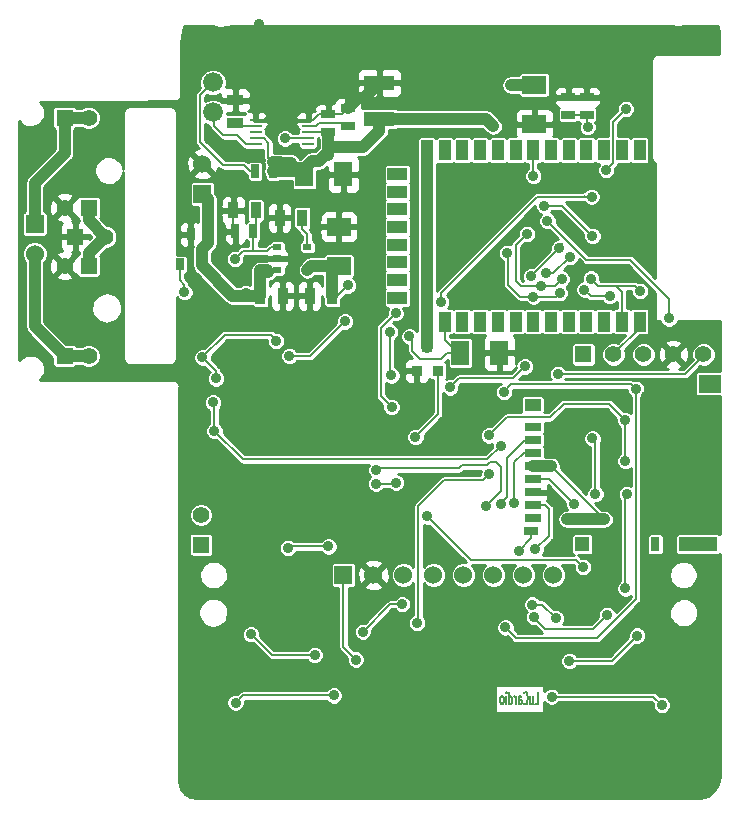
<source format=gbl>
G04 (created by PCBNEW-RS274X (2012-jan-04)-stable) date lun 03 giu 2013 23:00:55 CEST*
G01*
G70*
G90*
%MOIN*%
G04 Gerber Fmt 3.4, Leading zero omitted, Abs format*
%FSLAX34Y34*%
G04 APERTURE LIST*
%ADD10C,0.006000*%
%ADD11C,0.005200*%
%ADD12R,0.025000X0.045000*%
%ADD13R,0.039400X0.066900*%
%ADD14R,0.066900X0.039400*%
%ADD15R,0.055100X0.027600*%
%ADD16R,0.055100X0.039400*%
%ADD17R,0.047200X0.027600*%
%ADD18R,0.047200X0.047200*%
%ADD19R,0.031500X0.047200*%
%ADD20R,0.126000X0.047200*%
%ADD21R,0.074800X0.059100*%
%ADD22R,0.030000X0.020000*%
%ADD23R,0.055000X0.055000*%
%ADD24C,0.055000*%
%ADD25R,0.045000X0.025000*%
%ADD26R,0.036000X0.036000*%
%ADD27R,0.039400X0.010600*%
%ADD28R,0.060000X0.060000*%
%ADD29C,0.060000*%
%ADD30R,0.100000X0.050000*%
%ADD31R,0.060000X0.080000*%
%ADD32R,0.035000X0.055000*%
%ADD33R,0.080000X0.060000*%
%ADD34R,0.055000X0.035000*%
%ADD35C,0.066000*%
%ADD36R,0.027600X0.039400*%
%ADD37C,0.035000*%
%ADD38C,0.008000*%
%ADD39C,0.039400*%
%ADD40C,0.010000*%
G04 APERTURE END LIST*
G54D10*
G54D11*
X17468Y-25294D02*
X17566Y-25294D01*
X17566Y-24888D01*
X17311Y-25024D02*
X17311Y-25294D01*
X17399Y-25024D02*
X17399Y-25236D01*
X17389Y-25275D01*
X17370Y-25294D01*
X17340Y-25294D01*
X17320Y-25275D01*
X17311Y-25256D01*
X17095Y-25256D02*
X17105Y-25275D01*
X17134Y-25294D01*
X17154Y-25294D01*
X17184Y-25275D01*
X17203Y-25236D01*
X17213Y-25198D01*
X17223Y-25120D01*
X17223Y-25062D01*
X17213Y-24985D01*
X17203Y-24946D01*
X17184Y-24908D01*
X17154Y-24888D01*
X17134Y-24888D01*
X17105Y-24908D01*
X17095Y-24927D01*
X16919Y-25294D02*
X16919Y-25082D01*
X16928Y-25043D01*
X16948Y-25024D01*
X16987Y-25024D01*
X17007Y-25043D01*
X16919Y-25275D02*
X16938Y-25294D01*
X16987Y-25294D01*
X17007Y-25275D01*
X17017Y-25236D01*
X17017Y-25198D01*
X17007Y-25159D01*
X16987Y-25140D01*
X16938Y-25140D01*
X16919Y-25120D01*
X16821Y-25294D02*
X16821Y-25024D01*
X16821Y-25101D02*
X16811Y-25062D01*
X16801Y-25043D01*
X16782Y-25024D01*
X16762Y-25024D01*
X16605Y-25294D02*
X16605Y-24888D01*
X16605Y-25275D02*
X16624Y-25294D01*
X16664Y-25294D01*
X16683Y-25275D01*
X16693Y-25256D01*
X16703Y-25217D01*
X16703Y-25101D01*
X16693Y-25062D01*
X16683Y-25043D01*
X16664Y-25024D01*
X16624Y-25024D01*
X16605Y-25043D01*
X16507Y-25294D02*
X16507Y-25024D01*
X16507Y-24888D02*
X16517Y-24908D01*
X16507Y-24927D01*
X16497Y-24908D01*
X16507Y-24888D01*
X16507Y-24927D01*
X16380Y-25294D02*
X16399Y-25275D01*
X16409Y-25256D01*
X16419Y-25217D01*
X16419Y-25101D01*
X16409Y-25062D01*
X16399Y-25043D01*
X16380Y-25024D01*
X16350Y-25024D01*
X16330Y-25043D01*
X16321Y-25062D01*
X16311Y-25101D01*
X16311Y-25217D01*
X16321Y-25256D01*
X16330Y-25275D01*
X16350Y-25294D01*
X16380Y-25294D01*
G54D12*
X08733Y-07534D03*
X08133Y-07534D03*
G54D13*
X20951Y-12537D03*
X20360Y-12537D03*
X19770Y-12537D03*
X19179Y-12537D03*
X18589Y-12537D03*
X17998Y-12537D03*
X17408Y-12537D03*
X16817Y-12537D03*
X16226Y-12537D03*
X15636Y-12537D03*
X15045Y-12537D03*
X14455Y-12537D03*
X13865Y-12537D03*
G54D14*
X12880Y-11749D03*
X12880Y-11159D03*
X12880Y-10568D03*
X12880Y-09978D03*
X12880Y-09387D03*
X12880Y-08797D03*
X12880Y-08206D03*
X12880Y-07615D03*
G54D13*
X13865Y-06828D03*
X14456Y-06828D03*
X15046Y-06828D03*
X15637Y-06828D03*
X16227Y-06828D03*
X16818Y-06828D03*
X17408Y-06828D03*
X17999Y-06828D03*
X18589Y-06828D03*
X19180Y-06828D03*
X19771Y-06828D03*
X20361Y-06828D03*
X20952Y-06828D03*
G54D15*
X17389Y-16064D03*
X17389Y-16497D03*
X17389Y-16930D03*
X17389Y-17363D03*
X17389Y-17796D03*
X17389Y-18229D03*
X17389Y-18662D03*
X17389Y-19095D03*
G54D16*
X17389Y-15315D03*
G54D17*
X17350Y-19528D03*
G54D18*
X19042Y-19961D03*
G54D19*
X21483Y-19961D03*
G54D20*
X22901Y-19961D03*
G54D21*
X23294Y-14607D03*
G54D12*
X07483Y-09534D03*
X08083Y-09534D03*
G54D22*
X08883Y-10809D03*
X08883Y-10059D03*
X09883Y-10809D03*
X08883Y-10434D03*
X09883Y-10059D03*
G54D23*
X06333Y-19984D03*
G54D24*
X06333Y-18984D03*
G54D23*
X19083Y-13634D03*
G54D24*
X20083Y-13634D03*
X21083Y-13634D03*
X22083Y-13634D03*
X23083Y-13634D03*
G54D25*
X19192Y-05655D03*
X19192Y-05055D03*
G54D26*
X13533Y-14184D03*
X14233Y-14184D03*
X13883Y-13384D03*
G54D25*
X11233Y-05434D03*
X11233Y-06034D03*
X10583Y-05634D03*
X10583Y-06234D03*
G54D27*
X08158Y-06634D03*
X08158Y-06434D03*
X08158Y-06234D03*
X08158Y-06034D03*
X08158Y-05834D03*
X09908Y-05834D03*
X09908Y-06034D03*
X09908Y-06234D03*
X09908Y-06434D03*
X09908Y-06634D03*
G54D28*
X06383Y-08284D03*
G54D29*
X06383Y-07284D03*
G54D30*
X12283Y-04584D03*
X12283Y-05784D03*
G54D31*
X09783Y-07634D03*
X11083Y-07634D03*
G54D32*
X08158Y-08834D03*
X07408Y-08834D03*
X10708Y-11684D03*
X09958Y-11684D03*
G54D25*
X18574Y-05062D03*
X18574Y-05662D03*
G54D23*
X02586Y-08743D03*
G54D24*
X02586Y-05743D03*
G54D23*
X01786Y-05743D03*
G54D24*
X01786Y-08743D03*
G54D23*
X02586Y-10682D03*
G54D24*
X02586Y-13682D03*
G54D23*
X01786Y-13682D03*
G54D24*
X01786Y-10682D03*
G54D32*
X09708Y-09084D03*
X08958Y-09084D03*
G54D31*
X14983Y-13584D03*
X16283Y-13584D03*
G54D32*
X08308Y-11684D03*
X09058Y-11684D03*
G54D33*
X10933Y-10684D03*
X10933Y-09384D03*
G54D34*
X07483Y-05909D03*
X07483Y-05159D03*
G54D35*
X06732Y-04563D03*
X06732Y-05563D03*
G54D23*
X02145Y-09708D03*
G54D24*
X03145Y-09708D03*
G54D28*
X11083Y-20984D03*
G54D29*
X12083Y-20984D03*
X13083Y-20984D03*
X14083Y-20984D03*
X15083Y-20984D03*
X16083Y-20984D03*
X17083Y-20984D03*
X18083Y-20984D03*
G54D33*
X17444Y-05953D03*
X17444Y-04653D03*
G54D28*
X00790Y-09279D03*
G54D29*
X00790Y-10279D03*
G54D36*
X05992Y-09634D03*
X05617Y-10634D03*
X06367Y-10634D03*
G54D37*
X19783Y-19134D03*
X11233Y-11334D03*
X09233Y-20084D03*
X12169Y-17941D03*
X11492Y-23803D03*
X12834Y-17902D03*
X10583Y-20034D03*
X13283Y-13034D03*
X18533Y-19134D03*
X17133Y-14034D03*
X14633Y-14734D03*
X12683Y-14334D03*
X12183Y-17484D03*
X15833Y-18684D03*
X12633Y-12884D03*
X13483Y-16384D03*
X06783Y-16184D03*
X06733Y-15234D03*
X16333Y-16684D03*
X21433Y-18584D03*
X20263Y-27043D03*
X06733Y-17634D03*
X08614Y-04595D03*
X18683Y-17284D03*
X09086Y-26925D03*
X21183Y-15034D03*
X15883Y-05234D03*
X19333Y-15984D03*
X13283Y-17884D03*
X21233Y-17084D03*
X05866Y-23504D03*
X08233Y-19184D03*
X12033Y-14434D03*
X16083Y-11334D03*
X20483Y-17734D03*
X13031Y-16024D03*
X08283Y-02634D03*
X19649Y-04559D03*
X11383Y-17534D03*
X09783Y-18384D03*
X09433Y-10184D03*
X13033Y-13584D03*
X16161Y-24043D03*
X17183Y-13234D03*
X10583Y-19484D03*
X08783Y-13834D03*
X13483Y-16834D03*
X09983Y-05334D03*
X23232Y-23484D03*
X06783Y-18534D03*
X17483Y-20134D03*
X13883Y-19034D03*
X19066Y-20721D03*
X16783Y-18584D03*
X10759Y-25000D03*
X07484Y-25240D03*
X07472Y-10445D03*
X05783Y-11563D03*
X17413Y-07685D03*
X11133Y-12534D03*
X09283Y-13684D03*
X21692Y-25323D03*
X18023Y-25040D03*
X08833Y-13184D03*
X06833Y-14434D03*
X06383Y-13734D03*
X18233Y-14284D03*
X17833Y-10934D03*
X18633Y-10384D03*
X19952Y-11693D03*
X19114Y-11473D03*
X16539Y-10248D03*
X17413Y-11709D03*
X18291Y-11579D03*
X16483Y-22734D03*
X17883Y-09184D03*
X20833Y-14784D03*
X16433Y-14884D03*
X21933Y-12434D03*
X18783Y-18634D03*
X20483Y-17184D03*
X19870Y-22315D03*
X15933Y-16334D03*
X17775Y-08681D03*
X20483Y-21434D03*
X19383Y-09684D03*
X20533Y-18284D03*
X17437Y-22394D03*
X20483Y-15834D03*
X16333Y-18634D03*
X16933Y-20184D03*
X18358Y-11122D03*
X17673Y-11354D03*
X20972Y-11524D03*
X19330Y-11103D03*
X17196Y-09614D03*
X16653Y-04665D03*
X07833Y-11584D03*
X09133Y-06434D03*
X18169Y-22433D03*
X17374Y-21969D03*
X19483Y-18284D03*
X08003Y-22965D03*
X19383Y-16434D03*
X20874Y-23004D03*
X13043Y-21961D03*
X10122Y-23646D03*
X11724Y-22874D03*
X18614Y-23854D03*
X16083Y-06034D03*
X15933Y-17634D03*
X13533Y-22584D03*
X12822Y-12264D03*
X19842Y-07492D03*
X14334Y-11886D03*
X12685Y-15386D03*
X19354Y-08374D03*
X20492Y-05453D03*
X19220Y-06059D03*
X17333Y-11034D03*
X18283Y-10084D03*
G54D38*
X14883Y-13584D02*
X14455Y-13156D01*
G54D39*
X10708Y-10909D02*
X10933Y-10684D01*
G54D38*
X13633Y-13784D02*
X13383Y-13534D01*
X14983Y-13584D02*
X14883Y-13584D01*
G54D39*
X18533Y-19134D02*
X19133Y-19134D01*
G54D38*
X11083Y-20984D02*
X11083Y-23173D01*
X11083Y-23173D02*
X11083Y-23184D01*
G54D39*
X19133Y-19134D02*
X19783Y-19134D01*
G54D38*
X09233Y-20084D02*
X09283Y-20034D01*
X10883Y-11684D02*
X11233Y-11334D01*
X13333Y-13034D02*
X13283Y-13034D01*
X09283Y-20034D02*
X10583Y-20034D01*
X11083Y-23394D02*
X11492Y-23803D01*
X14333Y-13784D02*
X13633Y-13784D01*
X14533Y-13584D02*
X14333Y-13784D01*
X11083Y-23173D02*
X11083Y-23394D01*
X18012Y-17363D02*
X19783Y-19134D01*
G54D39*
X10708Y-11684D02*
X10708Y-10909D01*
X18012Y-17363D02*
X17389Y-17363D01*
G54D38*
X13383Y-13534D02*
X13383Y-13084D01*
X10708Y-11684D02*
X10883Y-11684D01*
G54D39*
X10933Y-10684D02*
X10008Y-10684D01*
G54D38*
X13383Y-13084D02*
X13333Y-13034D01*
X12795Y-17941D02*
X12169Y-17941D01*
X14455Y-13156D02*
X14455Y-12537D01*
X12834Y-17902D02*
X12795Y-17941D01*
G54D39*
X10008Y-10684D02*
X09883Y-10809D01*
G54D38*
X14983Y-13584D02*
X14533Y-13584D01*
X17133Y-14034D02*
X16733Y-14434D01*
X14933Y-14434D02*
X14633Y-14734D01*
X16733Y-14434D02*
X14933Y-14434D01*
X15883Y-17334D02*
X15033Y-17334D01*
X15033Y-17334D02*
X14933Y-17434D01*
X12233Y-17434D02*
X12183Y-17484D01*
X16333Y-18184D02*
X16333Y-17384D01*
X12683Y-14334D02*
X12633Y-14284D01*
X12633Y-14284D02*
X12633Y-12884D01*
X16183Y-17234D02*
X15983Y-17234D01*
X16333Y-17384D02*
X16183Y-17234D01*
X15833Y-18684D02*
X16333Y-18184D01*
X14933Y-17434D02*
X12233Y-17434D01*
X15983Y-17234D02*
X15883Y-17334D01*
X14233Y-14184D02*
X14233Y-15634D01*
X14233Y-15634D02*
X13483Y-16384D01*
X06733Y-15234D02*
X06783Y-15284D01*
X15883Y-17134D02*
X07733Y-17134D01*
X06783Y-15284D02*
X06783Y-16184D01*
X16333Y-16684D02*
X15883Y-17134D01*
X07733Y-17134D02*
X06783Y-16184D01*
X07408Y-08834D02*
X07408Y-09459D01*
G54D39*
X11583Y-05084D02*
X11783Y-05084D01*
G54D38*
X16283Y-13584D02*
X16833Y-13584D01*
G54D39*
X11233Y-05434D02*
X11583Y-05084D01*
G54D38*
X08158Y-05834D02*
X08433Y-05834D01*
X10283Y-05634D02*
X10583Y-05634D01*
X08533Y-05484D02*
X08208Y-05159D01*
X09908Y-05834D02*
X10083Y-05834D01*
G54D39*
X11783Y-05084D02*
X12283Y-04584D01*
G54D38*
X08433Y-05834D02*
X08533Y-05734D01*
X07408Y-09459D02*
X07483Y-09534D01*
X10583Y-05634D02*
X11033Y-05634D01*
X08614Y-04595D02*
X08883Y-04326D01*
X08208Y-05159D02*
X07483Y-05159D01*
X16833Y-13584D02*
X17183Y-13234D01*
X11033Y-05634D02*
X11233Y-05434D01*
X08533Y-05734D02*
X08533Y-05484D01*
X09058Y-11684D02*
X09958Y-11684D01*
X08883Y-04326D02*
X08883Y-03934D01*
X08283Y-02634D02*
X08283Y-03334D01*
X10083Y-05834D02*
X10283Y-05634D01*
X08283Y-03334D02*
X08883Y-03934D01*
X17933Y-19684D02*
X17483Y-20134D01*
X17389Y-18662D02*
X17811Y-18662D01*
X17811Y-18662D02*
X17933Y-18784D01*
X17933Y-18784D02*
X17933Y-19684D01*
X19066Y-20721D02*
X18833Y-20488D01*
X15333Y-20484D02*
X18833Y-20484D01*
X18833Y-20488D02*
X18833Y-20484D01*
X13883Y-19034D02*
X15333Y-20484D01*
X16783Y-17234D02*
X16783Y-18584D01*
X17087Y-16930D02*
X16783Y-17234D01*
X17389Y-16930D02*
X17087Y-16930D01*
X10283Y-05934D02*
X11133Y-05934D01*
X10183Y-06034D02*
X10283Y-05934D01*
X11133Y-05934D02*
X11233Y-06034D01*
X09908Y-06034D02*
X10183Y-06034D01*
X07724Y-25000D02*
X07484Y-25240D01*
X07724Y-25000D02*
X10759Y-25000D01*
X07733Y-10184D02*
X08083Y-10184D01*
X07472Y-10445D02*
X07733Y-10184D01*
X08083Y-10184D02*
X08083Y-09534D01*
X08158Y-09459D02*
X08083Y-09534D01*
X05617Y-11149D02*
X05783Y-11315D01*
X08083Y-10184D02*
X08533Y-10184D01*
X05617Y-10634D02*
X05617Y-11149D01*
X05783Y-11315D02*
X05783Y-11563D01*
X08533Y-10184D02*
X08658Y-10059D01*
X08158Y-08834D02*
X08158Y-09459D01*
X08658Y-10059D02*
X08883Y-10059D01*
X09708Y-09084D02*
X09708Y-09459D01*
X09708Y-09459D02*
X09883Y-09634D01*
X09883Y-09634D02*
X09883Y-10059D01*
X08158Y-06034D02*
X07608Y-06034D01*
X07608Y-06034D02*
X07483Y-05909D01*
X06333Y-06584D02*
X06333Y-06577D01*
X07983Y-07534D02*
X07783Y-07334D01*
X06333Y-06577D02*
X06307Y-06551D01*
X06307Y-06551D02*
X06307Y-04988D01*
X07783Y-07334D02*
X07083Y-07334D01*
X06307Y-04988D02*
X06732Y-04563D01*
X08133Y-07534D02*
X07983Y-07534D01*
X07083Y-07334D02*
X06333Y-06584D01*
X07533Y-06334D02*
X07133Y-06334D01*
X08158Y-06634D02*
X07833Y-06634D01*
X07533Y-06334D02*
X07083Y-06334D01*
X06783Y-06034D02*
X06783Y-05614D01*
X07833Y-06634D02*
X07533Y-06334D01*
X06783Y-06034D02*
X07083Y-06334D01*
X06783Y-05614D02*
X06732Y-05563D01*
G54D39*
X13865Y-13366D02*
X13883Y-13384D01*
X13865Y-06828D02*
X13865Y-12537D01*
X13865Y-12537D02*
X13865Y-13366D01*
G54D38*
X17408Y-07680D02*
X17408Y-06828D01*
X17413Y-07685D02*
X17408Y-07680D01*
X11133Y-12534D02*
X09983Y-13684D01*
X09983Y-13684D02*
X09283Y-13684D01*
G54D39*
X01786Y-13682D02*
X02586Y-13682D01*
X00790Y-10279D02*
X00790Y-12686D01*
X00790Y-12686D02*
X01786Y-13682D01*
X02586Y-08743D02*
X02586Y-09149D01*
X02586Y-10682D02*
X02586Y-10267D01*
X02586Y-09149D02*
X03145Y-09708D01*
X02586Y-10267D02*
X03145Y-09708D01*
X00790Y-07902D02*
X00790Y-09279D01*
X01786Y-06906D02*
X00790Y-07902D01*
X02586Y-05743D02*
X01786Y-05743D01*
X01786Y-05743D02*
X01786Y-06906D01*
G54D38*
X21409Y-25040D02*
X18023Y-25040D01*
X21409Y-25040D02*
X21692Y-25323D01*
X06383Y-13734D02*
X07133Y-12984D01*
X07133Y-12984D02*
X08683Y-12984D01*
X06833Y-14184D02*
X06833Y-14434D01*
X08683Y-12984D02*
X08833Y-13184D01*
X06383Y-13734D02*
X06833Y-14184D01*
X18633Y-10384D02*
X18083Y-10934D01*
X18083Y-10934D02*
X17833Y-10934D01*
X23083Y-13684D02*
X22483Y-14284D01*
X23083Y-13634D02*
X23083Y-13684D01*
X22483Y-14284D02*
X18233Y-14284D01*
X18161Y-11709D02*
X18137Y-11709D01*
X18161Y-11709D02*
X18291Y-11579D01*
X19334Y-11693D02*
X19114Y-11473D01*
X16563Y-10272D02*
X16563Y-11304D01*
X20951Y-12766D02*
X20083Y-13634D01*
X20951Y-12537D02*
X20951Y-12766D01*
X16539Y-10248D02*
X16563Y-10272D01*
X16563Y-11304D02*
X16968Y-11709D01*
X16968Y-11709D02*
X17413Y-11709D01*
X17413Y-11709D02*
X17429Y-11693D01*
X19952Y-11693D02*
X19334Y-11693D01*
X20951Y-12252D02*
X20951Y-12537D01*
X17413Y-11709D02*
X18137Y-11709D01*
X20833Y-21784D02*
X19533Y-23084D01*
X21933Y-11784D02*
X21933Y-12434D01*
X19533Y-23084D02*
X16833Y-23084D01*
X16433Y-14884D02*
X16683Y-14634D01*
X19183Y-10484D02*
X20633Y-10484D01*
X16833Y-23084D02*
X16483Y-22734D01*
X20833Y-14784D02*
X20833Y-15334D01*
X20833Y-15334D02*
X20833Y-21784D01*
X17883Y-09184D02*
X19183Y-10484D01*
X20633Y-10484D02*
X21933Y-11784D01*
X20683Y-14634D02*
X20833Y-14784D01*
X16683Y-14634D02*
X20683Y-14634D01*
X17945Y-17796D02*
X18783Y-18634D01*
X17389Y-17796D02*
X17945Y-17796D01*
X18380Y-08681D02*
X19383Y-09684D01*
X16533Y-15734D02*
X17983Y-15734D01*
X19870Y-22315D02*
X19394Y-22791D01*
X20533Y-18284D02*
X20483Y-18334D01*
X17775Y-08681D02*
X18380Y-08681D01*
X19933Y-15284D02*
X20483Y-15834D01*
X18433Y-15284D02*
X19933Y-15284D01*
X20483Y-15834D02*
X20483Y-17184D01*
X17983Y-15734D02*
X18433Y-15284D01*
X17814Y-22791D02*
X17437Y-22414D01*
X17437Y-22414D02*
X17437Y-22394D01*
X15933Y-16334D02*
X16533Y-15734D01*
X19394Y-22791D02*
X17814Y-22791D01*
X20483Y-18334D02*
X20483Y-21434D01*
X17350Y-19767D02*
X17350Y-19528D01*
X17120Y-16497D02*
X16533Y-17084D01*
X16533Y-18384D02*
X16333Y-18584D01*
X16333Y-18584D02*
X16333Y-18634D01*
X16933Y-20184D02*
X17350Y-19767D01*
X16533Y-17084D02*
X16533Y-18384D01*
X17389Y-16497D02*
X17120Y-16497D01*
X19581Y-11354D02*
X20168Y-11354D01*
X17196Y-09614D02*
X16822Y-09988D01*
X20972Y-11524D02*
X20802Y-11354D01*
X20181Y-11354D02*
X20168Y-11354D01*
X17673Y-11354D02*
X18126Y-11354D01*
X18126Y-11354D02*
X18358Y-11122D01*
X19330Y-11103D02*
X19581Y-11354D01*
X17003Y-11354D02*
X17673Y-11354D01*
X16822Y-09988D02*
X16822Y-11173D01*
X20360Y-12537D02*
X20360Y-11546D01*
X20802Y-11354D02*
X20181Y-11354D01*
X16822Y-11173D02*
X17003Y-11354D01*
X20360Y-11546D02*
X20168Y-11354D01*
G54D39*
X16665Y-04653D02*
X16653Y-04665D01*
X17444Y-04653D02*
X16665Y-04653D01*
X08308Y-10834D02*
X08533Y-10834D01*
X08533Y-10834D02*
X08583Y-10884D01*
G54D38*
X08308Y-10834D02*
X08858Y-10834D01*
G54D39*
X08308Y-11684D02*
X08308Y-10834D01*
X06367Y-10668D02*
X07383Y-11684D01*
G54D38*
X08858Y-10834D02*
X08883Y-10809D01*
G54D39*
X07383Y-11684D02*
X08308Y-11684D01*
G54D38*
X07933Y-11684D02*
X08308Y-11684D01*
G54D39*
X06367Y-10634D02*
X06367Y-10121D01*
X06563Y-09925D02*
X06563Y-08464D01*
X06367Y-10634D02*
X06367Y-10668D01*
X06563Y-08464D02*
X06383Y-08284D01*
G54D38*
X07833Y-11584D02*
X07933Y-11684D01*
X09133Y-06434D02*
X09908Y-06434D01*
G54D39*
X06367Y-10121D02*
X06563Y-09925D01*
G54D38*
X18169Y-22433D02*
X17705Y-21969D01*
X08684Y-23646D02*
X10122Y-23646D01*
X20874Y-23004D02*
X20024Y-23854D01*
X17705Y-21969D02*
X17374Y-21969D01*
X19483Y-16434D02*
X19483Y-18284D01*
X20024Y-23854D02*
X18614Y-23854D01*
X12637Y-21961D02*
X13043Y-21961D01*
X11724Y-22874D02*
X12637Y-21961D01*
X19383Y-16434D02*
X19483Y-16434D01*
X08003Y-22965D02*
X08684Y-23646D01*
X10583Y-06234D02*
X10583Y-06734D01*
G54D39*
X10583Y-06734D02*
X11733Y-06734D01*
X09683Y-07534D02*
X10033Y-07184D01*
G54D38*
X08733Y-07234D02*
X08583Y-07084D01*
X08433Y-06434D02*
X08583Y-06584D01*
G54D39*
X08733Y-07534D02*
X09683Y-07534D01*
G54D38*
X09233Y-07084D02*
X09346Y-07245D01*
X10533Y-06984D02*
X10583Y-06984D01*
X10533Y-06934D02*
X10533Y-06984D01*
G54D39*
X16083Y-06034D02*
X15833Y-05784D01*
G54D38*
X08733Y-07534D02*
X08733Y-07234D01*
X10583Y-06884D02*
X10533Y-06934D01*
G54D39*
X08733Y-07234D02*
X08733Y-07234D01*
G54D38*
X09346Y-07245D02*
X09783Y-07634D01*
G54D39*
X10283Y-07184D02*
X10583Y-06884D01*
X15833Y-05784D02*
X12283Y-05784D01*
X11733Y-06734D02*
X12283Y-06184D01*
X10583Y-06984D02*
X10583Y-06384D01*
G54D38*
X10583Y-06734D02*
X10583Y-06884D01*
X08583Y-06584D02*
X08583Y-07084D01*
G54D39*
X10033Y-07184D02*
X10283Y-07184D01*
G54D38*
X08158Y-06434D02*
X08433Y-06434D01*
G54D39*
X12283Y-06184D02*
X12283Y-05784D01*
G54D38*
X09908Y-06234D02*
X10583Y-06234D01*
G54D39*
X10583Y-06884D02*
X10583Y-06984D01*
X09346Y-07245D02*
X08733Y-07234D01*
G54D38*
X15733Y-17834D02*
X15933Y-17634D01*
X13533Y-22584D02*
X13583Y-22534D01*
X13583Y-18684D02*
X14433Y-17834D01*
X13583Y-22534D02*
X13583Y-18684D01*
X14433Y-17834D02*
X15733Y-17834D01*
X19354Y-08374D02*
X19342Y-08386D01*
X19102Y-08386D02*
X17543Y-08386D01*
X19342Y-08386D02*
X19126Y-08386D01*
X19126Y-08386D02*
X19102Y-08362D01*
X20067Y-07267D02*
X19842Y-07492D01*
X12334Y-12752D02*
X12334Y-15035D01*
X12822Y-12264D02*
X12334Y-12752D01*
X17543Y-08386D02*
X14334Y-11595D01*
X14334Y-11595D02*
X14334Y-11886D01*
X19102Y-08362D02*
X19102Y-08386D01*
X20067Y-05878D02*
X20067Y-07267D01*
X19204Y-08386D02*
X19102Y-08386D01*
X12334Y-15035D02*
X12685Y-15386D01*
X20492Y-05453D02*
X20067Y-05878D01*
X20067Y-05878D02*
X20063Y-05882D01*
X18581Y-05655D02*
X18574Y-05662D01*
X19192Y-05655D02*
X18581Y-05655D01*
X19192Y-06084D02*
X19192Y-05655D01*
X19220Y-06059D02*
X19192Y-06084D01*
X18383Y-09984D02*
X18383Y-09934D01*
X17333Y-11034D02*
X18283Y-10084D01*
X17333Y-11034D02*
X18383Y-09984D01*
G54D10*
G36*
X23622Y-27671D02*
X23577Y-27965D01*
X23440Y-28192D01*
X23226Y-28350D01*
X22951Y-28418D01*
X22913Y-28418D01*
X22913Y-22230D01*
X22912Y-22227D01*
X22913Y-22227D01*
X22904Y-22151D01*
X22904Y-22148D01*
X22890Y-22106D01*
X22890Y-21024D01*
X22890Y-20944D01*
X22869Y-20838D01*
X22868Y-20837D01*
X22850Y-20795D01*
X22838Y-20765D01*
X22838Y-20764D01*
X22779Y-20677D01*
X22778Y-20675D01*
X22750Y-20647D01*
X22723Y-20620D01*
X22721Y-20619D01*
X22634Y-20560D01*
X22611Y-20551D01*
X22560Y-20529D01*
X22454Y-20508D01*
X22374Y-20508D01*
X22268Y-20529D01*
X22225Y-20547D01*
X22194Y-20560D01*
X22105Y-20620D01*
X22077Y-20647D01*
X22050Y-20675D01*
X21990Y-20764D01*
X21981Y-20786D01*
X21959Y-20838D01*
X21938Y-20944D01*
X21938Y-21024D01*
X21959Y-21130D01*
X21981Y-21181D01*
X21990Y-21204D01*
X22049Y-21291D01*
X22050Y-21293D01*
X22077Y-21320D01*
X22105Y-21348D01*
X22107Y-21349D01*
X22194Y-21408D01*
X22195Y-21408D01*
X22225Y-21420D01*
X22267Y-21438D01*
X22268Y-21439D01*
X22374Y-21460D01*
X22454Y-21460D01*
X22560Y-21439D01*
X22560Y-21438D01*
X22611Y-21416D01*
X22633Y-21408D01*
X22634Y-21408D01*
X22721Y-21349D01*
X22723Y-21348D01*
X22750Y-21320D01*
X22778Y-21293D01*
X22779Y-21291D01*
X22838Y-21204D01*
X22838Y-21203D01*
X22850Y-21173D01*
X22868Y-21131D01*
X22869Y-21130D01*
X22890Y-21024D01*
X22890Y-22106D01*
X22869Y-22045D01*
X22869Y-22043D01*
X22840Y-21993D01*
X22830Y-21975D01*
X22829Y-21974D01*
X22759Y-21890D01*
X22709Y-21851D01*
X22696Y-21841D01*
X22695Y-21840D01*
X22596Y-21789D01*
X22519Y-21768D01*
X22407Y-21759D01*
X22405Y-21759D01*
X22326Y-21768D01*
X22221Y-21803D01*
X22171Y-21831D01*
X22153Y-21842D01*
X22068Y-21913D01*
X22029Y-21963D01*
X22018Y-21977D01*
X21967Y-22076D01*
X21946Y-22153D01*
X21937Y-22265D01*
X21937Y-22266D01*
X21946Y-22345D01*
X21981Y-22450D01*
X21989Y-22464D01*
X22019Y-22519D01*
X22091Y-22604D01*
X22092Y-22604D01*
X22119Y-22625D01*
X22154Y-22654D01*
X22254Y-22705D01*
X22331Y-22726D01*
X22442Y-22735D01*
X22443Y-22734D01*
X22444Y-22735D01*
X22521Y-22726D01*
X22523Y-22726D01*
X22627Y-22691D01*
X22628Y-22691D01*
X22642Y-22682D01*
X22697Y-22653D01*
X22782Y-22581D01*
X22782Y-22580D01*
X22803Y-22552D01*
X22831Y-22518D01*
X22832Y-22518D01*
X22882Y-22418D01*
X22883Y-22418D01*
X22904Y-22341D01*
X22913Y-22230D01*
X22913Y-28418D01*
X21995Y-28418D01*
X21995Y-25384D01*
X21995Y-25263D01*
X21949Y-25152D01*
X21864Y-25066D01*
X21769Y-25026D01*
X21769Y-20223D01*
X21769Y-20172D01*
X21769Y-19700D01*
X21750Y-19653D01*
X21714Y-19616D01*
X21666Y-19596D01*
X21615Y-19596D01*
X21301Y-19596D01*
X21254Y-19615D01*
X21217Y-19651D01*
X21197Y-19699D01*
X21197Y-19750D01*
X21197Y-20222D01*
X21216Y-20269D01*
X21252Y-20306D01*
X21300Y-20326D01*
X21351Y-20326D01*
X21665Y-20326D01*
X21712Y-20307D01*
X21749Y-20271D01*
X21769Y-20223D01*
X21769Y-25026D01*
X21753Y-25020D01*
X21632Y-25020D01*
X21629Y-25020D01*
X21529Y-24920D01*
X21474Y-24884D01*
X21462Y-24881D01*
X21409Y-24870D01*
X21404Y-24871D01*
X21177Y-24871D01*
X21177Y-23065D01*
X21177Y-22944D01*
X21131Y-22833D01*
X21046Y-22747D01*
X20935Y-22701D01*
X20814Y-22701D01*
X20703Y-22747D01*
X20617Y-22832D01*
X20571Y-22943D01*
X20571Y-23064D01*
X20572Y-23066D01*
X19953Y-23685D01*
X18871Y-23685D01*
X18871Y-23683D01*
X18786Y-23597D01*
X18675Y-23551D01*
X18554Y-23551D01*
X18443Y-23597D01*
X18357Y-23682D01*
X18311Y-23793D01*
X18311Y-23914D01*
X18357Y-24025D01*
X18442Y-24111D01*
X18553Y-24157D01*
X18674Y-24157D01*
X18785Y-24111D01*
X18871Y-24026D01*
X18872Y-24023D01*
X20019Y-24023D01*
X20024Y-24024D01*
X20024Y-24023D01*
X20077Y-24012D01*
X20088Y-24010D01*
X20089Y-24010D01*
X20144Y-23974D01*
X20811Y-23306D01*
X20813Y-23307D01*
X20934Y-23307D01*
X21045Y-23261D01*
X21131Y-23176D01*
X21177Y-23065D01*
X21177Y-24871D01*
X18280Y-24871D01*
X18280Y-24869D01*
X18195Y-24783D01*
X18084Y-24737D01*
X17963Y-24737D01*
X17852Y-24783D01*
X17771Y-24863D01*
X17771Y-24639D01*
X16118Y-24639D01*
X16118Y-25569D01*
X17771Y-25569D01*
X17771Y-25216D01*
X17851Y-25297D01*
X17962Y-25343D01*
X18083Y-25343D01*
X18194Y-25297D01*
X18280Y-25212D01*
X18281Y-25209D01*
X21338Y-25209D01*
X21389Y-25260D01*
X21389Y-25262D01*
X21389Y-25383D01*
X21435Y-25494D01*
X21520Y-25580D01*
X21631Y-25626D01*
X21752Y-25626D01*
X21863Y-25580D01*
X21949Y-25495D01*
X21995Y-25384D01*
X21995Y-28418D01*
X11795Y-28418D01*
X11795Y-23864D01*
X11795Y-23743D01*
X11749Y-23632D01*
X11664Y-23546D01*
X11553Y-23500D01*
X11432Y-23500D01*
X11429Y-23501D01*
X11252Y-23323D01*
X11252Y-23184D01*
X11252Y-23173D01*
X11252Y-21413D01*
X11408Y-21413D01*
X11455Y-21394D01*
X11492Y-21358D01*
X11512Y-21310D01*
X11512Y-21259D01*
X11512Y-20659D01*
X11493Y-20612D01*
X11457Y-20575D01*
X11409Y-20555D01*
X11358Y-20555D01*
X10886Y-20555D01*
X10886Y-20095D01*
X10886Y-19974D01*
X10840Y-19863D01*
X10755Y-19777D01*
X10644Y-19731D01*
X10523Y-19731D01*
X10412Y-19777D01*
X10326Y-19862D01*
X10324Y-19865D01*
X09442Y-19865D01*
X09405Y-19827D01*
X09294Y-19781D01*
X09173Y-19781D01*
X09062Y-19827D01*
X08976Y-19912D01*
X08930Y-20023D01*
X08930Y-20144D01*
X08976Y-20255D01*
X09061Y-20341D01*
X09172Y-20387D01*
X09293Y-20387D01*
X09404Y-20341D01*
X09490Y-20256D01*
X09511Y-20203D01*
X10325Y-20203D01*
X10326Y-20205D01*
X10411Y-20291D01*
X10522Y-20337D01*
X10643Y-20337D01*
X10754Y-20291D01*
X10840Y-20206D01*
X10886Y-20095D01*
X10886Y-20555D01*
X10758Y-20555D01*
X10711Y-20574D01*
X10674Y-20610D01*
X10654Y-20658D01*
X10654Y-20709D01*
X10654Y-21309D01*
X10673Y-21356D01*
X10709Y-21393D01*
X10757Y-21413D01*
X10808Y-21413D01*
X10914Y-21413D01*
X10914Y-23173D01*
X10914Y-23184D01*
X10914Y-23389D01*
X10913Y-23394D01*
X10924Y-23447D01*
X10927Y-23459D01*
X10963Y-23514D01*
X11189Y-23740D01*
X11189Y-23742D01*
X11189Y-23863D01*
X11235Y-23974D01*
X11320Y-24060D01*
X11431Y-24106D01*
X11552Y-24106D01*
X11663Y-24060D01*
X11749Y-23975D01*
X11795Y-23864D01*
X11795Y-28418D01*
X11062Y-28418D01*
X11062Y-25061D01*
X11062Y-24940D01*
X11016Y-24829D01*
X10931Y-24743D01*
X10820Y-24697D01*
X10699Y-24697D01*
X10588Y-24743D01*
X10502Y-24828D01*
X10500Y-24831D01*
X10425Y-24831D01*
X10425Y-23707D01*
X10425Y-23586D01*
X10379Y-23475D01*
X10294Y-23389D01*
X10183Y-23343D01*
X10062Y-23343D01*
X09951Y-23389D01*
X09865Y-23474D01*
X09863Y-23477D01*
X08754Y-23477D01*
X08305Y-23027D01*
X08306Y-23026D01*
X08306Y-22905D01*
X08260Y-22794D01*
X08175Y-22708D01*
X08064Y-22662D01*
X07943Y-22662D01*
X07832Y-22708D01*
X07746Y-22793D01*
X07700Y-22904D01*
X07700Y-23025D01*
X07746Y-23136D01*
X07831Y-23222D01*
X07942Y-23268D01*
X08063Y-23268D01*
X08065Y-23267D01*
X08562Y-23763D01*
X08564Y-23766D01*
X08619Y-23802D01*
X08620Y-23802D01*
X08630Y-23804D01*
X08684Y-23816D01*
X08684Y-23815D01*
X08688Y-23815D01*
X09864Y-23815D01*
X09865Y-23817D01*
X09950Y-23903D01*
X10061Y-23949D01*
X10182Y-23949D01*
X10293Y-23903D01*
X10379Y-23818D01*
X10425Y-23707D01*
X10425Y-24831D01*
X07724Y-24831D01*
X07659Y-24844D01*
X07604Y-24880D01*
X07602Y-24882D01*
X07546Y-24937D01*
X07545Y-24937D01*
X07424Y-24937D01*
X07313Y-24983D01*
X07240Y-25055D01*
X07240Y-22285D01*
X07240Y-22206D01*
X07231Y-22154D01*
X07231Y-21011D01*
X07225Y-20903D01*
X07215Y-20868D01*
X07205Y-20825D01*
X07158Y-20728D01*
X07157Y-20727D01*
X07110Y-20664D01*
X07109Y-20663D01*
X07029Y-20592D01*
X07028Y-20591D01*
X07014Y-20583D01*
X06960Y-20551D01*
X06857Y-20515D01*
X06814Y-20509D01*
X06778Y-20504D01*
X06737Y-20506D01*
X06737Y-20285D01*
X06737Y-20234D01*
X06737Y-19684D01*
X06736Y-19681D01*
X06736Y-19064D01*
X06736Y-18904D01*
X06675Y-18756D01*
X06561Y-18642D01*
X06413Y-18581D01*
X06253Y-18581D01*
X06105Y-18642D01*
X05991Y-18756D01*
X05930Y-18904D01*
X05930Y-19064D01*
X05991Y-19212D01*
X06105Y-19326D01*
X06253Y-19387D01*
X06413Y-19387D01*
X06561Y-19326D01*
X06675Y-19212D01*
X06736Y-19064D01*
X06736Y-19681D01*
X06718Y-19637D01*
X06682Y-19600D01*
X06634Y-19580D01*
X06583Y-19580D01*
X06033Y-19580D01*
X05986Y-19599D01*
X05949Y-19635D01*
X05929Y-19683D01*
X05929Y-19734D01*
X05929Y-20284D01*
X05948Y-20331D01*
X05984Y-20368D01*
X06032Y-20388D01*
X06083Y-20388D01*
X06633Y-20388D01*
X06680Y-20369D01*
X06717Y-20333D01*
X06737Y-20285D01*
X06737Y-20506D01*
X06670Y-20510D01*
X06635Y-20519D01*
X06592Y-20530D01*
X06495Y-20577D01*
X06431Y-20625D01*
X06430Y-20625D01*
X06430Y-20626D01*
X06358Y-20707D01*
X06350Y-20721D01*
X06318Y-20775D01*
X06282Y-20878D01*
X06277Y-20917D01*
X06271Y-20956D01*
X06277Y-21065D01*
X06287Y-21103D01*
X06297Y-21142D01*
X06344Y-21240D01*
X06345Y-21241D01*
X06360Y-21261D01*
X06392Y-21303D01*
X06393Y-21305D01*
X06473Y-21376D01*
X06542Y-21417D01*
X06644Y-21453D01*
X06686Y-21458D01*
X06723Y-21464D01*
X06723Y-21463D01*
X06832Y-21458D01*
X06832Y-21457D01*
X06870Y-21447D01*
X06909Y-21438D01*
X06909Y-21437D01*
X07007Y-21391D01*
X07008Y-21390D01*
X07028Y-21375D01*
X07070Y-21343D01*
X07072Y-21342D01*
X07143Y-21262D01*
X07183Y-21193D01*
X07184Y-21193D01*
X07220Y-21091D01*
X07225Y-21045D01*
X07230Y-21012D01*
X07231Y-21011D01*
X07231Y-22154D01*
X07220Y-22092D01*
X07219Y-22091D01*
X07201Y-22047D01*
X07190Y-22018D01*
X07190Y-22017D01*
X07126Y-21919D01*
X07125Y-21918D01*
X07070Y-21862D01*
X07069Y-21861D01*
X06973Y-21795D01*
X06929Y-21777D01*
X06899Y-21764D01*
X06785Y-21740D01*
X06706Y-21740D01*
X06705Y-21740D01*
X06704Y-21740D01*
X06592Y-21760D01*
X06547Y-21778D01*
X06517Y-21790D01*
X06419Y-21854D01*
X06362Y-21910D01*
X06361Y-21910D01*
X06361Y-21911D01*
X06295Y-22007D01*
X06277Y-22050D01*
X06264Y-22081D01*
X06240Y-22195D01*
X06240Y-22233D01*
X06239Y-22273D01*
X06260Y-22388D01*
X06273Y-22419D01*
X06290Y-22463D01*
X06354Y-22561D01*
X06355Y-22562D01*
X06355Y-22563D01*
X06410Y-22619D01*
X06507Y-22684D01*
X06580Y-22716D01*
X06694Y-22739D01*
X06695Y-22740D01*
X06733Y-22740D01*
X06773Y-22741D01*
X06774Y-22740D01*
X06888Y-22720D01*
X06889Y-22719D01*
X06919Y-22706D01*
X06961Y-22690D01*
X06963Y-22690D01*
X07061Y-22626D01*
X07062Y-22625D01*
X07063Y-22624D01*
X07118Y-22570D01*
X07119Y-22570D01*
X07184Y-22473D01*
X07216Y-22400D01*
X07239Y-22285D01*
X07240Y-22285D01*
X07240Y-25055D01*
X07227Y-25068D01*
X07181Y-25179D01*
X07181Y-25300D01*
X07227Y-25411D01*
X07312Y-25497D01*
X07423Y-25543D01*
X07544Y-25543D01*
X07655Y-25497D01*
X07741Y-25412D01*
X07787Y-25301D01*
X07787Y-25180D01*
X07785Y-25177D01*
X07794Y-25169D01*
X10501Y-25169D01*
X10502Y-25171D01*
X10587Y-25257D01*
X10698Y-25303D01*
X10819Y-25303D01*
X10930Y-25257D01*
X11016Y-25172D01*
X11062Y-25061D01*
X11062Y-28418D01*
X06192Y-28418D01*
X06190Y-28418D01*
X05960Y-28383D01*
X05787Y-28279D01*
X05667Y-28117D01*
X05613Y-27899D01*
X05613Y-26634D01*
X05612Y-26630D01*
X05613Y-26626D01*
X05613Y-14724D01*
X05621Y-14685D01*
X05605Y-14607D01*
X05561Y-14541D01*
X05495Y-14497D01*
X05417Y-14481D01*
X05362Y-14481D01*
X05358Y-14481D01*
X05354Y-14481D01*
X04484Y-14481D01*
X04482Y-14481D01*
X04480Y-14481D01*
X03712Y-14481D01*
X03712Y-12085D01*
X03711Y-12082D01*
X03712Y-12082D01*
X03706Y-12005D01*
X03706Y-12003D01*
X03672Y-11883D01*
X03636Y-11813D01*
X03636Y-11812D01*
X03559Y-11716D01*
X03559Y-11715D01*
X03548Y-11705D01*
X03548Y-09788D01*
X03548Y-09628D01*
X03487Y-09480D01*
X03373Y-09366D01*
X03225Y-09305D01*
X03203Y-09305D01*
X02976Y-09077D01*
X02990Y-09044D01*
X02990Y-08993D01*
X02990Y-08443D01*
X02971Y-08396D01*
X02935Y-08359D01*
X02887Y-08339D01*
X02836Y-08339D01*
X02286Y-08339D01*
X02239Y-08358D01*
X02202Y-08394D01*
X02182Y-08442D01*
X02182Y-08461D01*
X02147Y-08453D01*
X02076Y-08524D01*
X02076Y-08382D01*
X02053Y-08291D01*
X01860Y-08224D01*
X01656Y-08235D01*
X01519Y-08291D01*
X01496Y-08382D01*
X01786Y-08672D01*
X02076Y-08382D01*
X02076Y-08524D01*
X01857Y-08743D01*
X02147Y-09033D01*
X02182Y-09024D01*
X02182Y-09043D01*
X02201Y-09090D01*
X02237Y-09127D01*
X02260Y-09136D01*
X02260Y-09144D01*
X02259Y-09149D01*
X02266Y-09183D01*
X02257Y-09183D01*
X02195Y-09245D01*
X02195Y-09658D01*
X02608Y-09658D01*
X02620Y-09645D01*
X02683Y-09708D01*
X02620Y-09770D01*
X02608Y-09758D01*
X02195Y-09758D01*
X02195Y-10171D01*
X02257Y-10233D01*
X02266Y-10232D01*
X02259Y-10267D01*
X02260Y-10271D01*
X02260Y-10288D01*
X02239Y-10297D01*
X02202Y-10333D01*
X02182Y-10381D01*
X02182Y-10400D01*
X02147Y-10392D01*
X02095Y-10444D01*
X02095Y-10171D01*
X02095Y-09758D01*
X02095Y-09658D01*
X02095Y-09245D01*
X02047Y-09197D01*
X02053Y-09195D01*
X02076Y-09104D01*
X01786Y-08814D01*
X01715Y-08885D01*
X01715Y-08743D01*
X01425Y-08453D01*
X01334Y-08476D01*
X01267Y-08669D01*
X01278Y-08873D01*
X01334Y-09010D01*
X01425Y-09033D01*
X01715Y-08743D01*
X01715Y-08885D01*
X01496Y-09104D01*
X01519Y-09195D01*
X01694Y-09256D01*
X01659Y-09292D01*
X01621Y-09383D01*
X01621Y-09482D01*
X01620Y-09596D01*
X01682Y-09658D01*
X02095Y-09658D01*
X02095Y-09758D01*
X01682Y-09758D01*
X01620Y-09820D01*
X01621Y-09934D01*
X01621Y-10033D01*
X01659Y-10124D01*
X01706Y-10171D01*
X01656Y-10174D01*
X01519Y-10230D01*
X01496Y-10321D01*
X01786Y-10611D01*
X02076Y-10321D01*
X02053Y-10230D01*
X02040Y-10225D01*
X02095Y-10171D01*
X02095Y-10444D01*
X01857Y-10682D01*
X02147Y-10972D01*
X02182Y-10963D01*
X02182Y-10982D01*
X02201Y-11029D01*
X02237Y-11066D01*
X02285Y-11086D01*
X02336Y-11086D01*
X02886Y-11086D01*
X02933Y-11067D01*
X02970Y-11031D01*
X02990Y-10983D01*
X02990Y-10932D01*
X02990Y-10382D01*
X02973Y-10341D01*
X03203Y-10111D01*
X03225Y-10111D01*
X03373Y-10050D01*
X03487Y-09936D01*
X03548Y-09788D01*
X03548Y-11705D01*
X03499Y-11663D01*
X03495Y-11661D01*
X03391Y-11602D01*
X03316Y-11578D01*
X03315Y-11578D01*
X03193Y-11563D01*
X03191Y-11563D01*
X03112Y-11569D01*
X02992Y-11603D01*
X02921Y-11639D01*
X02824Y-11716D01*
X02772Y-11776D01*
X02770Y-11779D01*
X02711Y-11884D01*
X02687Y-11959D01*
X02687Y-11960D01*
X02672Y-12082D01*
X02672Y-12083D01*
X02678Y-12163D01*
X02711Y-12282D01*
X02748Y-12353D01*
X02824Y-12451D01*
X02863Y-12484D01*
X02885Y-12503D01*
X02992Y-12564D01*
X03068Y-12588D01*
X03190Y-12603D01*
X03191Y-12602D01*
X03192Y-12603D01*
X03270Y-12597D01*
X03272Y-12597D01*
X03391Y-12564D01*
X03391Y-12563D01*
X03462Y-12527D01*
X03560Y-12451D01*
X03593Y-12411D01*
X03611Y-12390D01*
X03612Y-12390D01*
X03673Y-12283D01*
X03697Y-12207D01*
X03712Y-12085D01*
X03712Y-14481D01*
X02989Y-14481D01*
X02989Y-13762D01*
X02989Y-13602D01*
X02928Y-13454D01*
X02814Y-13340D01*
X02666Y-13279D01*
X02506Y-13279D01*
X02358Y-13340D01*
X02342Y-13356D01*
X02179Y-13356D01*
X02171Y-13335D01*
X02135Y-13298D01*
X02087Y-13278D01*
X02076Y-13278D01*
X02076Y-11043D01*
X01786Y-10753D01*
X01715Y-10824D01*
X01715Y-10682D01*
X01425Y-10392D01*
X01334Y-10415D01*
X01267Y-10608D01*
X01278Y-10812D01*
X01334Y-10949D01*
X01425Y-10972D01*
X01715Y-10682D01*
X01715Y-10824D01*
X01496Y-11043D01*
X01519Y-11134D01*
X01712Y-11201D01*
X01916Y-11190D01*
X02053Y-11134D01*
X02076Y-11043D01*
X02076Y-13278D01*
X02036Y-13278D01*
X01843Y-13278D01*
X01116Y-12550D01*
X01116Y-10559D01*
X01153Y-10522D01*
X01219Y-10365D01*
X01219Y-10194D01*
X01154Y-10036D01*
X01033Y-09916D01*
X00876Y-09850D01*
X00705Y-09850D01*
X00547Y-09915D01*
X00427Y-10036D01*
X00361Y-10193D01*
X00361Y-10364D01*
X00426Y-10522D01*
X00464Y-10559D01*
X00464Y-12681D01*
X00463Y-12686D01*
X00484Y-12789D01*
X00489Y-12811D01*
X00559Y-12917D01*
X01382Y-13739D01*
X01382Y-13982D01*
X01401Y-14029D01*
X01437Y-14066D01*
X01485Y-14086D01*
X01536Y-14086D01*
X02086Y-14086D01*
X02133Y-14067D01*
X02170Y-14031D01*
X02179Y-14008D01*
X02342Y-14008D01*
X02358Y-14024D01*
X02506Y-14085D01*
X02666Y-14085D01*
X02814Y-14024D01*
X02928Y-13910D01*
X02989Y-13762D01*
X02989Y-14481D01*
X00968Y-14481D01*
X00973Y-14477D01*
X00975Y-14476D01*
X01046Y-14396D01*
X01086Y-14327D01*
X01087Y-14327D01*
X01123Y-14225D01*
X01128Y-14179D01*
X01133Y-14146D01*
X01134Y-14145D01*
X01128Y-14037D01*
X01118Y-14002D01*
X01108Y-13959D01*
X01061Y-13862D01*
X01060Y-13861D01*
X01013Y-13798D01*
X01012Y-13797D01*
X00932Y-13726D01*
X00931Y-13725D01*
X00917Y-13717D01*
X00863Y-13685D01*
X00760Y-13649D01*
X00717Y-13643D01*
X00681Y-13638D01*
X00573Y-13644D01*
X00538Y-13653D01*
X00495Y-13664D01*
X00398Y-13711D01*
X00334Y-13759D01*
X00333Y-13759D01*
X00333Y-13760D01*
X00270Y-13830D01*
X00270Y-05864D01*
X00295Y-05897D01*
X00296Y-05899D01*
X00376Y-05970D01*
X00445Y-06011D01*
X00547Y-06047D01*
X00589Y-06052D01*
X00626Y-06058D01*
X00626Y-06057D01*
X00735Y-06052D01*
X00735Y-06051D01*
X00773Y-06041D01*
X00812Y-06032D01*
X00812Y-06031D01*
X00910Y-05985D01*
X00911Y-05984D01*
X00931Y-05969D01*
X00973Y-05937D01*
X00975Y-05936D01*
X01046Y-05856D01*
X01086Y-05787D01*
X01087Y-05787D01*
X01123Y-05685D01*
X01128Y-05639D01*
X01133Y-05606D01*
X01134Y-05605D01*
X01128Y-05497D01*
X01118Y-05462D01*
X01108Y-05419D01*
X01061Y-05322D01*
X01060Y-05321D01*
X01013Y-05258D01*
X01012Y-05257D01*
X00952Y-05204D01*
X04582Y-05204D01*
X04601Y-05200D01*
X05444Y-05200D01*
X05464Y-05204D01*
X05542Y-05188D01*
X05608Y-05144D01*
X05652Y-05078D01*
X05668Y-05000D01*
X05668Y-03208D01*
X05668Y-03205D01*
X05773Y-02676D01*
X06718Y-02676D01*
X06719Y-02676D01*
X06720Y-02677D01*
X06721Y-02678D01*
X06909Y-02738D01*
X06911Y-02739D01*
X06912Y-02739D01*
X06990Y-02748D01*
X06990Y-02747D01*
X06991Y-02748D01*
X06991Y-02747D01*
X07190Y-02732D01*
X07190Y-02731D01*
X07191Y-02732D01*
X07266Y-02710D01*
X07267Y-02710D01*
X07332Y-02676D01*
X22026Y-02683D01*
X22196Y-02717D01*
X22197Y-02717D01*
X22276Y-02717D01*
X22277Y-02717D01*
X22445Y-02683D01*
X23554Y-02683D01*
X23608Y-02912D01*
X23608Y-03134D01*
X23610Y-03143D01*
X23610Y-03611D01*
X21539Y-03611D01*
X21461Y-03627D01*
X21395Y-03671D01*
X21351Y-03737D01*
X21335Y-03815D01*
X21335Y-07075D01*
X21351Y-07153D01*
X21395Y-07219D01*
X21461Y-07263D01*
X21483Y-07267D01*
X21483Y-11094D01*
X20753Y-10364D01*
X20698Y-10328D01*
X20686Y-10325D01*
X20633Y-10314D01*
X20628Y-10315D01*
X19253Y-10315D01*
X18185Y-09246D01*
X18186Y-09245D01*
X18186Y-09124D01*
X18140Y-09013D01*
X18055Y-08927D01*
X17986Y-08898D01*
X18032Y-08853D01*
X18033Y-08850D01*
X18309Y-08850D01*
X19080Y-09621D01*
X19080Y-09623D01*
X19080Y-09744D01*
X19126Y-09855D01*
X19211Y-09941D01*
X19322Y-09987D01*
X19443Y-09987D01*
X19554Y-09941D01*
X19640Y-09856D01*
X19686Y-09745D01*
X19686Y-09624D01*
X19640Y-09513D01*
X19555Y-09427D01*
X19444Y-09381D01*
X19323Y-09381D01*
X19320Y-09382D01*
X18500Y-08561D01*
X18490Y-08555D01*
X19102Y-08555D01*
X19106Y-08555D01*
X19182Y-08631D01*
X19293Y-08677D01*
X19414Y-08677D01*
X19525Y-08631D01*
X19611Y-08546D01*
X19657Y-08435D01*
X19657Y-08314D01*
X19611Y-08203D01*
X19526Y-08117D01*
X19415Y-08071D01*
X19294Y-08071D01*
X19183Y-08117D01*
X19106Y-08192D01*
X19102Y-08192D01*
X19048Y-08203D01*
X19037Y-08206D01*
X19020Y-08217D01*
X17547Y-08217D01*
X17543Y-08216D01*
X17489Y-08227D01*
X17478Y-08230D01*
X17423Y-08266D01*
X17421Y-08268D01*
X14214Y-11475D01*
X14191Y-11510D01*
X14191Y-07273D01*
X14233Y-07291D01*
X14284Y-07291D01*
X14678Y-07291D01*
X14725Y-07272D01*
X14751Y-07246D01*
X14775Y-07271D01*
X14823Y-07291D01*
X14874Y-07291D01*
X15268Y-07291D01*
X15315Y-07272D01*
X15341Y-07246D01*
X15366Y-07271D01*
X15414Y-07291D01*
X15465Y-07291D01*
X15859Y-07291D01*
X15906Y-07272D01*
X15932Y-07246D01*
X15956Y-07271D01*
X16004Y-07291D01*
X16055Y-07291D01*
X16449Y-07291D01*
X16496Y-07272D01*
X16522Y-07246D01*
X16547Y-07271D01*
X16595Y-07291D01*
X16646Y-07291D01*
X17040Y-07291D01*
X17087Y-07272D01*
X17113Y-07246D01*
X17137Y-07271D01*
X17185Y-07291D01*
X17236Y-07291D01*
X17239Y-07291D01*
X17239Y-07430D01*
X17156Y-07513D01*
X17110Y-07624D01*
X17110Y-07745D01*
X17156Y-07856D01*
X17241Y-07942D01*
X17352Y-07988D01*
X17473Y-07988D01*
X17584Y-07942D01*
X17670Y-07857D01*
X17716Y-07746D01*
X17716Y-07625D01*
X17670Y-07514D01*
X17585Y-07428D01*
X17577Y-07424D01*
X17577Y-07291D01*
X17630Y-07291D01*
X17677Y-07272D01*
X17703Y-07246D01*
X17728Y-07271D01*
X17776Y-07291D01*
X17827Y-07291D01*
X18221Y-07291D01*
X18268Y-07272D01*
X18294Y-07246D01*
X18318Y-07271D01*
X18366Y-07291D01*
X18417Y-07291D01*
X18811Y-07291D01*
X18858Y-07272D01*
X18884Y-07246D01*
X18909Y-07271D01*
X18957Y-07291D01*
X19008Y-07291D01*
X19402Y-07291D01*
X19449Y-07272D01*
X19475Y-07246D01*
X19500Y-07271D01*
X19548Y-07291D01*
X19599Y-07291D01*
X19614Y-07291D01*
X19585Y-07320D01*
X19539Y-07431D01*
X19539Y-07552D01*
X19585Y-07663D01*
X19670Y-07749D01*
X19781Y-07795D01*
X19902Y-07795D01*
X20013Y-07749D01*
X20099Y-07664D01*
X20145Y-07553D01*
X20145Y-07432D01*
X20143Y-07429D01*
X20184Y-07388D01*
X20186Y-07387D01*
X20187Y-07387D01*
X20223Y-07332D01*
X20223Y-07331D01*
X20225Y-07320D01*
X20231Y-07291D01*
X20583Y-07291D01*
X20630Y-07272D01*
X20656Y-07246D01*
X20681Y-07271D01*
X20729Y-07291D01*
X20780Y-07291D01*
X21174Y-07291D01*
X21221Y-07272D01*
X21258Y-07236D01*
X21278Y-07188D01*
X21278Y-07137D01*
X21278Y-06469D01*
X21259Y-06422D01*
X21223Y-06385D01*
X21175Y-06365D01*
X21124Y-06365D01*
X20730Y-06365D01*
X20683Y-06384D01*
X20656Y-06409D01*
X20632Y-06385D01*
X20584Y-06365D01*
X20533Y-06365D01*
X20236Y-06365D01*
X20236Y-05948D01*
X20429Y-05755D01*
X20431Y-05756D01*
X20552Y-05756D01*
X20663Y-05710D01*
X20749Y-05625D01*
X20795Y-05514D01*
X20795Y-05393D01*
X20749Y-05282D01*
X20664Y-05196D01*
X20553Y-05150D01*
X20432Y-05150D01*
X20321Y-05196D01*
X20235Y-05281D01*
X20189Y-05392D01*
X20189Y-05513D01*
X20190Y-05515D01*
X19947Y-05758D01*
X19945Y-05759D01*
X19943Y-05762D01*
X19907Y-05818D01*
X19893Y-05882D01*
X19898Y-05904D01*
X19898Y-06365D01*
X19667Y-06365D01*
X19667Y-05167D01*
X19667Y-04943D01*
X19666Y-04881D01*
X19628Y-04789D01*
X19558Y-04719D01*
X19467Y-04681D01*
X19368Y-04681D01*
X19304Y-04680D01*
X19242Y-04742D01*
X19242Y-05005D01*
X19605Y-05005D01*
X19667Y-04943D01*
X19667Y-05167D01*
X19605Y-05105D01*
X19292Y-05105D01*
X19242Y-05105D01*
X19142Y-05105D01*
X19142Y-05005D01*
X19142Y-04742D01*
X19080Y-04680D01*
X19016Y-04681D01*
X18917Y-04681D01*
X18874Y-04698D01*
X18849Y-04688D01*
X18750Y-04688D01*
X18686Y-04687D01*
X18624Y-04749D01*
X18624Y-05012D01*
X18987Y-05012D01*
X18994Y-05005D01*
X19142Y-05005D01*
X19142Y-05105D01*
X19092Y-05105D01*
X18779Y-05105D01*
X18772Y-05112D01*
X18674Y-05112D01*
X18624Y-05112D01*
X18524Y-05112D01*
X18524Y-05012D01*
X18524Y-04749D01*
X18462Y-04687D01*
X18398Y-04688D01*
X18299Y-04688D01*
X18208Y-04726D01*
X18138Y-04796D01*
X18100Y-04888D01*
X18099Y-04950D01*
X18161Y-05012D01*
X18524Y-05012D01*
X18524Y-05112D01*
X18474Y-05112D01*
X18161Y-05112D01*
X18099Y-05174D01*
X18100Y-05236D01*
X18138Y-05328D01*
X18208Y-05398D01*
X18277Y-05426D01*
X18277Y-05427D01*
X18240Y-05463D01*
X18220Y-05511D01*
X18220Y-05562D01*
X18220Y-05812D01*
X18239Y-05859D01*
X18275Y-05896D01*
X18323Y-05916D01*
X18374Y-05916D01*
X18824Y-05916D01*
X18871Y-05897D01*
X18886Y-05882D01*
X18893Y-05889D01*
X18941Y-05909D01*
X18953Y-05909D01*
X18917Y-05998D01*
X18917Y-06119D01*
X18963Y-06230D01*
X19048Y-06316D01*
X19159Y-06362D01*
X19280Y-06362D01*
X19391Y-06316D01*
X19477Y-06231D01*
X19523Y-06120D01*
X19523Y-05999D01*
X19479Y-05893D01*
X19489Y-05890D01*
X19526Y-05854D01*
X19546Y-05806D01*
X19546Y-05755D01*
X19546Y-05505D01*
X19527Y-05458D01*
X19491Y-05421D01*
X19488Y-05419D01*
X19558Y-05391D01*
X19628Y-05321D01*
X19666Y-05229D01*
X19667Y-05167D01*
X19667Y-06365D01*
X19549Y-06365D01*
X19502Y-06384D01*
X19475Y-06409D01*
X19451Y-06385D01*
X19403Y-06365D01*
X19352Y-06365D01*
X18958Y-06365D01*
X18911Y-06384D01*
X18884Y-06409D01*
X18860Y-06385D01*
X18812Y-06365D01*
X18761Y-06365D01*
X18367Y-06365D01*
X18320Y-06384D01*
X18293Y-06409D01*
X18270Y-06385D01*
X18222Y-06365D01*
X18171Y-06365D01*
X18066Y-06365D01*
X18093Y-06302D01*
X18094Y-06065D01*
X18094Y-05841D01*
X18093Y-05604D01*
X18055Y-05512D01*
X17985Y-05442D01*
X17973Y-05436D01*
X17973Y-04979D01*
X17973Y-04928D01*
X17973Y-04328D01*
X17954Y-04281D01*
X17918Y-04244D01*
X17870Y-04224D01*
X17819Y-04224D01*
X17019Y-04224D01*
X16972Y-04243D01*
X16935Y-04279D01*
X16915Y-04327D01*
X16665Y-04327D01*
X16664Y-04327D01*
X16540Y-04352D01*
X16434Y-04422D01*
X16432Y-04424D01*
X16422Y-04434D01*
X16352Y-04541D01*
X16326Y-04665D01*
X16352Y-04789D01*
X16422Y-04896D01*
X16529Y-04966D01*
X16653Y-04992D01*
X16715Y-04979D01*
X16915Y-04979D01*
X16934Y-05025D01*
X16970Y-05062D01*
X17018Y-05082D01*
X17069Y-05082D01*
X17869Y-05082D01*
X17916Y-05063D01*
X17953Y-05027D01*
X17973Y-04979D01*
X17973Y-05436D01*
X17894Y-05404D01*
X17795Y-05404D01*
X17556Y-05403D01*
X17494Y-05465D01*
X17494Y-05903D01*
X18032Y-05903D01*
X18094Y-05841D01*
X18094Y-06065D01*
X18032Y-06003D01*
X17544Y-06003D01*
X17494Y-06003D01*
X17394Y-06003D01*
X17394Y-05903D01*
X17394Y-05465D01*
X17332Y-05403D01*
X17093Y-05404D01*
X16994Y-05404D01*
X16903Y-05442D01*
X16833Y-05512D01*
X16795Y-05604D01*
X16794Y-05841D01*
X16856Y-05903D01*
X17394Y-05903D01*
X17394Y-06003D01*
X17344Y-06003D01*
X16856Y-06003D01*
X16794Y-06065D01*
X16795Y-06302D01*
X16821Y-06365D01*
X16596Y-06365D01*
X16549Y-06384D01*
X16522Y-06409D01*
X16498Y-06385D01*
X16450Y-06365D01*
X16409Y-06365D01*
X16409Y-06034D01*
X16384Y-05909D01*
X16313Y-05803D01*
X16064Y-05553D01*
X15958Y-05483D01*
X15936Y-05478D01*
X15833Y-05457D01*
X15828Y-05458D01*
X13033Y-05458D01*
X13033Y-04696D01*
X13033Y-04472D01*
X13032Y-04285D01*
X12994Y-04193D01*
X12924Y-04123D01*
X12833Y-04085D01*
X12734Y-04085D01*
X12395Y-04084D01*
X12333Y-04146D01*
X12333Y-04534D01*
X12971Y-04534D01*
X13033Y-04472D01*
X13033Y-04696D01*
X12971Y-04634D01*
X12333Y-04634D01*
X12333Y-05022D01*
X12395Y-05084D01*
X12734Y-05083D01*
X12833Y-05083D01*
X12924Y-05045D01*
X12994Y-04975D01*
X13032Y-04883D01*
X13033Y-04696D01*
X13033Y-05458D01*
X12889Y-05458D01*
X12857Y-05425D01*
X12809Y-05405D01*
X12758Y-05405D01*
X12233Y-05405D01*
X12233Y-05022D01*
X12233Y-04634D01*
X12233Y-04534D01*
X12233Y-04146D01*
X12171Y-04084D01*
X11832Y-04085D01*
X11733Y-04085D01*
X11642Y-04123D01*
X11572Y-04193D01*
X11534Y-04285D01*
X11533Y-04472D01*
X11595Y-04534D01*
X12233Y-04534D01*
X12233Y-04634D01*
X11595Y-04634D01*
X11533Y-04696D01*
X11534Y-04883D01*
X11572Y-04975D01*
X11642Y-05045D01*
X11733Y-05083D01*
X11832Y-05083D01*
X12171Y-05084D01*
X12233Y-05022D01*
X12233Y-05405D01*
X11758Y-05405D01*
X11711Y-05424D01*
X11708Y-05426D01*
X11708Y-05334D01*
X11696Y-05334D01*
X11708Y-05322D01*
X11707Y-05260D01*
X11669Y-05168D01*
X11599Y-05098D01*
X11508Y-05060D01*
X11409Y-05060D01*
X11345Y-05059D01*
X11283Y-05121D01*
X11283Y-05334D01*
X11283Y-05384D01*
X11283Y-05484D01*
X11183Y-05484D01*
X11183Y-05384D01*
X11183Y-05334D01*
X11183Y-05121D01*
X11121Y-05059D01*
X11057Y-05060D01*
X10958Y-05060D01*
X10867Y-05098D01*
X10797Y-05168D01*
X10759Y-05260D01*
X10695Y-05259D01*
X10633Y-05321D01*
X10633Y-05534D01*
X10633Y-05584D01*
X10633Y-05684D01*
X10533Y-05684D01*
X10533Y-05584D01*
X10533Y-05534D01*
X10533Y-05321D01*
X10471Y-05259D01*
X10407Y-05260D01*
X10308Y-05260D01*
X10217Y-05298D01*
X10147Y-05368D01*
X10109Y-05460D01*
X10108Y-05522D01*
X10118Y-05532D01*
X10056Y-05532D01*
X10020Y-05531D01*
X09958Y-05593D01*
X09958Y-05734D01*
X09958Y-05808D01*
X09958Y-05852D01*
X09858Y-05852D01*
X09858Y-05808D01*
X09858Y-05593D01*
X09796Y-05531D01*
X09760Y-05532D01*
X09661Y-05532D01*
X09570Y-05570D01*
X09500Y-05640D01*
X09462Y-05732D01*
X09461Y-05746D01*
X09523Y-05808D01*
X09858Y-05808D01*
X09858Y-05852D01*
X09686Y-05852D01*
X09666Y-05860D01*
X09523Y-05860D01*
X09461Y-05922D01*
X09462Y-05936D01*
X09500Y-06028D01*
X09570Y-06098D01*
X09582Y-06103D01*
X09582Y-06112D01*
X09590Y-06133D01*
X09582Y-06155D01*
X09582Y-06206D01*
X09582Y-06265D01*
X09390Y-06265D01*
X09390Y-06263D01*
X09305Y-06177D01*
X09194Y-06131D01*
X09073Y-06131D01*
X08962Y-06177D01*
X08876Y-06262D01*
X08830Y-06373D01*
X08830Y-06494D01*
X08876Y-06605D01*
X08961Y-06691D01*
X09072Y-06737D01*
X09193Y-06737D01*
X09304Y-06691D01*
X09390Y-06606D01*
X09391Y-06603D01*
X09582Y-06603D01*
X09582Y-06606D01*
X09582Y-06712D01*
X09601Y-06759D01*
X09637Y-06796D01*
X09685Y-06816D01*
X09736Y-06816D01*
X10130Y-06816D01*
X10177Y-06797D01*
X10214Y-06761D01*
X10234Y-06713D01*
X10234Y-06662D01*
X10234Y-06556D01*
X10225Y-06534D01*
X10234Y-06513D01*
X10234Y-06462D01*
X10234Y-06403D01*
X10236Y-06403D01*
X10248Y-06431D01*
X10257Y-06440D01*
X10257Y-06734D01*
X10257Y-06748D01*
X10147Y-06858D01*
X10033Y-06858D01*
X10032Y-06858D01*
X09908Y-06883D01*
X09802Y-06953D01*
X09800Y-06955D01*
X09650Y-07105D01*
X09636Y-07105D01*
X09581Y-07018D01*
X09476Y-06946D01*
X09352Y-06919D01*
X09263Y-06917D01*
X09262Y-06917D01*
X09254Y-06917D01*
X08752Y-06908D01*
X08752Y-06588D01*
X08752Y-06584D01*
X08753Y-06584D01*
X08741Y-06530D01*
X08739Y-06520D01*
X08739Y-06519D01*
X08703Y-06464D01*
X08700Y-06462D01*
X08553Y-06314D01*
X08498Y-06278D01*
X08486Y-06275D01*
X08484Y-06275D01*
X08484Y-06262D01*
X08484Y-06156D01*
X08475Y-06134D01*
X08484Y-06113D01*
X08484Y-06103D01*
X08496Y-06098D01*
X08566Y-06028D01*
X08604Y-05936D01*
X08605Y-05922D01*
X08605Y-05746D01*
X08604Y-05732D01*
X08566Y-05640D01*
X08496Y-05570D01*
X08405Y-05532D01*
X08306Y-05532D01*
X08270Y-05531D01*
X08208Y-05593D01*
X08208Y-05808D01*
X08543Y-05808D01*
X08605Y-05746D01*
X08605Y-05922D01*
X08543Y-05860D01*
X08400Y-05860D01*
X08381Y-05852D01*
X08330Y-05852D01*
X08108Y-05852D01*
X08108Y-05808D01*
X08108Y-05734D01*
X08108Y-05593D01*
X08046Y-05531D01*
X08010Y-05532D01*
X07912Y-05532D01*
X07969Y-05475D01*
X08007Y-05383D01*
X08008Y-05271D01*
X08008Y-05047D01*
X08007Y-04935D01*
X07969Y-04843D01*
X07899Y-04773D01*
X07808Y-04735D01*
X07709Y-04735D01*
X07595Y-04734D01*
X07533Y-04796D01*
X07533Y-05109D01*
X07946Y-05109D01*
X08008Y-05047D01*
X08008Y-05271D01*
X07946Y-05209D01*
X07533Y-05209D01*
X07533Y-05522D01*
X07595Y-05584D01*
X07709Y-05583D01*
X07807Y-05583D01*
X07784Y-05605D01*
X07733Y-05605D01*
X07190Y-05605D01*
X07190Y-05583D01*
X07257Y-05583D01*
X07371Y-05584D01*
X07433Y-05522D01*
X07433Y-05209D01*
X07025Y-05209D01*
X06992Y-05175D01*
X06823Y-05105D01*
X06641Y-05105D01*
X06476Y-05173D01*
X06476Y-05058D01*
X06550Y-04983D01*
X06641Y-05021D01*
X06823Y-05021D01*
X06958Y-04964D01*
X06958Y-05047D01*
X07020Y-05109D01*
X07433Y-05109D01*
X07433Y-04796D01*
X07371Y-04734D01*
X07257Y-04735D01*
X07158Y-04735D01*
X07156Y-04735D01*
X07190Y-04654D01*
X07190Y-04472D01*
X07120Y-04304D01*
X06992Y-04175D01*
X06823Y-04105D01*
X06641Y-04105D01*
X06473Y-04175D01*
X06344Y-04303D01*
X06274Y-04472D01*
X06274Y-04654D01*
X06311Y-04743D01*
X06187Y-04868D01*
X06151Y-04923D01*
X06148Y-04934D01*
X06137Y-04988D01*
X06138Y-04992D01*
X06138Y-06546D01*
X06137Y-06551D01*
X06148Y-06604D01*
X06151Y-06616D01*
X06187Y-06671D01*
X06198Y-06682D01*
X06199Y-06683D01*
X06213Y-06704D01*
X06260Y-06751D01*
X06249Y-06752D01*
X06102Y-06812D01*
X06075Y-06906D01*
X06348Y-07178D01*
X06383Y-07213D01*
X06454Y-07284D01*
X06489Y-07319D01*
X06761Y-07592D01*
X06855Y-07565D01*
X06912Y-07402D01*
X06961Y-07451D01*
X06963Y-07454D01*
X07018Y-07490D01*
X07083Y-07503D01*
X07712Y-07503D01*
X07861Y-07651D01*
X07863Y-07654D01*
X07879Y-07664D01*
X07879Y-07784D01*
X07898Y-07831D01*
X07934Y-07868D01*
X07982Y-07888D01*
X08033Y-07888D01*
X08283Y-07888D01*
X08330Y-07869D01*
X08367Y-07833D01*
X08387Y-07785D01*
X08387Y-07734D01*
X08387Y-07284D01*
X08368Y-07237D01*
X08332Y-07200D01*
X08284Y-07180D01*
X08233Y-07180D01*
X07983Y-07180D01*
X07936Y-07199D01*
X07911Y-07222D01*
X07903Y-07214D01*
X07848Y-07178D01*
X07836Y-07175D01*
X07783Y-07164D01*
X07778Y-07165D01*
X07153Y-07165D01*
X06476Y-06487D01*
X06476Y-05952D01*
X06614Y-06009D01*
X06614Y-06029D01*
X06613Y-06034D01*
X06624Y-06087D01*
X06627Y-06099D01*
X06663Y-06154D01*
X06961Y-06451D01*
X06963Y-06454D01*
X07018Y-06490D01*
X07083Y-06504D01*
X07083Y-06503D01*
X07087Y-06503D01*
X07133Y-06503D01*
X07462Y-06503D01*
X07711Y-06751D01*
X07713Y-06754D01*
X07768Y-06790D01*
X07833Y-06804D01*
X07833Y-06803D01*
X07837Y-06803D01*
X07903Y-06803D01*
X07935Y-06816D01*
X07986Y-06816D01*
X08380Y-06816D01*
X08414Y-06802D01*
X08414Y-07079D01*
X08413Y-07084D01*
X08424Y-07137D01*
X08425Y-07141D01*
X08425Y-07142D01*
X08421Y-07160D01*
X08407Y-07228D01*
X08407Y-07231D01*
X08407Y-07234D01*
X08419Y-07296D01*
X08430Y-07354D01*
X08431Y-07356D01*
X08432Y-07359D01*
X08448Y-07383D01*
X08448Y-07384D01*
X08432Y-07409D01*
X08407Y-07534D01*
X08432Y-07659D01*
X08479Y-07730D01*
X08479Y-07784D01*
X08498Y-07831D01*
X08534Y-07868D01*
X08582Y-07888D01*
X08633Y-07888D01*
X08883Y-07888D01*
X08930Y-07869D01*
X08939Y-07860D01*
X09354Y-07860D01*
X09354Y-08059D01*
X09373Y-08106D01*
X09409Y-08143D01*
X09457Y-08163D01*
X09508Y-08163D01*
X10108Y-08163D01*
X10155Y-08144D01*
X10192Y-08108D01*
X10212Y-08060D01*
X10212Y-08009D01*
X10212Y-07510D01*
X10278Y-07510D01*
X10283Y-07511D01*
X10283Y-07510D01*
X10386Y-07489D01*
X10407Y-07485D01*
X10408Y-07485D01*
X10514Y-07415D01*
X10533Y-07395D01*
X10533Y-07522D01*
X10595Y-07584D01*
X10983Y-07584D01*
X11033Y-07584D01*
X11133Y-07584D01*
X11183Y-07584D01*
X11571Y-07584D01*
X11633Y-07522D01*
X11632Y-07283D01*
X11632Y-07184D01*
X11594Y-07093D01*
X11561Y-07060D01*
X11728Y-07060D01*
X11733Y-07061D01*
X11733Y-07060D01*
X11836Y-07039D01*
X11857Y-07035D01*
X11858Y-07035D01*
X11964Y-06965D01*
X12511Y-06416D01*
X12513Y-06415D01*
X12514Y-06415D01*
X12584Y-06309D01*
X12609Y-06185D01*
X12608Y-06184D01*
X12609Y-06184D01*
X12609Y-06163D01*
X12808Y-06163D01*
X12855Y-06144D01*
X12889Y-06110D01*
X15697Y-06110D01*
X15852Y-06264D01*
X15958Y-06335D01*
X16083Y-06360D01*
X16207Y-06335D01*
X16313Y-06264D01*
X16384Y-06158D01*
X16409Y-06034D01*
X16409Y-06365D01*
X16399Y-06365D01*
X16005Y-06365D01*
X15958Y-06384D01*
X15931Y-06409D01*
X15908Y-06385D01*
X15860Y-06365D01*
X15809Y-06365D01*
X15415Y-06365D01*
X15368Y-06384D01*
X15341Y-06409D01*
X15317Y-06385D01*
X15269Y-06365D01*
X15218Y-06365D01*
X14824Y-06365D01*
X14777Y-06384D01*
X14750Y-06409D01*
X14727Y-06385D01*
X14679Y-06365D01*
X14628Y-06365D01*
X14234Y-06365D01*
X14187Y-06384D01*
X14160Y-06409D01*
X14136Y-06385D01*
X14088Y-06365D01*
X14037Y-06365D01*
X13643Y-06365D01*
X13596Y-06384D01*
X13559Y-06420D01*
X13539Y-06468D01*
X13539Y-06519D01*
X13539Y-06828D01*
X13539Y-07187D01*
X13539Y-12177D01*
X13539Y-12228D01*
X13539Y-12537D01*
X13539Y-12861D01*
X13455Y-12777D01*
X13344Y-12731D01*
X13343Y-12731D01*
X13343Y-11972D01*
X13343Y-11921D01*
X13343Y-11527D01*
X13324Y-11480D01*
X13298Y-11453D01*
X13323Y-11430D01*
X13343Y-11382D01*
X13343Y-11331D01*
X13343Y-10937D01*
X13324Y-10890D01*
X13298Y-10863D01*
X13323Y-10839D01*
X13343Y-10791D01*
X13343Y-10740D01*
X13343Y-10346D01*
X13324Y-10299D01*
X13298Y-10272D01*
X13323Y-10249D01*
X13343Y-10201D01*
X13343Y-10150D01*
X13343Y-09756D01*
X13324Y-09709D01*
X13298Y-09682D01*
X13323Y-09658D01*
X13343Y-09610D01*
X13343Y-09559D01*
X13343Y-09165D01*
X13324Y-09118D01*
X13298Y-09091D01*
X13323Y-09068D01*
X13343Y-09020D01*
X13343Y-08969D01*
X13343Y-08575D01*
X13324Y-08528D01*
X13298Y-08501D01*
X13323Y-08477D01*
X13343Y-08429D01*
X13343Y-08378D01*
X13343Y-07984D01*
X13324Y-07937D01*
X13298Y-07910D01*
X13323Y-07886D01*
X13343Y-07838D01*
X13343Y-07787D01*
X13343Y-07393D01*
X13324Y-07346D01*
X13288Y-07309D01*
X13240Y-07289D01*
X13189Y-07289D01*
X12521Y-07289D01*
X12474Y-07308D01*
X12437Y-07344D01*
X12417Y-07392D01*
X12417Y-07443D01*
X12417Y-07837D01*
X12436Y-07884D01*
X12461Y-07910D01*
X12437Y-07935D01*
X12417Y-07983D01*
X12417Y-08034D01*
X12417Y-08428D01*
X12436Y-08475D01*
X12461Y-08501D01*
X12437Y-08526D01*
X12417Y-08574D01*
X12417Y-08625D01*
X12417Y-09019D01*
X12436Y-09066D01*
X12461Y-09092D01*
X12437Y-09116D01*
X12417Y-09164D01*
X12417Y-09215D01*
X12417Y-09609D01*
X12436Y-09656D01*
X12461Y-09682D01*
X12437Y-09707D01*
X12417Y-09755D01*
X12417Y-09806D01*
X12417Y-10200D01*
X12436Y-10247D01*
X12461Y-10273D01*
X12437Y-10297D01*
X12417Y-10345D01*
X12417Y-10396D01*
X12417Y-10790D01*
X12436Y-10837D01*
X12461Y-10863D01*
X12437Y-10888D01*
X12417Y-10936D01*
X12417Y-10987D01*
X12417Y-11381D01*
X12436Y-11428D01*
X12461Y-11454D01*
X12437Y-11478D01*
X12417Y-11526D01*
X12417Y-11577D01*
X12417Y-11971D01*
X12436Y-12018D01*
X12472Y-12055D01*
X12520Y-12075D01*
X12571Y-12075D01*
X12582Y-12075D01*
X12565Y-12092D01*
X12519Y-12203D01*
X12519Y-12324D01*
X12520Y-12326D01*
X12214Y-12632D01*
X12178Y-12687D01*
X12175Y-12698D01*
X12164Y-12752D01*
X12165Y-12756D01*
X12165Y-15030D01*
X12164Y-15035D01*
X12175Y-15088D01*
X12178Y-15100D01*
X12214Y-15155D01*
X12382Y-15323D01*
X12382Y-15325D01*
X12382Y-15446D01*
X12428Y-15557D01*
X12513Y-15643D01*
X12624Y-15689D01*
X12745Y-15689D01*
X12856Y-15643D01*
X12942Y-15558D01*
X12988Y-15447D01*
X12988Y-15326D01*
X12942Y-15215D01*
X12857Y-15129D01*
X12746Y-15083D01*
X12625Y-15083D01*
X12622Y-15084D01*
X12503Y-14964D01*
X12503Y-14582D01*
X12511Y-14591D01*
X12622Y-14637D01*
X12743Y-14637D01*
X12854Y-14591D01*
X12940Y-14506D01*
X12986Y-14395D01*
X12986Y-14274D01*
X12940Y-14163D01*
X12855Y-14077D01*
X12802Y-14055D01*
X12802Y-13141D01*
X12804Y-13141D01*
X12890Y-13056D01*
X12936Y-12945D01*
X12936Y-12824D01*
X12890Y-12713D01*
X12805Y-12627D01*
X12729Y-12595D01*
X12759Y-12566D01*
X12761Y-12567D01*
X12882Y-12567D01*
X12993Y-12521D01*
X13079Y-12436D01*
X13125Y-12325D01*
X13125Y-12204D01*
X13079Y-12093D01*
X13061Y-12075D01*
X13239Y-12075D01*
X13286Y-12056D01*
X13323Y-12020D01*
X13343Y-11972D01*
X13343Y-12731D01*
X13223Y-12731D01*
X13112Y-12777D01*
X13026Y-12862D01*
X12980Y-12973D01*
X12980Y-13094D01*
X13026Y-13205D01*
X13111Y-13291D01*
X13214Y-13333D01*
X13214Y-13529D01*
X13213Y-13534D01*
X13224Y-13587D01*
X13227Y-13599D01*
X13263Y-13654D01*
X13363Y-13754D01*
X13304Y-13755D01*
X13212Y-13793D01*
X13142Y-13863D01*
X13104Y-13954D01*
X13104Y-14053D01*
X13103Y-14072D01*
X13165Y-14134D01*
X13433Y-14134D01*
X13483Y-14134D01*
X13583Y-14134D01*
X13583Y-14234D01*
X13583Y-14284D01*
X13583Y-14552D01*
X13645Y-14614D01*
X13762Y-14613D01*
X13854Y-14575D01*
X13924Y-14505D01*
X13949Y-14443D01*
X13979Y-14473D01*
X14027Y-14493D01*
X14064Y-14493D01*
X14064Y-15563D01*
X13545Y-16081D01*
X13544Y-16081D01*
X13483Y-16081D01*
X13483Y-14552D01*
X13483Y-14234D01*
X13165Y-14234D01*
X13103Y-14296D01*
X13104Y-14315D01*
X13104Y-14414D01*
X13142Y-14505D01*
X13212Y-14575D01*
X13304Y-14613D01*
X13421Y-14614D01*
X13483Y-14552D01*
X13483Y-16081D01*
X13423Y-16081D01*
X13312Y-16127D01*
X13226Y-16212D01*
X13180Y-16323D01*
X13180Y-16444D01*
X13226Y-16555D01*
X13311Y-16641D01*
X13422Y-16687D01*
X13543Y-16687D01*
X13654Y-16641D01*
X13740Y-16556D01*
X13786Y-16445D01*
X13786Y-16324D01*
X13785Y-16321D01*
X14350Y-15755D01*
X14352Y-15754D01*
X14353Y-15754D01*
X14389Y-15699D01*
X14402Y-15634D01*
X14402Y-14931D01*
X14461Y-14991D01*
X14572Y-15037D01*
X14693Y-15037D01*
X14804Y-14991D01*
X14890Y-14906D01*
X14936Y-14795D01*
X14936Y-14674D01*
X14934Y-14671D01*
X15003Y-14603D01*
X16319Y-14603D01*
X16262Y-14627D01*
X16176Y-14712D01*
X16130Y-14823D01*
X16130Y-14944D01*
X16176Y-15055D01*
X16261Y-15141D01*
X16372Y-15187D01*
X16493Y-15187D01*
X16604Y-15141D01*
X16690Y-15056D01*
X16736Y-14945D01*
X16736Y-14824D01*
X16734Y-14821D01*
X16753Y-14803D01*
X20530Y-14803D01*
X20530Y-14844D01*
X20576Y-14955D01*
X20661Y-15041D01*
X20664Y-15042D01*
X20664Y-15334D01*
X20664Y-15586D01*
X20655Y-15577D01*
X20544Y-15531D01*
X20423Y-15531D01*
X20420Y-15532D01*
X20053Y-15164D01*
X19998Y-15128D01*
X19986Y-15125D01*
X19933Y-15114D01*
X19928Y-15115D01*
X18433Y-15115D01*
X18368Y-15128D01*
X18313Y-15164D01*
X18311Y-15166D01*
X17912Y-15565D01*
X17781Y-15565D01*
X17793Y-15538D01*
X17793Y-15487D01*
X17793Y-15093D01*
X17774Y-15046D01*
X17738Y-15009D01*
X17690Y-14989D01*
X17639Y-14989D01*
X17089Y-14989D01*
X17042Y-15008D01*
X17005Y-15044D01*
X16985Y-15092D01*
X16985Y-15143D01*
X16985Y-15537D01*
X16996Y-15565D01*
X16533Y-15565D01*
X16468Y-15578D01*
X16413Y-15614D01*
X16411Y-15616D01*
X15995Y-16031D01*
X15994Y-16031D01*
X15873Y-16031D01*
X15762Y-16077D01*
X15676Y-16162D01*
X15630Y-16273D01*
X15630Y-16394D01*
X15676Y-16505D01*
X15761Y-16591D01*
X15872Y-16637D01*
X15993Y-16637D01*
X16030Y-16621D01*
X16030Y-16623D01*
X16030Y-16744D01*
X16031Y-16746D01*
X15812Y-16965D01*
X11633Y-16965D01*
X11633Y-07746D01*
X11571Y-07684D01*
X11133Y-07684D01*
X11133Y-08222D01*
X11195Y-08284D01*
X11432Y-08283D01*
X11524Y-08245D01*
X11594Y-08175D01*
X11632Y-08084D01*
X11632Y-07985D01*
X11633Y-07746D01*
X11633Y-16965D01*
X11583Y-16965D01*
X11583Y-09496D01*
X11583Y-09272D01*
X11582Y-09035D01*
X11544Y-08943D01*
X11474Y-08873D01*
X11383Y-08835D01*
X11284Y-08835D01*
X11045Y-08834D01*
X11033Y-08846D01*
X11033Y-08222D01*
X11033Y-07684D01*
X10595Y-07684D01*
X10533Y-07746D01*
X10534Y-07985D01*
X10534Y-08084D01*
X10572Y-08175D01*
X10642Y-08245D01*
X10734Y-08283D01*
X10971Y-08284D01*
X11033Y-08222D01*
X11033Y-08846D01*
X10983Y-08896D01*
X10983Y-09334D01*
X11521Y-09334D01*
X11583Y-09272D01*
X11583Y-09496D01*
X11521Y-09434D01*
X10983Y-09434D01*
X10983Y-09872D01*
X11045Y-09934D01*
X11284Y-09933D01*
X11383Y-09933D01*
X11474Y-09895D01*
X11544Y-09825D01*
X11582Y-09733D01*
X11583Y-09496D01*
X11583Y-16965D01*
X11536Y-16965D01*
X11536Y-11395D01*
X11536Y-11274D01*
X11490Y-11163D01*
X11413Y-11085D01*
X11442Y-11058D01*
X11462Y-11010D01*
X11462Y-10959D01*
X11462Y-10359D01*
X11443Y-10312D01*
X11407Y-10275D01*
X11359Y-10255D01*
X11308Y-10255D01*
X10883Y-10255D01*
X10883Y-09872D01*
X10883Y-09434D01*
X10883Y-09334D01*
X10883Y-08896D01*
X10821Y-08834D01*
X10582Y-08835D01*
X10483Y-08835D01*
X10392Y-08873D01*
X10322Y-08943D01*
X10284Y-09035D01*
X10283Y-09272D01*
X10345Y-09334D01*
X10883Y-09334D01*
X10883Y-09434D01*
X10345Y-09434D01*
X10283Y-09496D01*
X10284Y-09733D01*
X10322Y-09825D01*
X10392Y-09895D01*
X10483Y-09933D01*
X10582Y-09933D01*
X10821Y-09934D01*
X10883Y-09872D01*
X10883Y-10255D01*
X10508Y-10255D01*
X10461Y-10274D01*
X10424Y-10310D01*
X10404Y-10358D01*
X10162Y-10358D01*
X10162Y-10185D01*
X10162Y-10134D01*
X10162Y-09934D01*
X10143Y-09887D01*
X10107Y-09850D01*
X10059Y-09830D01*
X10052Y-09830D01*
X10052Y-09634D01*
X10039Y-09569D01*
X10003Y-09514D01*
X10000Y-09512D01*
X09956Y-09467D01*
X09992Y-09433D01*
X10012Y-09385D01*
X10012Y-09334D01*
X10012Y-08784D01*
X09993Y-08737D01*
X09957Y-08700D01*
X09909Y-08680D01*
X09858Y-08680D01*
X09508Y-08680D01*
X09461Y-08699D01*
X09424Y-08735D01*
X09404Y-08783D01*
X09404Y-08834D01*
X09404Y-09384D01*
X09423Y-09431D01*
X09459Y-09468D01*
X09507Y-09488D01*
X09544Y-09488D01*
X09549Y-09512D01*
X09552Y-09524D01*
X09588Y-09579D01*
X09714Y-09704D01*
X09714Y-09830D01*
X09708Y-09830D01*
X09661Y-09849D01*
X09624Y-09885D01*
X09604Y-09933D01*
X09604Y-09984D01*
X09604Y-10184D01*
X09623Y-10231D01*
X09659Y-10268D01*
X09707Y-10288D01*
X09758Y-10288D01*
X10058Y-10288D01*
X10105Y-10269D01*
X10142Y-10233D01*
X10162Y-10185D01*
X10162Y-10358D01*
X10008Y-10358D01*
X10007Y-10358D01*
X09883Y-10383D01*
X09777Y-10453D01*
X09775Y-10455D01*
X09652Y-10578D01*
X09582Y-10685D01*
X09556Y-10809D01*
X09582Y-10933D01*
X09652Y-11040D01*
X09759Y-11110D01*
X09883Y-11136D01*
X10007Y-11110D01*
X10114Y-11040D01*
X10143Y-11010D01*
X10382Y-11010D01*
X10382Y-11359D01*
X10344Y-11268D01*
X10274Y-11198D01*
X10182Y-11160D01*
X10070Y-11159D01*
X10008Y-11221D01*
X10008Y-11584D01*
X10008Y-11634D01*
X10008Y-11734D01*
X10008Y-11784D01*
X10008Y-12147D01*
X10070Y-12209D01*
X10182Y-12208D01*
X10274Y-12170D01*
X10344Y-12100D01*
X10382Y-12009D01*
X10382Y-11910D01*
X10383Y-11796D01*
X10371Y-11784D01*
X10383Y-11784D01*
X10383Y-11689D01*
X10404Y-11794D01*
X10404Y-11984D01*
X10423Y-12031D01*
X10459Y-12068D01*
X10507Y-12088D01*
X10558Y-12088D01*
X10908Y-12088D01*
X10955Y-12069D01*
X10992Y-12033D01*
X11012Y-11985D01*
X11012Y-11934D01*
X11012Y-11794D01*
X11170Y-11636D01*
X11172Y-11637D01*
X11293Y-11637D01*
X11404Y-11591D01*
X11490Y-11506D01*
X11536Y-11395D01*
X11536Y-16965D01*
X11436Y-16965D01*
X11436Y-12595D01*
X11436Y-12474D01*
X11390Y-12363D01*
X11305Y-12277D01*
X11194Y-12231D01*
X11073Y-12231D01*
X10962Y-12277D01*
X10876Y-12362D01*
X10830Y-12473D01*
X10830Y-12594D01*
X10831Y-12596D01*
X10383Y-13044D01*
X09912Y-13515D01*
X09908Y-13515D01*
X09908Y-12147D01*
X09908Y-11734D01*
X09908Y-11634D01*
X09908Y-11221D01*
X09846Y-11159D01*
X09734Y-11160D01*
X09642Y-11198D01*
X09572Y-11268D01*
X09534Y-11359D01*
X09534Y-11458D01*
X09533Y-11572D01*
X09595Y-11634D01*
X09908Y-11634D01*
X09908Y-11734D01*
X09595Y-11734D01*
X09533Y-11796D01*
X09534Y-11910D01*
X09534Y-12009D01*
X09572Y-12100D01*
X09642Y-12170D01*
X09734Y-12208D01*
X09846Y-12209D01*
X09908Y-12147D01*
X09908Y-13515D01*
X09540Y-13515D01*
X09540Y-13513D01*
X09483Y-13455D01*
X09483Y-11796D01*
X09483Y-11572D01*
X09482Y-11458D01*
X09482Y-11359D01*
X09444Y-11268D01*
X09383Y-11207D01*
X09383Y-09196D01*
X09383Y-08972D01*
X09382Y-08858D01*
X09382Y-08759D01*
X09344Y-08668D01*
X09274Y-08598D01*
X09182Y-08560D01*
X09070Y-08559D01*
X09008Y-08621D01*
X09008Y-09034D01*
X09321Y-09034D01*
X09383Y-08972D01*
X09383Y-09196D01*
X09321Y-09134D01*
X09008Y-09134D01*
X09008Y-09547D01*
X09070Y-09609D01*
X09182Y-09608D01*
X09274Y-09570D01*
X09344Y-09500D01*
X09382Y-09409D01*
X09382Y-09310D01*
X09383Y-09196D01*
X09383Y-11207D01*
X09374Y-11198D01*
X09283Y-11160D01*
X09283Y-10546D01*
X09283Y-10322D01*
X09282Y-10285D01*
X09244Y-10193D01*
X09174Y-10123D01*
X09162Y-10117D01*
X09162Y-09934D01*
X09143Y-09887D01*
X09107Y-09850D01*
X09059Y-09830D01*
X09008Y-09830D01*
X08908Y-09830D01*
X08908Y-09547D01*
X08908Y-09134D01*
X08908Y-09034D01*
X08908Y-08621D01*
X08846Y-08559D01*
X08734Y-08560D01*
X08642Y-08598D01*
X08572Y-08668D01*
X08534Y-08759D01*
X08534Y-08858D01*
X08533Y-08972D01*
X08595Y-09034D01*
X08908Y-09034D01*
X08908Y-09134D01*
X08595Y-09134D01*
X08533Y-09196D01*
X08534Y-09310D01*
X08534Y-09409D01*
X08572Y-09500D01*
X08642Y-09570D01*
X08734Y-09608D01*
X08846Y-09609D01*
X08908Y-09547D01*
X08908Y-09830D01*
X08708Y-09830D01*
X08661Y-09849D01*
X08624Y-09885D01*
X08618Y-09897D01*
X08593Y-09903D01*
X08538Y-09939D01*
X08536Y-09941D01*
X08462Y-10015D01*
X08252Y-10015D01*
X08252Y-09880D01*
X08280Y-09869D01*
X08317Y-09833D01*
X08337Y-09785D01*
X08337Y-09734D01*
X08337Y-09284D01*
X08327Y-09259D01*
X08327Y-09238D01*
X08358Y-09238D01*
X08405Y-09219D01*
X08442Y-09183D01*
X08462Y-09135D01*
X08462Y-09084D01*
X08462Y-08534D01*
X08443Y-08487D01*
X08407Y-08450D01*
X08359Y-08430D01*
X08308Y-08430D01*
X07958Y-08430D01*
X07911Y-08449D01*
X07874Y-08485D01*
X07854Y-08533D01*
X07854Y-08584D01*
X07854Y-09134D01*
X07873Y-09181D01*
X07889Y-09197D01*
X07886Y-09199D01*
X07849Y-09235D01*
X07847Y-09237D01*
X07823Y-09179D01*
X07832Y-09159D01*
X07832Y-09060D01*
X07833Y-08946D01*
X07833Y-08722D01*
X07832Y-08608D01*
X07832Y-08509D01*
X07794Y-08418D01*
X07724Y-08348D01*
X07632Y-08310D01*
X07520Y-08309D01*
X07458Y-08371D01*
X07458Y-08784D01*
X07771Y-08784D01*
X07833Y-08722D01*
X07833Y-08946D01*
X07771Y-08884D01*
X07508Y-08884D01*
X07458Y-08884D01*
X07358Y-08884D01*
X07358Y-08784D01*
X07358Y-08371D01*
X07296Y-08309D01*
X07184Y-08310D01*
X07092Y-08348D01*
X07022Y-08418D01*
X06984Y-08509D01*
X06984Y-08608D01*
X06983Y-08722D01*
X07045Y-08784D01*
X07358Y-08784D01*
X07358Y-08884D01*
X07308Y-08884D01*
X07045Y-08884D01*
X06983Y-08946D01*
X06984Y-09060D01*
X06984Y-09159D01*
X07022Y-09250D01*
X07092Y-09320D01*
X07109Y-09327D01*
X07109Y-09358D01*
X07108Y-09422D01*
X07170Y-09484D01*
X07383Y-09484D01*
X07433Y-09484D01*
X07533Y-09484D01*
X07533Y-09584D01*
X07533Y-09634D01*
X07533Y-09947D01*
X07595Y-10009D01*
X07657Y-10008D01*
X07749Y-09970D01*
X07819Y-09900D01*
X07847Y-09830D01*
X07848Y-09831D01*
X07884Y-09868D01*
X07914Y-09880D01*
X07914Y-10015D01*
X07737Y-10015D01*
X07733Y-10014D01*
X07679Y-10025D01*
X07668Y-10028D01*
X07613Y-10064D01*
X07611Y-10066D01*
X07534Y-10142D01*
X07533Y-10142D01*
X07433Y-10142D01*
X07433Y-09947D01*
X07433Y-09584D01*
X07170Y-09584D01*
X07108Y-09646D01*
X07109Y-09710D01*
X07109Y-09809D01*
X07147Y-09900D01*
X07217Y-09970D01*
X07309Y-10008D01*
X07371Y-10009D01*
X07433Y-09947D01*
X07433Y-10142D01*
X07412Y-10142D01*
X07301Y-10188D01*
X07215Y-10273D01*
X07169Y-10384D01*
X07169Y-10505D01*
X07215Y-10616D01*
X07300Y-10702D01*
X07411Y-10748D01*
X07532Y-10748D01*
X07643Y-10702D01*
X07729Y-10617D01*
X07775Y-10506D01*
X07775Y-10385D01*
X07773Y-10382D01*
X07803Y-10353D01*
X08083Y-10353D01*
X08514Y-10353D01*
X08545Y-10384D01*
X08783Y-10384D01*
X08833Y-10384D01*
X08933Y-10384D01*
X08983Y-10384D01*
X09221Y-10384D01*
X09283Y-10322D01*
X09283Y-10546D01*
X09221Y-10484D01*
X08983Y-10484D01*
X08933Y-10484D01*
X08833Y-10484D01*
X08783Y-10484D01*
X08545Y-10484D01*
X08521Y-10508D01*
X08308Y-10508D01*
X08183Y-10533D01*
X08077Y-10603D01*
X08007Y-10709D01*
X07982Y-10834D01*
X07982Y-11317D01*
X07894Y-11281D01*
X07773Y-11281D01*
X07662Y-11327D01*
X07630Y-11358D01*
X07518Y-11358D01*
X06693Y-10532D01*
X06693Y-10256D01*
X06791Y-10157D01*
X06793Y-10156D01*
X06794Y-10156D01*
X06864Y-10050D01*
X06889Y-09925D01*
X06890Y-09925D01*
X06889Y-09920D01*
X06889Y-08464D01*
X06864Y-08339D01*
X06812Y-08261D01*
X06812Y-08260D01*
X06812Y-07959D01*
X06793Y-07912D01*
X06757Y-07875D01*
X06709Y-07855D01*
X06691Y-07855D01*
X06691Y-07662D01*
X06383Y-07355D01*
X06312Y-07425D01*
X06312Y-07284D01*
X06005Y-06976D01*
X05911Y-07003D01*
X05840Y-07205D01*
X05851Y-07418D01*
X05911Y-07565D01*
X06005Y-07592D01*
X06312Y-07284D01*
X06312Y-07425D01*
X06075Y-07662D01*
X06102Y-07756D01*
X06304Y-07827D01*
X06517Y-07816D01*
X06664Y-07756D01*
X06691Y-07662D01*
X06691Y-07855D01*
X06658Y-07855D01*
X06058Y-07855D01*
X06011Y-07874D01*
X05974Y-07910D01*
X05954Y-07958D01*
X05954Y-08009D01*
X05954Y-08609D01*
X05973Y-08656D01*
X06009Y-08693D01*
X06057Y-08713D01*
X06108Y-08713D01*
X06237Y-08713D01*
X06237Y-09211D01*
X06179Y-09188D01*
X06104Y-09187D01*
X06042Y-09249D01*
X06042Y-09534D01*
X06042Y-09584D01*
X06042Y-09684D01*
X06042Y-09734D01*
X06042Y-10019D01*
X06058Y-10035D01*
X06040Y-10121D01*
X06041Y-10125D01*
X06041Y-10634D01*
X06041Y-10663D01*
X06040Y-10668D01*
X06061Y-10771D01*
X06066Y-10793D01*
X06100Y-10844D01*
X06100Y-10856D01*
X06119Y-10903D01*
X06155Y-10940D01*
X06192Y-10955D01*
X07150Y-11912D01*
X07152Y-11915D01*
X07258Y-11985D01*
X07382Y-12010D01*
X07382Y-12009D01*
X07383Y-12010D01*
X08014Y-12010D01*
X08023Y-12031D01*
X08059Y-12068D01*
X08107Y-12088D01*
X08158Y-12088D01*
X08508Y-12088D01*
X08555Y-12069D01*
X08592Y-12033D01*
X08612Y-11985D01*
X08612Y-11934D01*
X08612Y-11794D01*
X08633Y-11689D01*
X08633Y-11784D01*
X08645Y-11784D01*
X08633Y-11796D01*
X08634Y-11910D01*
X08634Y-12009D01*
X08672Y-12100D01*
X08742Y-12170D01*
X08834Y-12208D01*
X08946Y-12209D01*
X09008Y-12147D01*
X09008Y-11784D01*
X09008Y-11734D01*
X09008Y-11634D01*
X09008Y-11584D01*
X09008Y-11221D01*
X08946Y-11159D01*
X08834Y-11160D01*
X08742Y-11198D01*
X08672Y-11268D01*
X08634Y-11359D01*
X08634Y-11199D01*
X08707Y-11185D01*
X08813Y-11114D01*
X08863Y-11038D01*
X09058Y-11038D01*
X09105Y-11019D01*
X09142Y-10983D01*
X09162Y-10935D01*
X09162Y-10884D01*
X09162Y-10750D01*
X09174Y-10745D01*
X09244Y-10675D01*
X09282Y-10583D01*
X09283Y-10546D01*
X09283Y-11160D01*
X09282Y-11160D01*
X09170Y-11159D01*
X09108Y-11221D01*
X09108Y-11634D01*
X09421Y-11634D01*
X09483Y-11572D01*
X09483Y-11796D01*
X09421Y-11734D01*
X09108Y-11734D01*
X09108Y-12147D01*
X09170Y-12209D01*
X09282Y-12208D01*
X09374Y-12170D01*
X09444Y-12100D01*
X09482Y-12009D01*
X09482Y-11910D01*
X09483Y-11796D01*
X09483Y-13455D01*
X09455Y-13427D01*
X09344Y-13381D01*
X09223Y-13381D01*
X09136Y-13417D01*
X09136Y-13245D01*
X09136Y-13124D01*
X09090Y-13013D01*
X09008Y-12930D01*
X09005Y-12927D01*
X08894Y-12881D01*
X08815Y-12881D01*
X08811Y-12877D01*
X08803Y-12864D01*
X08783Y-12851D01*
X08769Y-12838D01*
X08756Y-12833D01*
X08748Y-12828D01*
X08731Y-12824D01*
X08707Y-12816D01*
X08692Y-12816D01*
X08683Y-12815D01*
X07133Y-12815D01*
X07068Y-12828D01*
X07013Y-12864D01*
X07011Y-12866D01*
X06445Y-13431D01*
X06444Y-13431D01*
X06323Y-13431D01*
X06212Y-13477D01*
X06126Y-13562D01*
X06086Y-13658D01*
X06086Y-11624D01*
X06086Y-11503D01*
X06040Y-11392D01*
X05955Y-11306D01*
X05949Y-11303D01*
X05942Y-11265D01*
X05942Y-10019D01*
X05942Y-09684D01*
X05942Y-09584D01*
X05942Y-09249D01*
X05880Y-09187D01*
X05805Y-09188D01*
X05713Y-09226D01*
X05643Y-09296D01*
X05605Y-09387D01*
X05605Y-09486D01*
X05604Y-09522D01*
X05666Y-09584D01*
X05942Y-09584D01*
X05942Y-09684D01*
X05666Y-09684D01*
X05604Y-09746D01*
X05605Y-09782D01*
X05605Y-09881D01*
X05643Y-09972D01*
X05713Y-10042D01*
X05805Y-10080D01*
X05880Y-10081D01*
X05942Y-10019D01*
X05942Y-11265D01*
X05939Y-11250D01*
X05903Y-11195D01*
X05900Y-11193D01*
X05786Y-11078D01*
X05786Y-10957D01*
X05827Y-10941D01*
X05864Y-10905D01*
X05884Y-10857D01*
X05884Y-10806D01*
X05884Y-10412D01*
X05865Y-10365D01*
X05829Y-10328D01*
X05781Y-10308D01*
X05730Y-10308D01*
X05522Y-10308D01*
X05522Y-05563D01*
X05506Y-05485D01*
X05462Y-05419D01*
X05396Y-05375D01*
X05318Y-05359D01*
X04444Y-05359D01*
X04440Y-05359D01*
X04436Y-05359D01*
X03944Y-05359D01*
X03866Y-05375D01*
X03800Y-05419D01*
X03756Y-05485D01*
X03740Y-05563D01*
X03740Y-07446D01*
X03732Y-07394D01*
X03731Y-07392D01*
X03731Y-07391D01*
X03694Y-07289D01*
X03694Y-07288D01*
X03668Y-07247D01*
X03653Y-07221D01*
X03652Y-07220D01*
X03579Y-07139D01*
X03531Y-07103D01*
X03515Y-07092D01*
X03514Y-07091D01*
X03415Y-07044D01*
X03389Y-07038D01*
X03339Y-07025D01*
X03228Y-07019D01*
X03149Y-07031D01*
X03147Y-07031D01*
X03146Y-07032D01*
X03043Y-07069D01*
X03002Y-07094D01*
X02989Y-07102D01*
X02989Y-05823D01*
X02989Y-05663D01*
X02928Y-05515D01*
X02814Y-05401D01*
X02666Y-05340D01*
X02506Y-05340D01*
X02358Y-05401D01*
X02342Y-05417D01*
X02179Y-05417D01*
X02171Y-05396D01*
X02135Y-05359D01*
X02087Y-05339D01*
X02036Y-05339D01*
X01486Y-05339D01*
X01439Y-05358D01*
X01402Y-05394D01*
X01382Y-05442D01*
X01382Y-05493D01*
X01382Y-06043D01*
X01401Y-06090D01*
X01437Y-06127D01*
X01460Y-06136D01*
X01460Y-06770D01*
X00559Y-07671D01*
X00489Y-07777D01*
X00484Y-07798D01*
X00463Y-07902D01*
X00464Y-07906D01*
X00464Y-08850D01*
X00418Y-08869D01*
X00381Y-08905D01*
X00361Y-08953D01*
X00361Y-09004D01*
X00361Y-09604D01*
X00380Y-09651D01*
X00416Y-09688D01*
X00464Y-09708D01*
X00515Y-09708D01*
X01115Y-09708D01*
X01162Y-09689D01*
X01199Y-09653D01*
X01219Y-09605D01*
X01219Y-09554D01*
X01219Y-08954D01*
X01200Y-08907D01*
X01164Y-08870D01*
X01116Y-08850D01*
X01116Y-08037D01*
X02014Y-07138D01*
X02016Y-07137D01*
X02017Y-07137D01*
X02087Y-07031D01*
X02112Y-06906D01*
X02112Y-06136D01*
X02133Y-06128D01*
X02170Y-06092D01*
X02179Y-06069D01*
X02342Y-06069D01*
X02358Y-06085D01*
X02506Y-06146D01*
X02666Y-06146D01*
X02814Y-06085D01*
X02928Y-05971D01*
X02989Y-05823D01*
X02989Y-07102D01*
X02976Y-07110D01*
X02894Y-07184D01*
X02858Y-07232D01*
X02846Y-07249D01*
X02799Y-07348D01*
X02793Y-07373D01*
X02780Y-07424D01*
X02774Y-07535D01*
X02782Y-07592D01*
X02786Y-07616D01*
X02824Y-07719D01*
X02839Y-07744D01*
X02865Y-07787D01*
X02938Y-07868D01*
X02939Y-07869D01*
X03003Y-07917D01*
X03100Y-07961D01*
X03102Y-07963D01*
X03103Y-07963D01*
X03179Y-07983D01*
X03290Y-07989D01*
X03292Y-07988D01*
X03347Y-07980D01*
X03369Y-07977D01*
X03371Y-07977D01*
X03473Y-07939D01*
X03474Y-07939D01*
X03499Y-07923D01*
X03542Y-07898D01*
X03542Y-07897D01*
X03623Y-07825D01*
X03623Y-07824D01*
X03624Y-07824D01*
X03671Y-07760D01*
X03672Y-07760D01*
X03716Y-07662D01*
X03718Y-07661D01*
X03718Y-07660D01*
X03738Y-07584D01*
X03740Y-07547D01*
X03740Y-13788D01*
X03756Y-13866D01*
X03800Y-13932D01*
X03866Y-13976D01*
X03944Y-13992D01*
X04436Y-13992D01*
X04455Y-13988D01*
X05298Y-13988D01*
X05318Y-13992D01*
X05396Y-13976D01*
X05462Y-13932D01*
X05506Y-13866D01*
X05522Y-13788D01*
X05522Y-11724D01*
X05526Y-11734D01*
X05611Y-11820D01*
X05722Y-11866D01*
X05843Y-11866D01*
X05954Y-11820D01*
X06040Y-11735D01*
X06086Y-11624D01*
X06086Y-13658D01*
X06080Y-13673D01*
X06080Y-13794D01*
X06126Y-13905D01*
X06211Y-13991D01*
X06322Y-14037D01*
X06443Y-14037D01*
X06445Y-14036D01*
X06624Y-14214D01*
X06576Y-14262D01*
X06530Y-14373D01*
X06530Y-14494D01*
X06576Y-14605D01*
X06661Y-14691D01*
X06772Y-14737D01*
X06893Y-14737D01*
X07004Y-14691D01*
X07090Y-14606D01*
X07136Y-14495D01*
X07136Y-14374D01*
X07090Y-14263D01*
X07005Y-14177D01*
X07000Y-14175D01*
X06989Y-14119D01*
X06953Y-14064D01*
X06950Y-14062D01*
X06685Y-13796D01*
X06686Y-13795D01*
X06686Y-13674D01*
X06685Y-13671D01*
X07203Y-13153D01*
X08530Y-13153D01*
X08530Y-13244D01*
X08576Y-13355D01*
X08661Y-13441D01*
X08772Y-13487D01*
X08893Y-13487D01*
X09004Y-13441D01*
X09090Y-13356D01*
X09136Y-13245D01*
X09136Y-13417D01*
X09112Y-13427D01*
X09026Y-13512D01*
X08980Y-13623D01*
X08980Y-13744D01*
X09026Y-13855D01*
X09111Y-13941D01*
X09222Y-13987D01*
X09343Y-13987D01*
X09454Y-13941D01*
X09540Y-13856D01*
X09541Y-13853D01*
X09978Y-13853D01*
X09983Y-13854D01*
X09983Y-13853D01*
X10036Y-13842D01*
X10047Y-13840D01*
X10048Y-13840D01*
X10103Y-13804D01*
X11069Y-12836D01*
X11072Y-12837D01*
X11193Y-12837D01*
X11304Y-12791D01*
X11390Y-12706D01*
X11436Y-12595D01*
X11436Y-16965D01*
X07803Y-16965D01*
X07085Y-16246D01*
X07086Y-16245D01*
X07086Y-16124D01*
X07040Y-16013D01*
X06955Y-15927D01*
X06952Y-15925D01*
X06952Y-15443D01*
X06990Y-15406D01*
X07036Y-15295D01*
X07036Y-15174D01*
X06990Y-15063D01*
X06905Y-14977D01*
X06794Y-14931D01*
X06673Y-14931D01*
X06562Y-14977D01*
X06476Y-15062D01*
X06430Y-15173D01*
X06430Y-15294D01*
X06476Y-15405D01*
X06561Y-15491D01*
X06614Y-15512D01*
X06614Y-15926D01*
X06612Y-15927D01*
X06526Y-16012D01*
X06480Y-16123D01*
X06480Y-16244D01*
X06526Y-16355D01*
X06611Y-16441D01*
X06722Y-16487D01*
X06843Y-16487D01*
X06845Y-16486D01*
X07611Y-17251D01*
X07613Y-17254D01*
X07668Y-17290D01*
X07733Y-17303D01*
X11935Y-17303D01*
X11926Y-17312D01*
X11880Y-17423D01*
X11880Y-17544D01*
X11926Y-17655D01*
X11976Y-17705D01*
X11912Y-17769D01*
X11866Y-17880D01*
X11866Y-18001D01*
X11912Y-18112D01*
X11997Y-18198D01*
X12108Y-18244D01*
X12229Y-18244D01*
X12340Y-18198D01*
X12426Y-18113D01*
X12427Y-18110D01*
X12613Y-18110D01*
X12662Y-18159D01*
X12773Y-18205D01*
X12894Y-18205D01*
X13005Y-18159D01*
X13091Y-18074D01*
X13137Y-17963D01*
X13137Y-17842D01*
X13091Y-17731D01*
X13006Y-17645D01*
X12904Y-17603D01*
X14928Y-17603D01*
X14933Y-17604D01*
X14933Y-17603D01*
X14986Y-17592D01*
X14997Y-17590D01*
X14998Y-17590D01*
X15053Y-17554D01*
X15103Y-17503D01*
X15659Y-17503D01*
X15630Y-17573D01*
X15630Y-17665D01*
X14437Y-17665D01*
X14433Y-17664D01*
X14379Y-17675D01*
X14368Y-17678D01*
X14313Y-17714D01*
X14311Y-17716D01*
X13463Y-18564D01*
X13427Y-18619D01*
X13424Y-18630D01*
X13413Y-18684D01*
X13414Y-18688D01*
X13414Y-20708D01*
X13326Y-20621D01*
X13169Y-20555D01*
X12998Y-20555D01*
X12840Y-20620D01*
X12720Y-20741D01*
X12654Y-20898D01*
X12654Y-21069D01*
X12719Y-21227D01*
X12840Y-21347D01*
X12997Y-21413D01*
X13168Y-21413D01*
X13326Y-21348D01*
X13414Y-21259D01*
X13414Y-22305D01*
X13362Y-22327D01*
X13346Y-22342D01*
X13346Y-22022D01*
X13346Y-21901D01*
X13300Y-21790D01*
X13215Y-21704D01*
X13104Y-21658D01*
X12983Y-21658D01*
X12872Y-21704D01*
X12786Y-21789D01*
X12784Y-21792D01*
X12641Y-21792D01*
X12637Y-21791D01*
X12626Y-21793D01*
X12626Y-21063D01*
X12615Y-20850D01*
X12555Y-20703D01*
X12461Y-20676D01*
X12391Y-20746D01*
X12391Y-20606D01*
X12364Y-20512D01*
X12162Y-20441D01*
X11949Y-20452D01*
X11802Y-20512D01*
X11775Y-20606D01*
X12083Y-20913D01*
X12391Y-20606D01*
X12391Y-20746D01*
X12154Y-20984D01*
X12461Y-21292D01*
X12555Y-21265D01*
X12626Y-21063D01*
X12626Y-21793D01*
X12583Y-21802D01*
X12572Y-21805D01*
X12517Y-21841D01*
X12515Y-21843D01*
X12391Y-21966D01*
X12391Y-21362D01*
X12083Y-21055D01*
X12012Y-21125D01*
X12012Y-20984D01*
X11705Y-20676D01*
X11611Y-20703D01*
X11540Y-20905D01*
X11551Y-21118D01*
X11611Y-21265D01*
X11705Y-21292D01*
X12012Y-20984D01*
X12012Y-21125D01*
X11775Y-21362D01*
X11802Y-21456D01*
X12004Y-21527D01*
X12217Y-21516D01*
X12364Y-21456D01*
X12391Y-21362D01*
X12391Y-21966D01*
X11786Y-22571D01*
X11785Y-22571D01*
X11664Y-22571D01*
X11553Y-22617D01*
X11467Y-22702D01*
X11421Y-22813D01*
X11421Y-22934D01*
X11467Y-23045D01*
X11552Y-23131D01*
X11663Y-23177D01*
X11784Y-23177D01*
X11895Y-23131D01*
X11981Y-23046D01*
X12027Y-22935D01*
X12027Y-22814D01*
X12026Y-22811D01*
X12707Y-22130D01*
X12785Y-22130D01*
X12786Y-22132D01*
X12871Y-22218D01*
X12982Y-22264D01*
X13103Y-22264D01*
X13214Y-22218D01*
X13300Y-22133D01*
X13346Y-22022D01*
X13346Y-22342D01*
X13276Y-22412D01*
X13230Y-22523D01*
X13230Y-22644D01*
X13276Y-22755D01*
X13361Y-22841D01*
X13472Y-22887D01*
X13593Y-22887D01*
X13704Y-22841D01*
X13790Y-22756D01*
X13836Y-22645D01*
X13836Y-22524D01*
X13790Y-22413D01*
X13752Y-22374D01*
X13752Y-21259D01*
X13840Y-21347D01*
X13997Y-21413D01*
X14168Y-21413D01*
X14326Y-21348D01*
X14446Y-21227D01*
X14512Y-21070D01*
X14512Y-20899D01*
X14447Y-20741D01*
X14326Y-20621D01*
X14169Y-20555D01*
X13998Y-20555D01*
X13840Y-20620D01*
X13752Y-20708D01*
X13752Y-19307D01*
X13822Y-19337D01*
X13943Y-19337D01*
X13945Y-19336D01*
X15164Y-20555D01*
X14998Y-20555D01*
X14840Y-20620D01*
X14720Y-20741D01*
X14654Y-20898D01*
X14654Y-21069D01*
X14719Y-21227D01*
X14840Y-21347D01*
X14997Y-21413D01*
X15168Y-21413D01*
X15326Y-21348D01*
X15446Y-21227D01*
X15512Y-21070D01*
X15512Y-20899D01*
X15447Y-20741D01*
X15358Y-20653D01*
X15807Y-20653D01*
X15720Y-20741D01*
X15654Y-20898D01*
X15654Y-21069D01*
X15719Y-21227D01*
X15840Y-21347D01*
X15997Y-21413D01*
X16168Y-21413D01*
X16326Y-21348D01*
X16446Y-21227D01*
X16512Y-21070D01*
X16512Y-20899D01*
X16447Y-20741D01*
X16358Y-20653D01*
X16807Y-20653D01*
X16720Y-20741D01*
X16654Y-20898D01*
X16654Y-21069D01*
X16719Y-21227D01*
X16840Y-21347D01*
X16997Y-21413D01*
X17168Y-21413D01*
X17326Y-21348D01*
X17446Y-21227D01*
X17512Y-21070D01*
X17512Y-20899D01*
X17447Y-20741D01*
X17358Y-20653D01*
X17807Y-20653D01*
X17720Y-20741D01*
X17654Y-20898D01*
X17654Y-21069D01*
X17719Y-21227D01*
X17840Y-21347D01*
X17997Y-21413D01*
X18168Y-21413D01*
X18326Y-21348D01*
X18446Y-21227D01*
X18512Y-21070D01*
X18512Y-20899D01*
X18447Y-20741D01*
X18358Y-20653D01*
X18758Y-20653D01*
X18763Y-20658D01*
X18763Y-20660D01*
X18763Y-20781D01*
X18809Y-20892D01*
X18894Y-20978D01*
X19005Y-21024D01*
X19126Y-21024D01*
X19237Y-20978D01*
X19323Y-20893D01*
X19369Y-20782D01*
X19369Y-20661D01*
X19323Y-20550D01*
X19238Y-20464D01*
X19127Y-20418D01*
X19006Y-20418D01*
X19003Y-20418D01*
X18960Y-20375D01*
X18953Y-20364D01*
X18898Y-20328D01*
X18888Y-20326D01*
X19303Y-20326D01*
X19350Y-20307D01*
X19387Y-20271D01*
X19407Y-20223D01*
X19407Y-20172D01*
X19407Y-19700D01*
X19388Y-19653D01*
X19352Y-19616D01*
X19304Y-19596D01*
X19253Y-19596D01*
X18781Y-19596D01*
X18734Y-19615D01*
X18697Y-19651D01*
X18677Y-19699D01*
X18677Y-19750D01*
X18677Y-20222D01*
X18696Y-20269D01*
X18732Y-20306D01*
X18753Y-20315D01*
X17730Y-20315D01*
X17740Y-20306D01*
X17786Y-20195D01*
X17786Y-20074D01*
X17785Y-20071D01*
X18050Y-19805D01*
X18052Y-19804D01*
X18053Y-19804D01*
X18089Y-19749D01*
X18102Y-19684D01*
X18102Y-18784D01*
X18089Y-18719D01*
X18053Y-18664D01*
X18050Y-18662D01*
X17931Y-18542D01*
X17876Y-18506D01*
X17875Y-18505D01*
X17913Y-18417D01*
X17913Y-18340D01*
X17852Y-18279D01*
X17489Y-18279D01*
X17439Y-18279D01*
X17339Y-18279D01*
X17339Y-18179D01*
X17439Y-18179D01*
X17489Y-18179D01*
X17852Y-18179D01*
X17913Y-18118D01*
X17913Y-18041D01*
X17886Y-17977D01*
X18480Y-18571D01*
X18480Y-18573D01*
X18480Y-18694D01*
X18526Y-18805D01*
X18529Y-18808D01*
X18408Y-18833D01*
X18302Y-18903D01*
X18232Y-19009D01*
X18207Y-19134D01*
X18232Y-19259D01*
X18302Y-19365D01*
X18408Y-19435D01*
X18533Y-19460D01*
X19133Y-19460D01*
X19783Y-19460D01*
X19908Y-19435D01*
X20014Y-19365D01*
X20084Y-19259D01*
X20109Y-19134D01*
X20084Y-19009D01*
X20014Y-18903D01*
X19908Y-18833D01*
X19783Y-18808D01*
X19696Y-18808D01*
X19475Y-18587D01*
X19543Y-18587D01*
X19654Y-18541D01*
X19740Y-18456D01*
X19786Y-18345D01*
X19786Y-18224D01*
X19740Y-18113D01*
X19655Y-18027D01*
X19652Y-18025D01*
X19652Y-16577D01*
X19686Y-16495D01*
X19686Y-16374D01*
X19640Y-16263D01*
X19555Y-16177D01*
X19444Y-16131D01*
X19323Y-16131D01*
X19212Y-16177D01*
X19126Y-16262D01*
X19080Y-16373D01*
X19080Y-16494D01*
X19126Y-16605D01*
X19211Y-16691D01*
X19314Y-16733D01*
X19314Y-18026D01*
X19312Y-18027D01*
X19226Y-18112D01*
X19180Y-18223D01*
X19180Y-18291D01*
X18323Y-17434D01*
X18338Y-17363D01*
X18313Y-17238D01*
X18243Y-17132D01*
X18137Y-17062D01*
X18012Y-17037D01*
X17793Y-17037D01*
X17793Y-16767D01*
X17774Y-16720D01*
X17768Y-16713D01*
X17773Y-16709D01*
X17793Y-16661D01*
X17793Y-16610D01*
X17793Y-16334D01*
X17774Y-16287D01*
X17768Y-16280D01*
X17773Y-16276D01*
X17793Y-16228D01*
X17793Y-16177D01*
X17793Y-15903D01*
X17978Y-15903D01*
X17983Y-15904D01*
X17983Y-15903D01*
X18036Y-15892D01*
X18047Y-15890D01*
X18048Y-15890D01*
X18103Y-15854D01*
X18503Y-15453D01*
X19862Y-15453D01*
X20180Y-15771D01*
X20180Y-15773D01*
X20180Y-15894D01*
X20226Y-16005D01*
X20311Y-16091D01*
X20314Y-16092D01*
X20314Y-16926D01*
X20312Y-16927D01*
X20226Y-17012D01*
X20180Y-17123D01*
X20180Y-17244D01*
X20226Y-17355D01*
X20311Y-17441D01*
X20422Y-17487D01*
X20543Y-17487D01*
X20654Y-17441D01*
X20664Y-17431D01*
X20664Y-18010D01*
X20594Y-17981D01*
X20473Y-17981D01*
X20362Y-18027D01*
X20276Y-18112D01*
X20230Y-18223D01*
X20230Y-18344D01*
X20276Y-18455D01*
X20314Y-18493D01*
X20314Y-21176D01*
X20312Y-21177D01*
X20226Y-21262D01*
X20180Y-21373D01*
X20180Y-21494D01*
X20226Y-21605D01*
X20311Y-21691D01*
X20422Y-21737D01*
X20543Y-21737D01*
X20654Y-21691D01*
X20664Y-21681D01*
X20664Y-21713D01*
X20158Y-22219D01*
X20127Y-22144D01*
X20042Y-22058D01*
X19931Y-22012D01*
X19810Y-22012D01*
X19699Y-22058D01*
X19613Y-22143D01*
X19567Y-22254D01*
X19567Y-22375D01*
X19568Y-22377D01*
X19323Y-22622D01*
X18408Y-22622D01*
X18426Y-22605D01*
X18472Y-22494D01*
X18472Y-22373D01*
X18426Y-22262D01*
X18341Y-22176D01*
X18230Y-22130D01*
X18109Y-22130D01*
X18106Y-22131D01*
X17825Y-21849D01*
X17770Y-21813D01*
X17758Y-21810D01*
X17705Y-21799D01*
X17700Y-21800D01*
X17631Y-21800D01*
X17631Y-21798D01*
X17546Y-21712D01*
X17435Y-21666D01*
X17314Y-21666D01*
X17203Y-21712D01*
X17117Y-21797D01*
X17071Y-21908D01*
X17071Y-22029D01*
X17117Y-22140D01*
X17189Y-22212D01*
X17180Y-22222D01*
X17134Y-22333D01*
X17134Y-22454D01*
X17180Y-22565D01*
X17265Y-22651D01*
X17376Y-22697D01*
X17480Y-22697D01*
X17692Y-22908D01*
X17694Y-22911D01*
X17700Y-22915D01*
X16903Y-22915D01*
X16785Y-22796D01*
X16786Y-22795D01*
X16786Y-22674D01*
X16740Y-22563D01*
X16655Y-22477D01*
X16544Y-22431D01*
X16423Y-22431D01*
X16312Y-22477D01*
X16226Y-22562D01*
X16180Y-22673D01*
X16180Y-22794D01*
X16226Y-22905D01*
X16311Y-22991D01*
X16422Y-23037D01*
X16543Y-23037D01*
X16545Y-23035D01*
X16711Y-23201D01*
X16713Y-23204D01*
X16768Y-23240D01*
X16832Y-23253D01*
X16832Y-23252D01*
X16833Y-23253D01*
X19528Y-23253D01*
X19533Y-23254D01*
X19533Y-23253D01*
X19586Y-23242D01*
X19597Y-23240D01*
X19598Y-23240D01*
X19653Y-23204D01*
X20950Y-21905D01*
X20952Y-21904D01*
X20953Y-21904D01*
X20989Y-21849D01*
X21002Y-21784D01*
X21002Y-15334D01*
X21002Y-15041D01*
X21004Y-15041D01*
X21090Y-14956D01*
X21136Y-14845D01*
X21136Y-14724D01*
X21090Y-14613D01*
X21005Y-14527D01*
X20894Y-14481D01*
X20773Y-14481D01*
X20760Y-14486D01*
X20748Y-14478D01*
X20736Y-14475D01*
X20683Y-14464D01*
X20678Y-14465D01*
X18480Y-14465D01*
X18490Y-14456D01*
X18491Y-14453D01*
X22478Y-14453D01*
X22483Y-14454D01*
X22483Y-14453D01*
X22536Y-14442D01*
X22547Y-14440D01*
X22548Y-14440D01*
X22603Y-14404D01*
X22979Y-14027D01*
X23003Y-14037D01*
X23163Y-14037D01*
X23311Y-13976D01*
X23425Y-13862D01*
X23486Y-13714D01*
X23486Y-13554D01*
X23425Y-13406D01*
X23311Y-13292D01*
X23163Y-13231D01*
X23003Y-13231D01*
X22855Y-13292D01*
X22741Y-13406D01*
X22680Y-13554D01*
X22680Y-13714D01*
X22718Y-13808D01*
X22602Y-13924D01*
X22602Y-13708D01*
X22591Y-13504D01*
X22535Y-13367D01*
X22444Y-13344D01*
X22373Y-13415D01*
X22373Y-13273D01*
X22350Y-13182D01*
X22157Y-13115D01*
X21953Y-13126D01*
X21816Y-13182D01*
X21793Y-13273D01*
X22083Y-13563D01*
X22373Y-13273D01*
X22373Y-13415D01*
X22154Y-13634D01*
X22444Y-13924D01*
X22535Y-13901D01*
X22602Y-13708D01*
X22602Y-13924D01*
X22412Y-14115D01*
X22279Y-14115D01*
X22350Y-14086D01*
X22373Y-13995D01*
X22083Y-13705D01*
X22012Y-13776D01*
X22012Y-13634D01*
X21722Y-13344D01*
X21631Y-13367D01*
X21564Y-13560D01*
X21575Y-13764D01*
X21631Y-13901D01*
X21722Y-13924D01*
X22012Y-13634D01*
X22012Y-13776D01*
X21793Y-13995D01*
X21816Y-14086D01*
X21899Y-14115D01*
X21486Y-14115D01*
X21486Y-13714D01*
X21486Y-13554D01*
X21425Y-13406D01*
X21311Y-13292D01*
X21163Y-13231D01*
X21003Y-13231D01*
X20855Y-13292D01*
X20741Y-13406D01*
X20680Y-13554D01*
X20680Y-13714D01*
X20741Y-13862D01*
X20855Y-13976D01*
X21003Y-14037D01*
X21163Y-14037D01*
X21311Y-13976D01*
X21425Y-13862D01*
X21486Y-13714D01*
X21486Y-14115D01*
X19487Y-14115D01*
X19487Y-13935D01*
X19487Y-13884D01*
X19487Y-13334D01*
X19468Y-13287D01*
X19432Y-13250D01*
X19384Y-13230D01*
X19333Y-13230D01*
X18783Y-13230D01*
X18736Y-13249D01*
X18699Y-13285D01*
X18679Y-13333D01*
X18679Y-13384D01*
X18679Y-13934D01*
X18698Y-13981D01*
X18734Y-14018D01*
X18782Y-14038D01*
X18833Y-14038D01*
X19383Y-14038D01*
X19430Y-14019D01*
X19467Y-13983D01*
X19487Y-13935D01*
X19487Y-14115D01*
X18490Y-14115D01*
X18490Y-14113D01*
X18405Y-14027D01*
X18294Y-13981D01*
X18173Y-13981D01*
X18062Y-14027D01*
X17976Y-14112D01*
X17930Y-14223D01*
X17930Y-14344D01*
X17976Y-14455D01*
X17985Y-14465D01*
X16941Y-14465D01*
X17070Y-14336D01*
X17072Y-14337D01*
X17193Y-14337D01*
X17304Y-14291D01*
X17390Y-14206D01*
X17436Y-14095D01*
X17436Y-13974D01*
X17390Y-13863D01*
X17305Y-13777D01*
X17194Y-13731D01*
X17073Y-13731D01*
X16962Y-13777D01*
X16876Y-13862D01*
X16832Y-13968D01*
X16832Y-13935D01*
X16833Y-13696D01*
X16771Y-13634D01*
X16333Y-13634D01*
X16333Y-14172D01*
X16395Y-14234D01*
X16632Y-14233D01*
X16724Y-14195D01*
X16794Y-14125D01*
X16830Y-14038D01*
X16830Y-14094D01*
X16831Y-14096D01*
X16662Y-14265D01*
X16233Y-14265D01*
X16233Y-14172D01*
X16233Y-13634D01*
X15795Y-13634D01*
X15733Y-13696D01*
X15734Y-13935D01*
X15734Y-14034D01*
X15772Y-14125D01*
X15842Y-14195D01*
X15934Y-14233D01*
X16171Y-14234D01*
X16233Y-14172D01*
X16233Y-14265D01*
X14937Y-14265D01*
X14933Y-14264D01*
X14868Y-14278D01*
X14813Y-14314D01*
X14811Y-14316D01*
X14695Y-14431D01*
X14694Y-14431D01*
X14573Y-14431D01*
X14496Y-14462D01*
X14522Y-14438D01*
X14542Y-14390D01*
X14542Y-14339D01*
X14542Y-13979D01*
X14523Y-13932D01*
X14487Y-13895D01*
X14469Y-13887D01*
X14554Y-13802D01*
X14554Y-14009D01*
X14573Y-14056D01*
X14609Y-14093D01*
X14657Y-14113D01*
X14708Y-14113D01*
X15308Y-14113D01*
X15355Y-14094D01*
X15392Y-14058D01*
X15412Y-14010D01*
X15412Y-13959D01*
X15412Y-13159D01*
X15393Y-13112D01*
X15357Y-13075D01*
X15309Y-13055D01*
X15258Y-13055D01*
X14658Y-13055D01*
X14624Y-13068D01*
X14624Y-13000D01*
X14677Y-13000D01*
X14724Y-12981D01*
X14750Y-12955D01*
X14774Y-12980D01*
X14822Y-13000D01*
X14873Y-13000D01*
X15267Y-13000D01*
X15314Y-12981D01*
X15340Y-12955D01*
X15365Y-12980D01*
X15413Y-13000D01*
X15464Y-13000D01*
X15815Y-13000D01*
X15772Y-13043D01*
X15734Y-13134D01*
X15734Y-13233D01*
X15733Y-13472D01*
X15795Y-13534D01*
X16183Y-13534D01*
X16233Y-13534D01*
X16333Y-13534D01*
X16383Y-13534D01*
X16771Y-13534D01*
X16833Y-13472D01*
X16832Y-13233D01*
X16832Y-13134D01*
X16794Y-13043D01*
X16751Y-13000D01*
X17039Y-13000D01*
X17086Y-12981D01*
X17112Y-12955D01*
X17137Y-12980D01*
X17185Y-13000D01*
X17236Y-13000D01*
X17630Y-13000D01*
X17677Y-12981D01*
X17703Y-12955D01*
X17727Y-12980D01*
X17775Y-13000D01*
X17826Y-13000D01*
X18220Y-13000D01*
X18267Y-12981D01*
X18293Y-12955D01*
X18318Y-12980D01*
X18366Y-13000D01*
X18417Y-13000D01*
X18811Y-13000D01*
X18858Y-12981D01*
X18884Y-12955D01*
X18908Y-12980D01*
X18956Y-13000D01*
X19007Y-13000D01*
X19401Y-13000D01*
X19448Y-12981D01*
X19474Y-12955D01*
X19499Y-12980D01*
X19547Y-13000D01*
X19598Y-13000D01*
X19992Y-13000D01*
X20039Y-12981D01*
X20065Y-12955D01*
X20089Y-12980D01*
X20137Y-13000D01*
X20188Y-13000D01*
X20477Y-13000D01*
X20221Y-13255D01*
X20163Y-13231D01*
X20003Y-13231D01*
X19855Y-13292D01*
X19741Y-13406D01*
X19680Y-13554D01*
X19680Y-13714D01*
X19741Y-13862D01*
X19855Y-13976D01*
X20003Y-14037D01*
X20163Y-14037D01*
X20311Y-13976D01*
X20425Y-13862D01*
X20486Y-13714D01*
X20486Y-13554D01*
X20461Y-13495D01*
X20956Y-13000D01*
X21173Y-13000D01*
X21220Y-12981D01*
X21257Y-12945D01*
X21277Y-12897D01*
X21277Y-12846D01*
X21277Y-12178D01*
X21258Y-12131D01*
X21222Y-12094D01*
X21174Y-12074D01*
X21123Y-12074D01*
X20729Y-12074D01*
X20682Y-12093D01*
X20655Y-12118D01*
X20631Y-12094D01*
X20583Y-12074D01*
X20532Y-12074D01*
X20529Y-12074D01*
X20529Y-11546D01*
X20524Y-11523D01*
X20669Y-11523D01*
X20669Y-11584D01*
X20715Y-11695D01*
X20800Y-11781D01*
X20911Y-11827D01*
X21032Y-11827D01*
X21143Y-11781D01*
X21229Y-11696D01*
X21275Y-11585D01*
X21275Y-11464D01*
X21229Y-11353D01*
X21144Y-11267D01*
X21033Y-11221D01*
X20912Y-11221D01*
X20905Y-11223D01*
X20867Y-11198D01*
X20855Y-11195D01*
X20802Y-11184D01*
X20797Y-11185D01*
X20181Y-11185D01*
X20176Y-11185D01*
X20172Y-11185D01*
X20168Y-11184D01*
X20163Y-11185D01*
X19651Y-11185D01*
X19632Y-11165D01*
X19633Y-11164D01*
X19633Y-11043D01*
X19587Y-10932D01*
X19502Y-10846D01*
X19391Y-10800D01*
X19270Y-10800D01*
X19159Y-10846D01*
X19073Y-10931D01*
X19027Y-11042D01*
X19027Y-11163D01*
X19033Y-11178D01*
X18943Y-11216D01*
X18857Y-11301D01*
X18811Y-11412D01*
X18811Y-11533D01*
X18857Y-11644D01*
X18942Y-11730D01*
X19053Y-11776D01*
X19174Y-11776D01*
X19176Y-11774D01*
X19212Y-11810D01*
X19214Y-11813D01*
X19269Y-11849D01*
X19270Y-11849D01*
X19280Y-11851D01*
X19334Y-11863D01*
X19334Y-11862D01*
X19338Y-11862D01*
X19694Y-11862D01*
X19695Y-11864D01*
X19780Y-11950D01*
X19891Y-11996D01*
X20012Y-11996D01*
X20123Y-11950D01*
X20191Y-11882D01*
X20191Y-12074D01*
X20138Y-12074D01*
X20091Y-12093D01*
X20064Y-12118D01*
X20041Y-12094D01*
X19993Y-12074D01*
X19942Y-12074D01*
X19548Y-12074D01*
X19501Y-12093D01*
X19474Y-12118D01*
X19450Y-12094D01*
X19402Y-12074D01*
X19351Y-12074D01*
X18957Y-12074D01*
X18910Y-12093D01*
X18883Y-12118D01*
X18860Y-12094D01*
X18812Y-12074D01*
X18761Y-12074D01*
X18367Y-12074D01*
X18320Y-12093D01*
X18293Y-12118D01*
X18269Y-12094D01*
X18221Y-12074D01*
X18170Y-12074D01*
X17776Y-12074D01*
X17729Y-12093D01*
X17702Y-12118D01*
X17679Y-12094D01*
X17631Y-12074D01*
X17580Y-12074D01*
X17186Y-12074D01*
X17139Y-12093D01*
X17112Y-12118D01*
X17088Y-12094D01*
X17040Y-12074D01*
X16989Y-12074D01*
X16595Y-12074D01*
X16548Y-12093D01*
X16521Y-12118D01*
X16497Y-12094D01*
X16449Y-12074D01*
X16398Y-12074D01*
X16004Y-12074D01*
X15957Y-12093D01*
X15930Y-12118D01*
X15907Y-12094D01*
X15859Y-12074D01*
X15808Y-12074D01*
X15414Y-12074D01*
X15367Y-12093D01*
X15340Y-12118D01*
X15316Y-12094D01*
X15268Y-12074D01*
X15217Y-12074D01*
X14823Y-12074D01*
X14776Y-12093D01*
X14749Y-12118D01*
X14726Y-12094D01*
X14678Y-12074D01*
X14627Y-12074D01*
X14574Y-12074D01*
X14591Y-12058D01*
X14637Y-11947D01*
X14637Y-11826D01*
X14591Y-11715D01*
X14522Y-11646D01*
X17472Y-08696D01*
X17472Y-08741D01*
X17518Y-08852D01*
X17603Y-08938D01*
X17671Y-08966D01*
X17626Y-09012D01*
X17580Y-09123D01*
X17580Y-09244D01*
X17626Y-09355D01*
X17711Y-09441D01*
X17822Y-09487D01*
X17943Y-09487D01*
X17945Y-09486D01*
X18240Y-09781D01*
X18223Y-09781D01*
X18112Y-09827D01*
X18026Y-09912D01*
X17980Y-10023D01*
X17980Y-10144D01*
X17981Y-10146D01*
X17395Y-10731D01*
X17394Y-10731D01*
X17273Y-10731D01*
X17162Y-10777D01*
X17076Y-10862D01*
X17030Y-10973D01*
X17030Y-11094D01*
X17063Y-11175D01*
X16991Y-11102D01*
X16991Y-10058D01*
X17133Y-09916D01*
X17135Y-09917D01*
X17256Y-09917D01*
X17367Y-09871D01*
X17453Y-09786D01*
X17499Y-09675D01*
X17499Y-09554D01*
X17453Y-09443D01*
X17368Y-09357D01*
X17257Y-09311D01*
X17136Y-09311D01*
X17025Y-09357D01*
X16939Y-09442D01*
X16893Y-09553D01*
X16893Y-09674D01*
X16894Y-09676D01*
X16702Y-09868D01*
X16666Y-09923D01*
X16663Y-09934D01*
X16656Y-09968D01*
X16600Y-09945D01*
X16479Y-09945D01*
X16368Y-09991D01*
X16282Y-10076D01*
X16236Y-10187D01*
X16236Y-10308D01*
X16282Y-10419D01*
X16367Y-10505D01*
X16394Y-10516D01*
X16394Y-11299D01*
X16393Y-11304D01*
X16404Y-11357D01*
X16407Y-11369D01*
X16443Y-11424D01*
X16846Y-11826D01*
X16848Y-11829D01*
X16903Y-11865D01*
X16967Y-11878D01*
X16967Y-11877D01*
X16968Y-11878D01*
X17155Y-11878D01*
X17156Y-11880D01*
X17241Y-11966D01*
X17352Y-12012D01*
X17473Y-12012D01*
X17584Y-11966D01*
X17670Y-11881D01*
X17671Y-11878D01*
X18137Y-11878D01*
X18156Y-11878D01*
X18161Y-11879D01*
X18161Y-11878D01*
X18201Y-11870D01*
X18230Y-11882D01*
X18351Y-11882D01*
X18462Y-11836D01*
X18548Y-11751D01*
X18594Y-11640D01*
X18594Y-11519D01*
X18548Y-11408D01*
X18522Y-11381D01*
X18529Y-11379D01*
X18615Y-11294D01*
X18661Y-11183D01*
X18661Y-11062D01*
X18615Y-10951D01*
X18530Y-10865D01*
X18432Y-10824D01*
X18570Y-10686D01*
X18572Y-10687D01*
X18693Y-10687D01*
X18804Y-10641D01*
X18890Y-10556D01*
X18926Y-10466D01*
X19061Y-10601D01*
X19063Y-10604D01*
X19118Y-10640D01*
X19183Y-10653D01*
X20562Y-10653D01*
X21483Y-11573D01*
X21483Y-12534D01*
X21646Y-12534D01*
X21676Y-12605D01*
X21761Y-12691D01*
X21872Y-12737D01*
X21993Y-12737D01*
X22104Y-12691D01*
X22190Y-12606D01*
X22219Y-12534D01*
X23618Y-12534D01*
X23618Y-14183D01*
X22895Y-14183D01*
X22848Y-14202D01*
X22811Y-14238D01*
X22791Y-14286D01*
X22791Y-14337D01*
X22791Y-14927D01*
X22810Y-14974D01*
X22846Y-15011D01*
X22894Y-15031D01*
X22945Y-15031D01*
X23618Y-15031D01*
X23618Y-19629D01*
X23605Y-19616D01*
X23557Y-19596D01*
X23506Y-19596D01*
X22246Y-19596D01*
X22199Y-19615D01*
X22162Y-19651D01*
X22142Y-19699D01*
X22142Y-19750D01*
X22142Y-20222D01*
X22161Y-20269D01*
X22197Y-20306D01*
X22245Y-20326D01*
X22296Y-20326D01*
X23556Y-20326D01*
X23603Y-20307D01*
X23618Y-20292D01*
X23618Y-26721D01*
X23622Y-26740D01*
X23622Y-27669D01*
X23622Y-27671D01*
X23622Y-27671D01*
G37*
G54D40*
X23622Y-27671D02*
X23577Y-27965D01*
X23440Y-28192D01*
X23226Y-28350D01*
X22951Y-28418D01*
X22913Y-28418D01*
X22913Y-22230D01*
X22912Y-22227D01*
X22913Y-22227D01*
X22904Y-22151D01*
X22904Y-22148D01*
X22890Y-22106D01*
X22890Y-21024D01*
X22890Y-20944D01*
X22869Y-20838D01*
X22868Y-20837D01*
X22850Y-20795D01*
X22838Y-20765D01*
X22838Y-20764D01*
X22779Y-20677D01*
X22778Y-20675D01*
X22750Y-20647D01*
X22723Y-20620D01*
X22721Y-20619D01*
X22634Y-20560D01*
X22611Y-20551D01*
X22560Y-20529D01*
X22454Y-20508D01*
X22374Y-20508D01*
X22268Y-20529D01*
X22225Y-20547D01*
X22194Y-20560D01*
X22105Y-20620D01*
X22077Y-20647D01*
X22050Y-20675D01*
X21990Y-20764D01*
X21981Y-20786D01*
X21959Y-20838D01*
X21938Y-20944D01*
X21938Y-21024D01*
X21959Y-21130D01*
X21981Y-21181D01*
X21990Y-21204D01*
X22049Y-21291D01*
X22050Y-21293D01*
X22077Y-21320D01*
X22105Y-21348D01*
X22107Y-21349D01*
X22194Y-21408D01*
X22195Y-21408D01*
X22225Y-21420D01*
X22267Y-21438D01*
X22268Y-21439D01*
X22374Y-21460D01*
X22454Y-21460D01*
X22560Y-21439D01*
X22560Y-21438D01*
X22611Y-21416D01*
X22633Y-21408D01*
X22634Y-21408D01*
X22721Y-21349D01*
X22723Y-21348D01*
X22750Y-21320D01*
X22778Y-21293D01*
X22779Y-21291D01*
X22838Y-21204D01*
X22838Y-21203D01*
X22850Y-21173D01*
X22868Y-21131D01*
X22869Y-21130D01*
X22890Y-21024D01*
X22890Y-22106D01*
X22869Y-22045D01*
X22869Y-22043D01*
X22840Y-21993D01*
X22830Y-21975D01*
X22829Y-21974D01*
X22759Y-21890D01*
X22709Y-21851D01*
X22696Y-21841D01*
X22695Y-21840D01*
X22596Y-21789D01*
X22519Y-21768D01*
X22407Y-21759D01*
X22405Y-21759D01*
X22326Y-21768D01*
X22221Y-21803D01*
X22171Y-21831D01*
X22153Y-21842D01*
X22068Y-21913D01*
X22029Y-21963D01*
X22018Y-21977D01*
X21967Y-22076D01*
X21946Y-22153D01*
X21937Y-22265D01*
X21937Y-22266D01*
X21946Y-22345D01*
X21981Y-22450D01*
X21989Y-22464D01*
X22019Y-22519D01*
X22091Y-22604D01*
X22092Y-22604D01*
X22119Y-22625D01*
X22154Y-22654D01*
X22254Y-22705D01*
X22331Y-22726D01*
X22442Y-22735D01*
X22443Y-22734D01*
X22444Y-22735D01*
X22521Y-22726D01*
X22523Y-22726D01*
X22627Y-22691D01*
X22628Y-22691D01*
X22642Y-22682D01*
X22697Y-22653D01*
X22782Y-22581D01*
X22782Y-22580D01*
X22803Y-22552D01*
X22831Y-22518D01*
X22832Y-22518D01*
X22882Y-22418D01*
X22883Y-22418D01*
X22904Y-22341D01*
X22913Y-22230D01*
X22913Y-28418D01*
X21995Y-28418D01*
X21995Y-25384D01*
X21995Y-25263D01*
X21949Y-25152D01*
X21864Y-25066D01*
X21769Y-25026D01*
X21769Y-20223D01*
X21769Y-20172D01*
X21769Y-19700D01*
X21750Y-19653D01*
X21714Y-19616D01*
X21666Y-19596D01*
X21615Y-19596D01*
X21301Y-19596D01*
X21254Y-19615D01*
X21217Y-19651D01*
X21197Y-19699D01*
X21197Y-19750D01*
X21197Y-20222D01*
X21216Y-20269D01*
X21252Y-20306D01*
X21300Y-20326D01*
X21351Y-20326D01*
X21665Y-20326D01*
X21712Y-20307D01*
X21749Y-20271D01*
X21769Y-20223D01*
X21769Y-25026D01*
X21753Y-25020D01*
X21632Y-25020D01*
X21629Y-25020D01*
X21529Y-24920D01*
X21474Y-24884D01*
X21462Y-24881D01*
X21409Y-24870D01*
X21404Y-24871D01*
X21177Y-24871D01*
X21177Y-23065D01*
X21177Y-22944D01*
X21131Y-22833D01*
X21046Y-22747D01*
X20935Y-22701D01*
X20814Y-22701D01*
X20703Y-22747D01*
X20617Y-22832D01*
X20571Y-22943D01*
X20571Y-23064D01*
X20572Y-23066D01*
X19953Y-23685D01*
X18871Y-23685D01*
X18871Y-23683D01*
X18786Y-23597D01*
X18675Y-23551D01*
X18554Y-23551D01*
X18443Y-23597D01*
X18357Y-23682D01*
X18311Y-23793D01*
X18311Y-23914D01*
X18357Y-24025D01*
X18442Y-24111D01*
X18553Y-24157D01*
X18674Y-24157D01*
X18785Y-24111D01*
X18871Y-24026D01*
X18872Y-24023D01*
X20019Y-24023D01*
X20024Y-24024D01*
X20024Y-24023D01*
X20077Y-24012D01*
X20088Y-24010D01*
X20089Y-24010D01*
X20144Y-23974D01*
X20811Y-23306D01*
X20813Y-23307D01*
X20934Y-23307D01*
X21045Y-23261D01*
X21131Y-23176D01*
X21177Y-23065D01*
X21177Y-24871D01*
X18280Y-24871D01*
X18280Y-24869D01*
X18195Y-24783D01*
X18084Y-24737D01*
X17963Y-24737D01*
X17852Y-24783D01*
X17771Y-24863D01*
X17771Y-24639D01*
X16118Y-24639D01*
X16118Y-25569D01*
X17771Y-25569D01*
X17771Y-25216D01*
X17851Y-25297D01*
X17962Y-25343D01*
X18083Y-25343D01*
X18194Y-25297D01*
X18280Y-25212D01*
X18281Y-25209D01*
X21338Y-25209D01*
X21389Y-25260D01*
X21389Y-25262D01*
X21389Y-25383D01*
X21435Y-25494D01*
X21520Y-25580D01*
X21631Y-25626D01*
X21752Y-25626D01*
X21863Y-25580D01*
X21949Y-25495D01*
X21995Y-25384D01*
X21995Y-28418D01*
X11795Y-28418D01*
X11795Y-23864D01*
X11795Y-23743D01*
X11749Y-23632D01*
X11664Y-23546D01*
X11553Y-23500D01*
X11432Y-23500D01*
X11429Y-23501D01*
X11252Y-23323D01*
X11252Y-23184D01*
X11252Y-23173D01*
X11252Y-21413D01*
X11408Y-21413D01*
X11455Y-21394D01*
X11492Y-21358D01*
X11512Y-21310D01*
X11512Y-21259D01*
X11512Y-20659D01*
X11493Y-20612D01*
X11457Y-20575D01*
X11409Y-20555D01*
X11358Y-20555D01*
X10886Y-20555D01*
X10886Y-20095D01*
X10886Y-19974D01*
X10840Y-19863D01*
X10755Y-19777D01*
X10644Y-19731D01*
X10523Y-19731D01*
X10412Y-19777D01*
X10326Y-19862D01*
X10324Y-19865D01*
X09442Y-19865D01*
X09405Y-19827D01*
X09294Y-19781D01*
X09173Y-19781D01*
X09062Y-19827D01*
X08976Y-19912D01*
X08930Y-20023D01*
X08930Y-20144D01*
X08976Y-20255D01*
X09061Y-20341D01*
X09172Y-20387D01*
X09293Y-20387D01*
X09404Y-20341D01*
X09490Y-20256D01*
X09511Y-20203D01*
X10325Y-20203D01*
X10326Y-20205D01*
X10411Y-20291D01*
X10522Y-20337D01*
X10643Y-20337D01*
X10754Y-20291D01*
X10840Y-20206D01*
X10886Y-20095D01*
X10886Y-20555D01*
X10758Y-20555D01*
X10711Y-20574D01*
X10674Y-20610D01*
X10654Y-20658D01*
X10654Y-20709D01*
X10654Y-21309D01*
X10673Y-21356D01*
X10709Y-21393D01*
X10757Y-21413D01*
X10808Y-21413D01*
X10914Y-21413D01*
X10914Y-23173D01*
X10914Y-23184D01*
X10914Y-23389D01*
X10913Y-23394D01*
X10924Y-23447D01*
X10927Y-23459D01*
X10963Y-23514D01*
X11189Y-23740D01*
X11189Y-23742D01*
X11189Y-23863D01*
X11235Y-23974D01*
X11320Y-24060D01*
X11431Y-24106D01*
X11552Y-24106D01*
X11663Y-24060D01*
X11749Y-23975D01*
X11795Y-23864D01*
X11795Y-28418D01*
X11062Y-28418D01*
X11062Y-25061D01*
X11062Y-24940D01*
X11016Y-24829D01*
X10931Y-24743D01*
X10820Y-24697D01*
X10699Y-24697D01*
X10588Y-24743D01*
X10502Y-24828D01*
X10500Y-24831D01*
X10425Y-24831D01*
X10425Y-23707D01*
X10425Y-23586D01*
X10379Y-23475D01*
X10294Y-23389D01*
X10183Y-23343D01*
X10062Y-23343D01*
X09951Y-23389D01*
X09865Y-23474D01*
X09863Y-23477D01*
X08754Y-23477D01*
X08305Y-23027D01*
X08306Y-23026D01*
X08306Y-22905D01*
X08260Y-22794D01*
X08175Y-22708D01*
X08064Y-22662D01*
X07943Y-22662D01*
X07832Y-22708D01*
X07746Y-22793D01*
X07700Y-22904D01*
X07700Y-23025D01*
X07746Y-23136D01*
X07831Y-23222D01*
X07942Y-23268D01*
X08063Y-23268D01*
X08065Y-23267D01*
X08562Y-23763D01*
X08564Y-23766D01*
X08619Y-23802D01*
X08620Y-23802D01*
X08630Y-23804D01*
X08684Y-23816D01*
X08684Y-23815D01*
X08688Y-23815D01*
X09864Y-23815D01*
X09865Y-23817D01*
X09950Y-23903D01*
X10061Y-23949D01*
X10182Y-23949D01*
X10293Y-23903D01*
X10379Y-23818D01*
X10425Y-23707D01*
X10425Y-24831D01*
X07724Y-24831D01*
X07659Y-24844D01*
X07604Y-24880D01*
X07602Y-24882D01*
X07546Y-24937D01*
X07545Y-24937D01*
X07424Y-24937D01*
X07313Y-24983D01*
X07240Y-25055D01*
X07240Y-22285D01*
X07240Y-22206D01*
X07231Y-22154D01*
X07231Y-21011D01*
X07225Y-20903D01*
X07215Y-20868D01*
X07205Y-20825D01*
X07158Y-20728D01*
X07157Y-20727D01*
X07110Y-20664D01*
X07109Y-20663D01*
X07029Y-20592D01*
X07028Y-20591D01*
X07014Y-20583D01*
X06960Y-20551D01*
X06857Y-20515D01*
X06814Y-20509D01*
X06778Y-20504D01*
X06737Y-20506D01*
X06737Y-20285D01*
X06737Y-20234D01*
X06737Y-19684D01*
X06736Y-19681D01*
X06736Y-19064D01*
X06736Y-18904D01*
X06675Y-18756D01*
X06561Y-18642D01*
X06413Y-18581D01*
X06253Y-18581D01*
X06105Y-18642D01*
X05991Y-18756D01*
X05930Y-18904D01*
X05930Y-19064D01*
X05991Y-19212D01*
X06105Y-19326D01*
X06253Y-19387D01*
X06413Y-19387D01*
X06561Y-19326D01*
X06675Y-19212D01*
X06736Y-19064D01*
X06736Y-19681D01*
X06718Y-19637D01*
X06682Y-19600D01*
X06634Y-19580D01*
X06583Y-19580D01*
X06033Y-19580D01*
X05986Y-19599D01*
X05949Y-19635D01*
X05929Y-19683D01*
X05929Y-19734D01*
X05929Y-20284D01*
X05948Y-20331D01*
X05984Y-20368D01*
X06032Y-20388D01*
X06083Y-20388D01*
X06633Y-20388D01*
X06680Y-20369D01*
X06717Y-20333D01*
X06737Y-20285D01*
X06737Y-20506D01*
X06670Y-20510D01*
X06635Y-20519D01*
X06592Y-20530D01*
X06495Y-20577D01*
X06431Y-20625D01*
X06430Y-20625D01*
X06430Y-20626D01*
X06358Y-20707D01*
X06350Y-20721D01*
X06318Y-20775D01*
X06282Y-20878D01*
X06277Y-20917D01*
X06271Y-20956D01*
X06277Y-21065D01*
X06287Y-21103D01*
X06297Y-21142D01*
X06344Y-21240D01*
X06345Y-21241D01*
X06360Y-21261D01*
X06392Y-21303D01*
X06393Y-21305D01*
X06473Y-21376D01*
X06542Y-21417D01*
X06644Y-21453D01*
X06686Y-21458D01*
X06723Y-21464D01*
X06723Y-21463D01*
X06832Y-21458D01*
X06832Y-21457D01*
X06870Y-21447D01*
X06909Y-21438D01*
X06909Y-21437D01*
X07007Y-21391D01*
X07008Y-21390D01*
X07028Y-21375D01*
X07070Y-21343D01*
X07072Y-21342D01*
X07143Y-21262D01*
X07183Y-21193D01*
X07184Y-21193D01*
X07220Y-21091D01*
X07225Y-21045D01*
X07230Y-21012D01*
X07231Y-21011D01*
X07231Y-22154D01*
X07220Y-22092D01*
X07219Y-22091D01*
X07201Y-22047D01*
X07190Y-22018D01*
X07190Y-22017D01*
X07126Y-21919D01*
X07125Y-21918D01*
X07070Y-21862D01*
X07069Y-21861D01*
X06973Y-21795D01*
X06929Y-21777D01*
X06899Y-21764D01*
X06785Y-21740D01*
X06706Y-21740D01*
X06705Y-21740D01*
X06704Y-21740D01*
X06592Y-21760D01*
X06547Y-21778D01*
X06517Y-21790D01*
X06419Y-21854D01*
X06362Y-21910D01*
X06361Y-21910D01*
X06361Y-21911D01*
X06295Y-22007D01*
X06277Y-22050D01*
X06264Y-22081D01*
X06240Y-22195D01*
X06240Y-22233D01*
X06239Y-22273D01*
X06260Y-22388D01*
X06273Y-22419D01*
X06290Y-22463D01*
X06354Y-22561D01*
X06355Y-22562D01*
X06355Y-22563D01*
X06410Y-22619D01*
X06507Y-22684D01*
X06580Y-22716D01*
X06694Y-22739D01*
X06695Y-22740D01*
X06733Y-22740D01*
X06773Y-22741D01*
X06774Y-22740D01*
X06888Y-22720D01*
X06889Y-22719D01*
X06919Y-22706D01*
X06961Y-22690D01*
X06963Y-22690D01*
X07061Y-22626D01*
X07062Y-22625D01*
X07063Y-22624D01*
X07118Y-22570D01*
X07119Y-22570D01*
X07184Y-22473D01*
X07216Y-22400D01*
X07239Y-22285D01*
X07240Y-22285D01*
X07240Y-25055D01*
X07227Y-25068D01*
X07181Y-25179D01*
X07181Y-25300D01*
X07227Y-25411D01*
X07312Y-25497D01*
X07423Y-25543D01*
X07544Y-25543D01*
X07655Y-25497D01*
X07741Y-25412D01*
X07787Y-25301D01*
X07787Y-25180D01*
X07785Y-25177D01*
X07794Y-25169D01*
X10501Y-25169D01*
X10502Y-25171D01*
X10587Y-25257D01*
X10698Y-25303D01*
X10819Y-25303D01*
X10930Y-25257D01*
X11016Y-25172D01*
X11062Y-25061D01*
X11062Y-28418D01*
X06192Y-28418D01*
X06190Y-28418D01*
X05960Y-28383D01*
X05787Y-28279D01*
X05667Y-28117D01*
X05613Y-27899D01*
X05613Y-26634D01*
X05612Y-26630D01*
X05613Y-26626D01*
X05613Y-14724D01*
X05621Y-14685D01*
X05605Y-14607D01*
X05561Y-14541D01*
X05495Y-14497D01*
X05417Y-14481D01*
X05362Y-14481D01*
X05358Y-14481D01*
X05354Y-14481D01*
X04484Y-14481D01*
X04482Y-14481D01*
X04480Y-14481D01*
X03712Y-14481D01*
X03712Y-12085D01*
X03711Y-12082D01*
X03712Y-12082D01*
X03706Y-12005D01*
X03706Y-12003D01*
X03672Y-11883D01*
X03636Y-11813D01*
X03636Y-11812D01*
X03559Y-11716D01*
X03559Y-11715D01*
X03548Y-11705D01*
X03548Y-09788D01*
X03548Y-09628D01*
X03487Y-09480D01*
X03373Y-09366D01*
X03225Y-09305D01*
X03203Y-09305D01*
X02976Y-09077D01*
X02990Y-09044D01*
X02990Y-08993D01*
X02990Y-08443D01*
X02971Y-08396D01*
X02935Y-08359D01*
X02887Y-08339D01*
X02836Y-08339D01*
X02286Y-08339D01*
X02239Y-08358D01*
X02202Y-08394D01*
X02182Y-08442D01*
X02182Y-08461D01*
X02147Y-08453D01*
X02076Y-08524D01*
X02076Y-08382D01*
X02053Y-08291D01*
X01860Y-08224D01*
X01656Y-08235D01*
X01519Y-08291D01*
X01496Y-08382D01*
X01786Y-08672D01*
X02076Y-08382D01*
X02076Y-08524D01*
X01857Y-08743D01*
X02147Y-09033D01*
X02182Y-09024D01*
X02182Y-09043D01*
X02201Y-09090D01*
X02237Y-09127D01*
X02260Y-09136D01*
X02260Y-09144D01*
X02259Y-09149D01*
X02266Y-09183D01*
X02257Y-09183D01*
X02195Y-09245D01*
X02195Y-09658D01*
X02608Y-09658D01*
X02620Y-09645D01*
X02683Y-09708D01*
X02620Y-09770D01*
X02608Y-09758D01*
X02195Y-09758D01*
X02195Y-10171D01*
X02257Y-10233D01*
X02266Y-10232D01*
X02259Y-10267D01*
X02260Y-10271D01*
X02260Y-10288D01*
X02239Y-10297D01*
X02202Y-10333D01*
X02182Y-10381D01*
X02182Y-10400D01*
X02147Y-10392D01*
X02095Y-10444D01*
X02095Y-10171D01*
X02095Y-09758D01*
X02095Y-09658D01*
X02095Y-09245D01*
X02047Y-09197D01*
X02053Y-09195D01*
X02076Y-09104D01*
X01786Y-08814D01*
X01715Y-08885D01*
X01715Y-08743D01*
X01425Y-08453D01*
X01334Y-08476D01*
X01267Y-08669D01*
X01278Y-08873D01*
X01334Y-09010D01*
X01425Y-09033D01*
X01715Y-08743D01*
X01715Y-08885D01*
X01496Y-09104D01*
X01519Y-09195D01*
X01694Y-09256D01*
X01659Y-09292D01*
X01621Y-09383D01*
X01621Y-09482D01*
X01620Y-09596D01*
X01682Y-09658D01*
X02095Y-09658D01*
X02095Y-09758D01*
X01682Y-09758D01*
X01620Y-09820D01*
X01621Y-09934D01*
X01621Y-10033D01*
X01659Y-10124D01*
X01706Y-10171D01*
X01656Y-10174D01*
X01519Y-10230D01*
X01496Y-10321D01*
X01786Y-10611D01*
X02076Y-10321D01*
X02053Y-10230D01*
X02040Y-10225D01*
X02095Y-10171D01*
X02095Y-10444D01*
X01857Y-10682D01*
X02147Y-10972D01*
X02182Y-10963D01*
X02182Y-10982D01*
X02201Y-11029D01*
X02237Y-11066D01*
X02285Y-11086D01*
X02336Y-11086D01*
X02886Y-11086D01*
X02933Y-11067D01*
X02970Y-11031D01*
X02990Y-10983D01*
X02990Y-10932D01*
X02990Y-10382D01*
X02973Y-10341D01*
X03203Y-10111D01*
X03225Y-10111D01*
X03373Y-10050D01*
X03487Y-09936D01*
X03548Y-09788D01*
X03548Y-11705D01*
X03499Y-11663D01*
X03495Y-11661D01*
X03391Y-11602D01*
X03316Y-11578D01*
X03315Y-11578D01*
X03193Y-11563D01*
X03191Y-11563D01*
X03112Y-11569D01*
X02992Y-11603D01*
X02921Y-11639D01*
X02824Y-11716D01*
X02772Y-11776D01*
X02770Y-11779D01*
X02711Y-11884D01*
X02687Y-11959D01*
X02687Y-11960D01*
X02672Y-12082D01*
X02672Y-12083D01*
X02678Y-12163D01*
X02711Y-12282D01*
X02748Y-12353D01*
X02824Y-12451D01*
X02863Y-12484D01*
X02885Y-12503D01*
X02992Y-12564D01*
X03068Y-12588D01*
X03190Y-12603D01*
X03191Y-12602D01*
X03192Y-12603D01*
X03270Y-12597D01*
X03272Y-12597D01*
X03391Y-12564D01*
X03391Y-12563D01*
X03462Y-12527D01*
X03560Y-12451D01*
X03593Y-12411D01*
X03611Y-12390D01*
X03612Y-12390D01*
X03673Y-12283D01*
X03697Y-12207D01*
X03712Y-12085D01*
X03712Y-14481D01*
X02989Y-14481D01*
X02989Y-13762D01*
X02989Y-13602D01*
X02928Y-13454D01*
X02814Y-13340D01*
X02666Y-13279D01*
X02506Y-13279D01*
X02358Y-13340D01*
X02342Y-13356D01*
X02179Y-13356D01*
X02171Y-13335D01*
X02135Y-13298D01*
X02087Y-13278D01*
X02076Y-13278D01*
X02076Y-11043D01*
X01786Y-10753D01*
X01715Y-10824D01*
X01715Y-10682D01*
X01425Y-10392D01*
X01334Y-10415D01*
X01267Y-10608D01*
X01278Y-10812D01*
X01334Y-10949D01*
X01425Y-10972D01*
X01715Y-10682D01*
X01715Y-10824D01*
X01496Y-11043D01*
X01519Y-11134D01*
X01712Y-11201D01*
X01916Y-11190D01*
X02053Y-11134D01*
X02076Y-11043D01*
X02076Y-13278D01*
X02036Y-13278D01*
X01843Y-13278D01*
X01116Y-12550D01*
X01116Y-10559D01*
X01153Y-10522D01*
X01219Y-10365D01*
X01219Y-10194D01*
X01154Y-10036D01*
X01033Y-09916D01*
X00876Y-09850D01*
X00705Y-09850D01*
X00547Y-09915D01*
X00427Y-10036D01*
X00361Y-10193D01*
X00361Y-10364D01*
X00426Y-10522D01*
X00464Y-10559D01*
X00464Y-12681D01*
X00463Y-12686D01*
X00484Y-12789D01*
X00489Y-12811D01*
X00559Y-12917D01*
X01382Y-13739D01*
X01382Y-13982D01*
X01401Y-14029D01*
X01437Y-14066D01*
X01485Y-14086D01*
X01536Y-14086D01*
X02086Y-14086D01*
X02133Y-14067D01*
X02170Y-14031D01*
X02179Y-14008D01*
X02342Y-14008D01*
X02358Y-14024D01*
X02506Y-14085D01*
X02666Y-14085D01*
X02814Y-14024D01*
X02928Y-13910D01*
X02989Y-13762D01*
X02989Y-14481D01*
X00968Y-14481D01*
X00973Y-14477D01*
X00975Y-14476D01*
X01046Y-14396D01*
X01086Y-14327D01*
X01087Y-14327D01*
X01123Y-14225D01*
X01128Y-14179D01*
X01133Y-14146D01*
X01134Y-14145D01*
X01128Y-14037D01*
X01118Y-14002D01*
X01108Y-13959D01*
X01061Y-13862D01*
X01060Y-13861D01*
X01013Y-13798D01*
X01012Y-13797D01*
X00932Y-13726D01*
X00931Y-13725D01*
X00917Y-13717D01*
X00863Y-13685D01*
X00760Y-13649D01*
X00717Y-13643D01*
X00681Y-13638D01*
X00573Y-13644D01*
X00538Y-13653D01*
X00495Y-13664D01*
X00398Y-13711D01*
X00334Y-13759D01*
X00333Y-13759D01*
X00333Y-13760D01*
X00270Y-13830D01*
X00270Y-05864D01*
X00295Y-05897D01*
X00296Y-05899D01*
X00376Y-05970D01*
X00445Y-06011D01*
X00547Y-06047D01*
X00589Y-06052D01*
X00626Y-06058D01*
X00626Y-06057D01*
X00735Y-06052D01*
X00735Y-06051D01*
X00773Y-06041D01*
X00812Y-06032D01*
X00812Y-06031D01*
X00910Y-05985D01*
X00911Y-05984D01*
X00931Y-05969D01*
X00973Y-05937D01*
X00975Y-05936D01*
X01046Y-05856D01*
X01086Y-05787D01*
X01087Y-05787D01*
X01123Y-05685D01*
X01128Y-05639D01*
X01133Y-05606D01*
X01134Y-05605D01*
X01128Y-05497D01*
X01118Y-05462D01*
X01108Y-05419D01*
X01061Y-05322D01*
X01060Y-05321D01*
X01013Y-05258D01*
X01012Y-05257D01*
X00952Y-05204D01*
X04582Y-05204D01*
X04601Y-05200D01*
X05444Y-05200D01*
X05464Y-05204D01*
X05542Y-05188D01*
X05608Y-05144D01*
X05652Y-05078D01*
X05668Y-05000D01*
X05668Y-03208D01*
X05668Y-03205D01*
X05773Y-02676D01*
X06718Y-02676D01*
X06719Y-02676D01*
X06720Y-02677D01*
X06721Y-02678D01*
X06909Y-02738D01*
X06911Y-02739D01*
X06912Y-02739D01*
X06990Y-02748D01*
X06990Y-02747D01*
X06991Y-02748D01*
X06991Y-02747D01*
X07190Y-02732D01*
X07190Y-02731D01*
X07191Y-02732D01*
X07266Y-02710D01*
X07267Y-02710D01*
X07332Y-02676D01*
X22026Y-02683D01*
X22196Y-02717D01*
X22197Y-02717D01*
X22276Y-02717D01*
X22277Y-02717D01*
X22445Y-02683D01*
X23554Y-02683D01*
X23608Y-02912D01*
X23608Y-03134D01*
X23610Y-03143D01*
X23610Y-03611D01*
X21539Y-03611D01*
X21461Y-03627D01*
X21395Y-03671D01*
X21351Y-03737D01*
X21335Y-03815D01*
X21335Y-07075D01*
X21351Y-07153D01*
X21395Y-07219D01*
X21461Y-07263D01*
X21483Y-07267D01*
X21483Y-11094D01*
X20753Y-10364D01*
X20698Y-10328D01*
X20686Y-10325D01*
X20633Y-10314D01*
X20628Y-10315D01*
X19253Y-10315D01*
X18185Y-09246D01*
X18186Y-09245D01*
X18186Y-09124D01*
X18140Y-09013D01*
X18055Y-08927D01*
X17986Y-08898D01*
X18032Y-08853D01*
X18033Y-08850D01*
X18309Y-08850D01*
X19080Y-09621D01*
X19080Y-09623D01*
X19080Y-09744D01*
X19126Y-09855D01*
X19211Y-09941D01*
X19322Y-09987D01*
X19443Y-09987D01*
X19554Y-09941D01*
X19640Y-09856D01*
X19686Y-09745D01*
X19686Y-09624D01*
X19640Y-09513D01*
X19555Y-09427D01*
X19444Y-09381D01*
X19323Y-09381D01*
X19320Y-09382D01*
X18500Y-08561D01*
X18490Y-08555D01*
X19102Y-08555D01*
X19106Y-08555D01*
X19182Y-08631D01*
X19293Y-08677D01*
X19414Y-08677D01*
X19525Y-08631D01*
X19611Y-08546D01*
X19657Y-08435D01*
X19657Y-08314D01*
X19611Y-08203D01*
X19526Y-08117D01*
X19415Y-08071D01*
X19294Y-08071D01*
X19183Y-08117D01*
X19106Y-08192D01*
X19102Y-08192D01*
X19048Y-08203D01*
X19037Y-08206D01*
X19020Y-08217D01*
X17547Y-08217D01*
X17543Y-08216D01*
X17489Y-08227D01*
X17478Y-08230D01*
X17423Y-08266D01*
X17421Y-08268D01*
X14214Y-11475D01*
X14191Y-11510D01*
X14191Y-07273D01*
X14233Y-07291D01*
X14284Y-07291D01*
X14678Y-07291D01*
X14725Y-07272D01*
X14751Y-07246D01*
X14775Y-07271D01*
X14823Y-07291D01*
X14874Y-07291D01*
X15268Y-07291D01*
X15315Y-07272D01*
X15341Y-07246D01*
X15366Y-07271D01*
X15414Y-07291D01*
X15465Y-07291D01*
X15859Y-07291D01*
X15906Y-07272D01*
X15932Y-07246D01*
X15956Y-07271D01*
X16004Y-07291D01*
X16055Y-07291D01*
X16449Y-07291D01*
X16496Y-07272D01*
X16522Y-07246D01*
X16547Y-07271D01*
X16595Y-07291D01*
X16646Y-07291D01*
X17040Y-07291D01*
X17087Y-07272D01*
X17113Y-07246D01*
X17137Y-07271D01*
X17185Y-07291D01*
X17236Y-07291D01*
X17239Y-07291D01*
X17239Y-07430D01*
X17156Y-07513D01*
X17110Y-07624D01*
X17110Y-07745D01*
X17156Y-07856D01*
X17241Y-07942D01*
X17352Y-07988D01*
X17473Y-07988D01*
X17584Y-07942D01*
X17670Y-07857D01*
X17716Y-07746D01*
X17716Y-07625D01*
X17670Y-07514D01*
X17585Y-07428D01*
X17577Y-07424D01*
X17577Y-07291D01*
X17630Y-07291D01*
X17677Y-07272D01*
X17703Y-07246D01*
X17728Y-07271D01*
X17776Y-07291D01*
X17827Y-07291D01*
X18221Y-07291D01*
X18268Y-07272D01*
X18294Y-07246D01*
X18318Y-07271D01*
X18366Y-07291D01*
X18417Y-07291D01*
X18811Y-07291D01*
X18858Y-07272D01*
X18884Y-07246D01*
X18909Y-07271D01*
X18957Y-07291D01*
X19008Y-07291D01*
X19402Y-07291D01*
X19449Y-07272D01*
X19475Y-07246D01*
X19500Y-07271D01*
X19548Y-07291D01*
X19599Y-07291D01*
X19614Y-07291D01*
X19585Y-07320D01*
X19539Y-07431D01*
X19539Y-07552D01*
X19585Y-07663D01*
X19670Y-07749D01*
X19781Y-07795D01*
X19902Y-07795D01*
X20013Y-07749D01*
X20099Y-07664D01*
X20145Y-07553D01*
X20145Y-07432D01*
X20143Y-07429D01*
X20184Y-07388D01*
X20186Y-07387D01*
X20187Y-07387D01*
X20223Y-07332D01*
X20223Y-07331D01*
X20225Y-07320D01*
X20231Y-07291D01*
X20583Y-07291D01*
X20630Y-07272D01*
X20656Y-07246D01*
X20681Y-07271D01*
X20729Y-07291D01*
X20780Y-07291D01*
X21174Y-07291D01*
X21221Y-07272D01*
X21258Y-07236D01*
X21278Y-07188D01*
X21278Y-07137D01*
X21278Y-06469D01*
X21259Y-06422D01*
X21223Y-06385D01*
X21175Y-06365D01*
X21124Y-06365D01*
X20730Y-06365D01*
X20683Y-06384D01*
X20656Y-06409D01*
X20632Y-06385D01*
X20584Y-06365D01*
X20533Y-06365D01*
X20236Y-06365D01*
X20236Y-05948D01*
X20429Y-05755D01*
X20431Y-05756D01*
X20552Y-05756D01*
X20663Y-05710D01*
X20749Y-05625D01*
X20795Y-05514D01*
X20795Y-05393D01*
X20749Y-05282D01*
X20664Y-05196D01*
X20553Y-05150D01*
X20432Y-05150D01*
X20321Y-05196D01*
X20235Y-05281D01*
X20189Y-05392D01*
X20189Y-05513D01*
X20190Y-05515D01*
X19947Y-05758D01*
X19945Y-05759D01*
X19943Y-05762D01*
X19907Y-05818D01*
X19893Y-05882D01*
X19898Y-05904D01*
X19898Y-06365D01*
X19667Y-06365D01*
X19667Y-05167D01*
X19667Y-04943D01*
X19666Y-04881D01*
X19628Y-04789D01*
X19558Y-04719D01*
X19467Y-04681D01*
X19368Y-04681D01*
X19304Y-04680D01*
X19242Y-04742D01*
X19242Y-05005D01*
X19605Y-05005D01*
X19667Y-04943D01*
X19667Y-05167D01*
X19605Y-05105D01*
X19292Y-05105D01*
X19242Y-05105D01*
X19142Y-05105D01*
X19142Y-05005D01*
X19142Y-04742D01*
X19080Y-04680D01*
X19016Y-04681D01*
X18917Y-04681D01*
X18874Y-04698D01*
X18849Y-04688D01*
X18750Y-04688D01*
X18686Y-04687D01*
X18624Y-04749D01*
X18624Y-05012D01*
X18987Y-05012D01*
X18994Y-05005D01*
X19142Y-05005D01*
X19142Y-05105D01*
X19092Y-05105D01*
X18779Y-05105D01*
X18772Y-05112D01*
X18674Y-05112D01*
X18624Y-05112D01*
X18524Y-05112D01*
X18524Y-05012D01*
X18524Y-04749D01*
X18462Y-04687D01*
X18398Y-04688D01*
X18299Y-04688D01*
X18208Y-04726D01*
X18138Y-04796D01*
X18100Y-04888D01*
X18099Y-04950D01*
X18161Y-05012D01*
X18524Y-05012D01*
X18524Y-05112D01*
X18474Y-05112D01*
X18161Y-05112D01*
X18099Y-05174D01*
X18100Y-05236D01*
X18138Y-05328D01*
X18208Y-05398D01*
X18277Y-05426D01*
X18277Y-05427D01*
X18240Y-05463D01*
X18220Y-05511D01*
X18220Y-05562D01*
X18220Y-05812D01*
X18239Y-05859D01*
X18275Y-05896D01*
X18323Y-05916D01*
X18374Y-05916D01*
X18824Y-05916D01*
X18871Y-05897D01*
X18886Y-05882D01*
X18893Y-05889D01*
X18941Y-05909D01*
X18953Y-05909D01*
X18917Y-05998D01*
X18917Y-06119D01*
X18963Y-06230D01*
X19048Y-06316D01*
X19159Y-06362D01*
X19280Y-06362D01*
X19391Y-06316D01*
X19477Y-06231D01*
X19523Y-06120D01*
X19523Y-05999D01*
X19479Y-05893D01*
X19489Y-05890D01*
X19526Y-05854D01*
X19546Y-05806D01*
X19546Y-05755D01*
X19546Y-05505D01*
X19527Y-05458D01*
X19491Y-05421D01*
X19488Y-05419D01*
X19558Y-05391D01*
X19628Y-05321D01*
X19666Y-05229D01*
X19667Y-05167D01*
X19667Y-06365D01*
X19549Y-06365D01*
X19502Y-06384D01*
X19475Y-06409D01*
X19451Y-06385D01*
X19403Y-06365D01*
X19352Y-06365D01*
X18958Y-06365D01*
X18911Y-06384D01*
X18884Y-06409D01*
X18860Y-06385D01*
X18812Y-06365D01*
X18761Y-06365D01*
X18367Y-06365D01*
X18320Y-06384D01*
X18293Y-06409D01*
X18270Y-06385D01*
X18222Y-06365D01*
X18171Y-06365D01*
X18066Y-06365D01*
X18093Y-06302D01*
X18094Y-06065D01*
X18094Y-05841D01*
X18093Y-05604D01*
X18055Y-05512D01*
X17985Y-05442D01*
X17973Y-05436D01*
X17973Y-04979D01*
X17973Y-04928D01*
X17973Y-04328D01*
X17954Y-04281D01*
X17918Y-04244D01*
X17870Y-04224D01*
X17819Y-04224D01*
X17019Y-04224D01*
X16972Y-04243D01*
X16935Y-04279D01*
X16915Y-04327D01*
X16665Y-04327D01*
X16664Y-04327D01*
X16540Y-04352D01*
X16434Y-04422D01*
X16432Y-04424D01*
X16422Y-04434D01*
X16352Y-04541D01*
X16326Y-04665D01*
X16352Y-04789D01*
X16422Y-04896D01*
X16529Y-04966D01*
X16653Y-04992D01*
X16715Y-04979D01*
X16915Y-04979D01*
X16934Y-05025D01*
X16970Y-05062D01*
X17018Y-05082D01*
X17069Y-05082D01*
X17869Y-05082D01*
X17916Y-05063D01*
X17953Y-05027D01*
X17973Y-04979D01*
X17973Y-05436D01*
X17894Y-05404D01*
X17795Y-05404D01*
X17556Y-05403D01*
X17494Y-05465D01*
X17494Y-05903D01*
X18032Y-05903D01*
X18094Y-05841D01*
X18094Y-06065D01*
X18032Y-06003D01*
X17544Y-06003D01*
X17494Y-06003D01*
X17394Y-06003D01*
X17394Y-05903D01*
X17394Y-05465D01*
X17332Y-05403D01*
X17093Y-05404D01*
X16994Y-05404D01*
X16903Y-05442D01*
X16833Y-05512D01*
X16795Y-05604D01*
X16794Y-05841D01*
X16856Y-05903D01*
X17394Y-05903D01*
X17394Y-06003D01*
X17344Y-06003D01*
X16856Y-06003D01*
X16794Y-06065D01*
X16795Y-06302D01*
X16821Y-06365D01*
X16596Y-06365D01*
X16549Y-06384D01*
X16522Y-06409D01*
X16498Y-06385D01*
X16450Y-06365D01*
X16409Y-06365D01*
X16409Y-06034D01*
X16384Y-05909D01*
X16313Y-05803D01*
X16064Y-05553D01*
X15958Y-05483D01*
X15936Y-05478D01*
X15833Y-05457D01*
X15828Y-05458D01*
X13033Y-05458D01*
X13033Y-04696D01*
X13033Y-04472D01*
X13032Y-04285D01*
X12994Y-04193D01*
X12924Y-04123D01*
X12833Y-04085D01*
X12734Y-04085D01*
X12395Y-04084D01*
X12333Y-04146D01*
X12333Y-04534D01*
X12971Y-04534D01*
X13033Y-04472D01*
X13033Y-04696D01*
X12971Y-04634D01*
X12333Y-04634D01*
X12333Y-05022D01*
X12395Y-05084D01*
X12734Y-05083D01*
X12833Y-05083D01*
X12924Y-05045D01*
X12994Y-04975D01*
X13032Y-04883D01*
X13033Y-04696D01*
X13033Y-05458D01*
X12889Y-05458D01*
X12857Y-05425D01*
X12809Y-05405D01*
X12758Y-05405D01*
X12233Y-05405D01*
X12233Y-05022D01*
X12233Y-04634D01*
X12233Y-04534D01*
X12233Y-04146D01*
X12171Y-04084D01*
X11832Y-04085D01*
X11733Y-04085D01*
X11642Y-04123D01*
X11572Y-04193D01*
X11534Y-04285D01*
X11533Y-04472D01*
X11595Y-04534D01*
X12233Y-04534D01*
X12233Y-04634D01*
X11595Y-04634D01*
X11533Y-04696D01*
X11534Y-04883D01*
X11572Y-04975D01*
X11642Y-05045D01*
X11733Y-05083D01*
X11832Y-05083D01*
X12171Y-05084D01*
X12233Y-05022D01*
X12233Y-05405D01*
X11758Y-05405D01*
X11711Y-05424D01*
X11708Y-05426D01*
X11708Y-05334D01*
X11696Y-05334D01*
X11708Y-05322D01*
X11707Y-05260D01*
X11669Y-05168D01*
X11599Y-05098D01*
X11508Y-05060D01*
X11409Y-05060D01*
X11345Y-05059D01*
X11283Y-05121D01*
X11283Y-05334D01*
X11283Y-05384D01*
X11283Y-05484D01*
X11183Y-05484D01*
X11183Y-05384D01*
X11183Y-05334D01*
X11183Y-05121D01*
X11121Y-05059D01*
X11057Y-05060D01*
X10958Y-05060D01*
X10867Y-05098D01*
X10797Y-05168D01*
X10759Y-05260D01*
X10695Y-05259D01*
X10633Y-05321D01*
X10633Y-05534D01*
X10633Y-05584D01*
X10633Y-05684D01*
X10533Y-05684D01*
X10533Y-05584D01*
X10533Y-05534D01*
X10533Y-05321D01*
X10471Y-05259D01*
X10407Y-05260D01*
X10308Y-05260D01*
X10217Y-05298D01*
X10147Y-05368D01*
X10109Y-05460D01*
X10108Y-05522D01*
X10118Y-05532D01*
X10056Y-05532D01*
X10020Y-05531D01*
X09958Y-05593D01*
X09958Y-05734D01*
X09958Y-05808D01*
X09958Y-05852D01*
X09858Y-05852D01*
X09858Y-05808D01*
X09858Y-05593D01*
X09796Y-05531D01*
X09760Y-05532D01*
X09661Y-05532D01*
X09570Y-05570D01*
X09500Y-05640D01*
X09462Y-05732D01*
X09461Y-05746D01*
X09523Y-05808D01*
X09858Y-05808D01*
X09858Y-05852D01*
X09686Y-05852D01*
X09666Y-05860D01*
X09523Y-05860D01*
X09461Y-05922D01*
X09462Y-05936D01*
X09500Y-06028D01*
X09570Y-06098D01*
X09582Y-06103D01*
X09582Y-06112D01*
X09590Y-06133D01*
X09582Y-06155D01*
X09582Y-06206D01*
X09582Y-06265D01*
X09390Y-06265D01*
X09390Y-06263D01*
X09305Y-06177D01*
X09194Y-06131D01*
X09073Y-06131D01*
X08962Y-06177D01*
X08876Y-06262D01*
X08830Y-06373D01*
X08830Y-06494D01*
X08876Y-06605D01*
X08961Y-06691D01*
X09072Y-06737D01*
X09193Y-06737D01*
X09304Y-06691D01*
X09390Y-06606D01*
X09391Y-06603D01*
X09582Y-06603D01*
X09582Y-06606D01*
X09582Y-06712D01*
X09601Y-06759D01*
X09637Y-06796D01*
X09685Y-06816D01*
X09736Y-06816D01*
X10130Y-06816D01*
X10177Y-06797D01*
X10214Y-06761D01*
X10234Y-06713D01*
X10234Y-06662D01*
X10234Y-06556D01*
X10225Y-06534D01*
X10234Y-06513D01*
X10234Y-06462D01*
X10234Y-06403D01*
X10236Y-06403D01*
X10248Y-06431D01*
X10257Y-06440D01*
X10257Y-06734D01*
X10257Y-06748D01*
X10147Y-06858D01*
X10033Y-06858D01*
X10032Y-06858D01*
X09908Y-06883D01*
X09802Y-06953D01*
X09800Y-06955D01*
X09650Y-07105D01*
X09636Y-07105D01*
X09581Y-07018D01*
X09476Y-06946D01*
X09352Y-06919D01*
X09263Y-06917D01*
X09262Y-06917D01*
X09254Y-06917D01*
X08752Y-06908D01*
X08752Y-06588D01*
X08752Y-06584D01*
X08753Y-06584D01*
X08741Y-06530D01*
X08739Y-06520D01*
X08739Y-06519D01*
X08703Y-06464D01*
X08700Y-06462D01*
X08553Y-06314D01*
X08498Y-06278D01*
X08486Y-06275D01*
X08484Y-06275D01*
X08484Y-06262D01*
X08484Y-06156D01*
X08475Y-06134D01*
X08484Y-06113D01*
X08484Y-06103D01*
X08496Y-06098D01*
X08566Y-06028D01*
X08604Y-05936D01*
X08605Y-05922D01*
X08605Y-05746D01*
X08604Y-05732D01*
X08566Y-05640D01*
X08496Y-05570D01*
X08405Y-05532D01*
X08306Y-05532D01*
X08270Y-05531D01*
X08208Y-05593D01*
X08208Y-05808D01*
X08543Y-05808D01*
X08605Y-05746D01*
X08605Y-05922D01*
X08543Y-05860D01*
X08400Y-05860D01*
X08381Y-05852D01*
X08330Y-05852D01*
X08108Y-05852D01*
X08108Y-05808D01*
X08108Y-05734D01*
X08108Y-05593D01*
X08046Y-05531D01*
X08010Y-05532D01*
X07912Y-05532D01*
X07969Y-05475D01*
X08007Y-05383D01*
X08008Y-05271D01*
X08008Y-05047D01*
X08007Y-04935D01*
X07969Y-04843D01*
X07899Y-04773D01*
X07808Y-04735D01*
X07709Y-04735D01*
X07595Y-04734D01*
X07533Y-04796D01*
X07533Y-05109D01*
X07946Y-05109D01*
X08008Y-05047D01*
X08008Y-05271D01*
X07946Y-05209D01*
X07533Y-05209D01*
X07533Y-05522D01*
X07595Y-05584D01*
X07709Y-05583D01*
X07807Y-05583D01*
X07784Y-05605D01*
X07733Y-05605D01*
X07190Y-05605D01*
X07190Y-05583D01*
X07257Y-05583D01*
X07371Y-05584D01*
X07433Y-05522D01*
X07433Y-05209D01*
X07025Y-05209D01*
X06992Y-05175D01*
X06823Y-05105D01*
X06641Y-05105D01*
X06476Y-05173D01*
X06476Y-05058D01*
X06550Y-04983D01*
X06641Y-05021D01*
X06823Y-05021D01*
X06958Y-04964D01*
X06958Y-05047D01*
X07020Y-05109D01*
X07433Y-05109D01*
X07433Y-04796D01*
X07371Y-04734D01*
X07257Y-04735D01*
X07158Y-04735D01*
X07156Y-04735D01*
X07190Y-04654D01*
X07190Y-04472D01*
X07120Y-04304D01*
X06992Y-04175D01*
X06823Y-04105D01*
X06641Y-04105D01*
X06473Y-04175D01*
X06344Y-04303D01*
X06274Y-04472D01*
X06274Y-04654D01*
X06311Y-04743D01*
X06187Y-04868D01*
X06151Y-04923D01*
X06148Y-04934D01*
X06137Y-04988D01*
X06138Y-04992D01*
X06138Y-06546D01*
X06137Y-06551D01*
X06148Y-06604D01*
X06151Y-06616D01*
X06187Y-06671D01*
X06198Y-06682D01*
X06199Y-06683D01*
X06213Y-06704D01*
X06260Y-06751D01*
X06249Y-06752D01*
X06102Y-06812D01*
X06075Y-06906D01*
X06348Y-07178D01*
X06383Y-07213D01*
X06454Y-07284D01*
X06489Y-07319D01*
X06761Y-07592D01*
X06855Y-07565D01*
X06912Y-07402D01*
X06961Y-07451D01*
X06963Y-07454D01*
X07018Y-07490D01*
X07083Y-07503D01*
X07712Y-07503D01*
X07861Y-07651D01*
X07863Y-07654D01*
X07879Y-07664D01*
X07879Y-07784D01*
X07898Y-07831D01*
X07934Y-07868D01*
X07982Y-07888D01*
X08033Y-07888D01*
X08283Y-07888D01*
X08330Y-07869D01*
X08367Y-07833D01*
X08387Y-07785D01*
X08387Y-07734D01*
X08387Y-07284D01*
X08368Y-07237D01*
X08332Y-07200D01*
X08284Y-07180D01*
X08233Y-07180D01*
X07983Y-07180D01*
X07936Y-07199D01*
X07911Y-07222D01*
X07903Y-07214D01*
X07848Y-07178D01*
X07836Y-07175D01*
X07783Y-07164D01*
X07778Y-07165D01*
X07153Y-07165D01*
X06476Y-06487D01*
X06476Y-05952D01*
X06614Y-06009D01*
X06614Y-06029D01*
X06613Y-06034D01*
X06624Y-06087D01*
X06627Y-06099D01*
X06663Y-06154D01*
X06961Y-06451D01*
X06963Y-06454D01*
X07018Y-06490D01*
X07083Y-06504D01*
X07083Y-06503D01*
X07087Y-06503D01*
X07133Y-06503D01*
X07462Y-06503D01*
X07711Y-06751D01*
X07713Y-06754D01*
X07768Y-06790D01*
X07833Y-06804D01*
X07833Y-06803D01*
X07837Y-06803D01*
X07903Y-06803D01*
X07935Y-06816D01*
X07986Y-06816D01*
X08380Y-06816D01*
X08414Y-06802D01*
X08414Y-07079D01*
X08413Y-07084D01*
X08424Y-07137D01*
X08425Y-07141D01*
X08425Y-07142D01*
X08421Y-07160D01*
X08407Y-07228D01*
X08407Y-07231D01*
X08407Y-07234D01*
X08419Y-07296D01*
X08430Y-07354D01*
X08431Y-07356D01*
X08432Y-07359D01*
X08448Y-07383D01*
X08448Y-07384D01*
X08432Y-07409D01*
X08407Y-07534D01*
X08432Y-07659D01*
X08479Y-07730D01*
X08479Y-07784D01*
X08498Y-07831D01*
X08534Y-07868D01*
X08582Y-07888D01*
X08633Y-07888D01*
X08883Y-07888D01*
X08930Y-07869D01*
X08939Y-07860D01*
X09354Y-07860D01*
X09354Y-08059D01*
X09373Y-08106D01*
X09409Y-08143D01*
X09457Y-08163D01*
X09508Y-08163D01*
X10108Y-08163D01*
X10155Y-08144D01*
X10192Y-08108D01*
X10212Y-08060D01*
X10212Y-08009D01*
X10212Y-07510D01*
X10278Y-07510D01*
X10283Y-07511D01*
X10283Y-07510D01*
X10386Y-07489D01*
X10407Y-07485D01*
X10408Y-07485D01*
X10514Y-07415D01*
X10533Y-07395D01*
X10533Y-07522D01*
X10595Y-07584D01*
X10983Y-07584D01*
X11033Y-07584D01*
X11133Y-07584D01*
X11183Y-07584D01*
X11571Y-07584D01*
X11633Y-07522D01*
X11632Y-07283D01*
X11632Y-07184D01*
X11594Y-07093D01*
X11561Y-07060D01*
X11728Y-07060D01*
X11733Y-07061D01*
X11733Y-07060D01*
X11836Y-07039D01*
X11857Y-07035D01*
X11858Y-07035D01*
X11964Y-06965D01*
X12511Y-06416D01*
X12513Y-06415D01*
X12514Y-06415D01*
X12584Y-06309D01*
X12609Y-06185D01*
X12608Y-06184D01*
X12609Y-06184D01*
X12609Y-06163D01*
X12808Y-06163D01*
X12855Y-06144D01*
X12889Y-06110D01*
X15697Y-06110D01*
X15852Y-06264D01*
X15958Y-06335D01*
X16083Y-06360D01*
X16207Y-06335D01*
X16313Y-06264D01*
X16384Y-06158D01*
X16409Y-06034D01*
X16409Y-06365D01*
X16399Y-06365D01*
X16005Y-06365D01*
X15958Y-06384D01*
X15931Y-06409D01*
X15908Y-06385D01*
X15860Y-06365D01*
X15809Y-06365D01*
X15415Y-06365D01*
X15368Y-06384D01*
X15341Y-06409D01*
X15317Y-06385D01*
X15269Y-06365D01*
X15218Y-06365D01*
X14824Y-06365D01*
X14777Y-06384D01*
X14750Y-06409D01*
X14727Y-06385D01*
X14679Y-06365D01*
X14628Y-06365D01*
X14234Y-06365D01*
X14187Y-06384D01*
X14160Y-06409D01*
X14136Y-06385D01*
X14088Y-06365D01*
X14037Y-06365D01*
X13643Y-06365D01*
X13596Y-06384D01*
X13559Y-06420D01*
X13539Y-06468D01*
X13539Y-06519D01*
X13539Y-06828D01*
X13539Y-07187D01*
X13539Y-12177D01*
X13539Y-12228D01*
X13539Y-12537D01*
X13539Y-12861D01*
X13455Y-12777D01*
X13344Y-12731D01*
X13343Y-12731D01*
X13343Y-11972D01*
X13343Y-11921D01*
X13343Y-11527D01*
X13324Y-11480D01*
X13298Y-11453D01*
X13323Y-11430D01*
X13343Y-11382D01*
X13343Y-11331D01*
X13343Y-10937D01*
X13324Y-10890D01*
X13298Y-10863D01*
X13323Y-10839D01*
X13343Y-10791D01*
X13343Y-10740D01*
X13343Y-10346D01*
X13324Y-10299D01*
X13298Y-10272D01*
X13323Y-10249D01*
X13343Y-10201D01*
X13343Y-10150D01*
X13343Y-09756D01*
X13324Y-09709D01*
X13298Y-09682D01*
X13323Y-09658D01*
X13343Y-09610D01*
X13343Y-09559D01*
X13343Y-09165D01*
X13324Y-09118D01*
X13298Y-09091D01*
X13323Y-09068D01*
X13343Y-09020D01*
X13343Y-08969D01*
X13343Y-08575D01*
X13324Y-08528D01*
X13298Y-08501D01*
X13323Y-08477D01*
X13343Y-08429D01*
X13343Y-08378D01*
X13343Y-07984D01*
X13324Y-07937D01*
X13298Y-07910D01*
X13323Y-07886D01*
X13343Y-07838D01*
X13343Y-07787D01*
X13343Y-07393D01*
X13324Y-07346D01*
X13288Y-07309D01*
X13240Y-07289D01*
X13189Y-07289D01*
X12521Y-07289D01*
X12474Y-07308D01*
X12437Y-07344D01*
X12417Y-07392D01*
X12417Y-07443D01*
X12417Y-07837D01*
X12436Y-07884D01*
X12461Y-07910D01*
X12437Y-07935D01*
X12417Y-07983D01*
X12417Y-08034D01*
X12417Y-08428D01*
X12436Y-08475D01*
X12461Y-08501D01*
X12437Y-08526D01*
X12417Y-08574D01*
X12417Y-08625D01*
X12417Y-09019D01*
X12436Y-09066D01*
X12461Y-09092D01*
X12437Y-09116D01*
X12417Y-09164D01*
X12417Y-09215D01*
X12417Y-09609D01*
X12436Y-09656D01*
X12461Y-09682D01*
X12437Y-09707D01*
X12417Y-09755D01*
X12417Y-09806D01*
X12417Y-10200D01*
X12436Y-10247D01*
X12461Y-10273D01*
X12437Y-10297D01*
X12417Y-10345D01*
X12417Y-10396D01*
X12417Y-10790D01*
X12436Y-10837D01*
X12461Y-10863D01*
X12437Y-10888D01*
X12417Y-10936D01*
X12417Y-10987D01*
X12417Y-11381D01*
X12436Y-11428D01*
X12461Y-11454D01*
X12437Y-11478D01*
X12417Y-11526D01*
X12417Y-11577D01*
X12417Y-11971D01*
X12436Y-12018D01*
X12472Y-12055D01*
X12520Y-12075D01*
X12571Y-12075D01*
X12582Y-12075D01*
X12565Y-12092D01*
X12519Y-12203D01*
X12519Y-12324D01*
X12520Y-12326D01*
X12214Y-12632D01*
X12178Y-12687D01*
X12175Y-12698D01*
X12164Y-12752D01*
X12165Y-12756D01*
X12165Y-15030D01*
X12164Y-15035D01*
X12175Y-15088D01*
X12178Y-15100D01*
X12214Y-15155D01*
X12382Y-15323D01*
X12382Y-15325D01*
X12382Y-15446D01*
X12428Y-15557D01*
X12513Y-15643D01*
X12624Y-15689D01*
X12745Y-15689D01*
X12856Y-15643D01*
X12942Y-15558D01*
X12988Y-15447D01*
X12988Y-15326D01*
X12942Y-15215D01*
X12857Y-15129D01*
X12746Y-15083D01*
X12625Y-15083D01*
X12622Y-15084D01*
X12503Y-14964D01*
X12503Y-14582D01*
X12511Y-14591D01*
X12622Y-14637D01*
X12743Y-14637D01*
X12854Y-14591D01*
X12940Y-14506D01*
X12986Y-14395D01*
X12986Y-14274D01*
X12940Y-14163D01*
X12855Y-14077D01*
X12802Y-14055D01*
X12802Y-13141D01*
X12804Y-13141D01*
X12890Y-13056D01*
X12936Y-12945D01*
X12936Y-12824D01*
X12890Y-12713D01*
X12805Y-12627D01*
X12729Y-12595D01*
X12759Y-12566D01*
X12761Y-12567D01*
X12882Y-12567D01*
X12993Y-12521D01*
X13079Y-12436D01*
X13125Y-12325D01*
X13125Y-12204D01*
X13079Y-12093D01*
X13061Y-12075D01*
X13239Y-12075D01*
X13286Y-12056D01*
X13323Y-12020D01*
X13343Y-11972D01*
X13343Y-12731D01*
X13223Y-12731D01*
X13112Y-12777D01*
X13026Y-12862D01*
X12980Y-12973D01*
X12980Y-13094D01*
X13026Y-13205D01*
X13111Y-13291D01*
X13214Y-13333D01*
X13214Y-13529D01*
X13213Y-13534D01*
X13224Y-13587D01*
X13227Y-13599D01*
X13263Y-13654D01*
X13363Y-13754D01*
X13304Y-13755D01*
X13212Y-13793D01*
X13142Y-13863D01*
X13104Y-13954D01*
X13104Y-14053D01*
X13103Y-14072D01*
X13165Y-14134D01*
X13433Y-14134D01*
X13483Y-14134D01*
X13583Y-14134D01*
X13583Y-14234D01*
X13583Y-14284D01*
X13583Y-14552D01*
X13645Y-14614D01*
X13762Y-14613D01*
X13854Y-14575D01*
X13924Y-14505D01*
X13949Y-14443D01*
X13979Y-14473D01*
X14027Y-14493D01*
X14064Y-14493D01*
X14064Y-15563D01*
X13545Y-16081D01*
X13544Y-16081D01*
X13483Y-16081D01*
X13483Y-14552D01*
X13483Y-14234D01*
X13165Y-14234D01*
X13103Y-14296D01*
X13104Y-14315D01*
X13104Y-14414D01*
X13142Y-14505D01*
X13212Y-14575D01*
X13304Y-14613D01*
X13421Y-14614D01*
X13483Y-14552D01*
X13483Y-16081D01*
X13423Y-16081D01*
X13312Y-16127D01*
X13226Y-16212D01*
X13180Y-16323D01*
X13180Y-16444D01*
X13226Y-16555D01*
X13311Y-16641D01*
X13422Y-16687D01*
X13543Y-16687D01*
X13654Y-16641D01*
X13740Y-16556D01*
X13786Y-16445D01*
X13786Y-16324D01*
X13785Y-16321D01*
X14350Y-15755D01*
X14352Y-15754D01*
X14353Y-15754D01*
X14389Y-15699D01*
X14402Y-15634D01*
X14402Y-14931D01*
X14461Y-14991D01*
X14572Y-15037D01*
X14693Y-15037D01*
X14804Y-14991D01*
X14890Y-14906D01*
X14936Y-14795D01*
X14936Y-14674D01*
X14934Y-14671D01*
X15003Y-14603D01*
X16319Y-14603D01*
X16262Y-14627D01*
X16176Y-14712D01*
X16130Y-14823D01*
X16130Y-14944D01*
X16176Y-15055D01*
X16261Y-15141D01*
X16372Y-15187D01*
X16493Y-15187D01*
X16604Y-15141D01*
X16690Y-15056D01*
X16736Y-14945D01*
X16736Y-14824D01*
X16734Y-14821D01*
X16753Y-14803D01*
X20530Y-14803D01*
X20530Y-14844D01*
X20576Y-14955D01*
X20661Y-15041D01*
X20664Y-15042D01*
X20664Y-15334D01*
X20664Y-15586D01*
X20655Y-15577D01*
X20544Y-15531D01*
X20423Y-15531D01*
X20420Y-15532D01*
X20053Y-15164D01*
X19998Y-15128D01*
X19986Y-15125D01*
X19933Y-15114D01*
X19928Y-15115D01*
X18433Y-15115D01*
X18368Y-15128D01*
X18313Y-15164D01*
X18311Y-15166D01*
X17912Y-15565D01*
X17781Y-15565D01*
X17793Y-15538D01*
X17793Y-15487D01*
X17793Y-15093D01*
X17774Y-15046D01*
X17738Y-15009D01*
X17690Y-14989D01*
X17639Y-14989D01*
X17089Y-14989D01*
X17042Y-15008D01*
X17005Y-15044D01*
X16985Y-15092D01*
X16985Y-15143D01*
X16985Y-15537D01*
X16996Y-15565D01*
X16533Y-15565D01*
X16468Y-15578D01*
X16413Y-15614D01*
X16411Y-15616D01*
X15995Y-16031D01*
X15994Y-16031D01*
X15873Y-16031D01*
X15762Y-16077D01*
X15676Y-16162D01*
X15630Y-16273D01*
X15630Y-16394D01*
X15676Y-16505D01*
X15761Y-16591D01*
X15872Y-16637D01*
X15993Y-16637D01*
X16030Y-16621D01*
X16030Y-16623D01*
X16030Y-16744D01*
X16031Y-16746D01*
X15812Y-16965D01*
X11633Y-16965D01*
X11633Y-07746D01*
X11571Y-07684D01*
X11133Y-07684D01*
X11133Y-08222D01*
X11195Y-08284D01*
X11432Y-08283D01*
X11524Y-08245D01*
X11594Y-08175D01*
X11632Y-08084D01*
X11632Y-07985D01*
X11633Y-07746D01*
X11633Y-16965D01*
X11583Y-16965D01*
X11583Y-09496D01*
X11583Y-09272D01*
X11582Y-09035D01*
X11544Y-08943D01*
X11474Y-08873D01*
X11383Y-08835D01*
X11284Y-08835D01*
X11045Y-08834D01*
X11033Y-08846D01*
X11033Y-08222D01*
X11033Y-07684D01*
X10595Y-07684D01*
X10533Y-07746D01*
X10534Y-07985D01*
X10534Y-08084D01*
X10572Y-08175D01*
X10642Y-08245D01*
X10734Y-08283D01*
X10971Y-08284D01*
X11033Y-08222D01*
X11033Y-08846D01*
X10983Y-08896D01*
X10983Y-09334D01*
X11521Y-09334D01*
X11583Y-09272D01*
X11583Y-09496D01*
X11521Y-09434D01*
X10983Y-09434D01*
X10983Y-09872D01*
X11045Y-09934D01*
X11284Y-09933D01*
X11383Y-09933D01*
X11474Y-09895D01*
X11544Y-09825D01*
X11582Y-09733D01*
X11583Y-09496D01*
X11583Y-16965D01*
X11536Y-16965D01*
X11536Y-11395D01*
X11536Y-11274D01*
X11490Y-11163D01*
X11413Y-11085D01*
X11442Y-11058D01*
X11462Y-11010D01*
X11462Y-10959D01*
X11462Y-10359D01*
X11443Y-10312D01*
X11407Y-10275D01*
X11359Y-10255D01*
X11308Y-10255D01*
X10883Y-10255D01*
X10883Y-09872D01*
X10883Y-09434D01*
X10883Y-09334D01*
X10883Y-08896D01*
X10821Y-08834D01*
X10582Y-08835D01*
X10483Y-08835D01*
X10392Y-08873D01*
X10322Y-08943D01*
X10284Y-09035D01*
X10283Y-09272D01*
X10345Y-09334D01*
X10883Y-09334D01*
X10883Y-09434D01*
X10345Y-09434D01*
X10283Y-09496D01*
X10284Y-09733D01*
X10322Y-09825D01*
X10392Y-09895D01*
X10483Y-09933D01*
X10582Y-09933D01*
X10821Y-09934D01*
X10883Y-09872D01*
X10883Y-10255D01*
X10508Y-10255D01*
X10461Y-10274D01*
X10424Y-10310D01*
X10404Y-10358D01*
X10162Y-10358D01*
X10162Y-10185D01*
X10162Y-10134D01*
X10162Y-09934D01*
X10143Y-09887D01*
X10107Y-09850D01*
X10059Y-09830D01*
X10052Y-09830D01*
X10052Y-09634D01*
X10039Y-09569D01*
X10003Y-09514D01*
X10000Y-09512D01*
X09956Y-09467D01*
X09992Y-09433D01*
X10012Y-09385D01*
X10012Y-09334D01*
X10012Y-08784D01*
X09993Y-08737D01*
X09957Y-08700D01*
X09909Y-08680D01*
X09858Y-08680D01*
X09508Y-08680D01*
X09461Y-08699D01*
X09424Y-08735D01*
X09404Y-08783D01*
X09404Y-08834D01*
X09404Y-09384D01*
X09423Y-09431D01*
X09459Y-09468D01*
X09507Y-09488D01*
X09544Y-09488D01*
X09549Y-09512D01*
X09552Y-09524D01*
X09588Y-09579D01*
X09714Y-09704D01*
X09714Y-09830D01*
X09708Y-09830D01*
X09661Y-09849D01*
X09624Y-09885D01*
X09604Y-09933D01*
X09604Y-09984D01*
X09604Y-10184D01*
X09623Y-10231D01*
X09659Y-10268D01*
X09707Y-10288D01*
X09758Y-10288D01*
X10058Y-10288D01*
X10105Y-10269D01*
X10142Y-10233D01*
X10162Y-10185D01*
X10162Y-10358D01*
X10008Y-10358D01*
X10007Y-10358D01*
X09883Y-10383D01*
X09777Y-10453D01*
X09775Y-10455D01*
X09652Y-10578D01*
X09582Y-10685D01*
X09556Y-10809D01*
X09582Y-10933D01*
X09652Y-11040D01*
X09759Y-11110D01*
X09883Y-11136D01*
X10007Y-11110D01*
X10114Y-11040D01*
X10143Y-11010D01*
X10382Y-11010D01*
X10382Y-11359D01*
X10344Y-11268D01*
X10274Y-11198D01*
X10182Y-11160D01*
X10070Y-11159D01*
X10008Y-11221D01*
X10008Y-11584D01*
X10008Y-11634D01*
X10008Y-11734D01*
X10008Y-11784D01*
X10008Y-12147D01*
X10070Y-12209D01*
X10182Y-12208D01*
X10274Y-12170D01*
X10344Y-12100D01*
X10382Y-12009D01*
X10382Y-11910D01*
X10383Y-11796D01*
X10371Y-11784D01*
X10383Y-11784D01*
X10383Y-11689D01*
X10404Y-11794D01*
X10404Y-11984D01*
X10423Y-12031D01*
X10459Y-12068D01*
X10507Y-12088D01*
X10558Y-12088D01*
X10908Y-12088D01*
X10955Y-12069D01*
X10992Y-12033D01*
X11012Y-11985D01*
X11012Y-11934D01*
X11012Y-11794D01*
X11170Y-11636D01*
X11172Y-11637D01*
X11293Y-11637D01*
X11404Y-11591D01*
X11490Y-11506D01*
X11536Y-11395D01*
X11536Y-16965D01*
X11436Y-16965D01*
X11436Y-12595D01*
X11436Y-12474D01*
X11390Y-12363D01*
X11305Y-12277D01*
X11194Y-12231D01*
X11073Y-12231D01*
X10962Y-12277D01*
X10876Y-12362D01*
X10830Y-12473D01*
X10830Y-12594D01*
X10831Y-12596D01*
X10383Y-13044D01*
X09912Y-13515D01*
X09908Y-13515D01*
X09908Y-12147D01*
X09908Y-11734D01*
X09908Y-11634D01*
X09908Y-11221D01*
X09846Y-11159D01*
X09734Y-11160D01*
X09642Y-11198D01*
X09572Y-11268D01*
X09534Y-11359D01*
X09534Y-11458D01*
X09533Y-11572D01*
X09595Y-11634D01*
X09908Y-11634D01*
X09908Y-11734D01*
X09595Y-11734D01*
X09533Y-11796D01*
X09534Y-11910D01*
X09534Y-12009D01*
X09572Y-12100D01*
X09642Y-12170D01*
X09734Y-12208D01*
X09846Y-12209D01*
X09908Y-12147D01*
X09908Y-13515D01*
X09540Y-13515D01*
X09540Y-13513D01*
X09483Y-13455D01*
X09483Y-11796D01*
X09483Y-11572D01*
X09482Y-11458D01*
X09482Y-11359D01*
X09444Y-11268D01*
X09383Y-11207D01*
X09383Y-09196D01*
X09383Y-08972D01*
X09382Y-08858D01*
X09382Y-08759D01*
X09344Y-08668D01*
X09274Y-08598D01*
X09182Y-08560D01*
X09070Y-08559D01*
X09008Y-08621D01*
X09008Y-09034D01*
X09321Y-09034D01*
X09383Y-08972D01*
X09383Y-09196D01*
X09321Y-09134D01*
X09008Y-09134D01*
X09008Y-09547D01*
X09070Y-09609D01*
X09182Y-09608D01*
X09274Y-09570D01*
X09344Y-09500D01*
X09382Y-09409D01*
X09382Y-09310D01*
X09383Y-09196D01*
X09383Y-11207D01*
X09374Y-11198D01*
X09283Y-11160D01*
X09283Y-10546D01*
X09283Y-10322D01*
X09282Y-10285D01*
X09244Y-10193D01*
X09174Y-10123D01*
X09162Y-10117D01*
X09162Y-09934D01*
X09143Y-09887D01*
X09107Y-09850D01*
X09059Y-09830D01*
X09008Y-09830D01*
X08908Y-09830D01*
X08908Y-09547D01*
X08908Y-09134D01*
X08908Y-09034D01*
X08908Y-08621D01*
X08846Y-08559D01*
X08734Y-08560D01*
X08642Y-08598D01*
X08572Y-08668D01*
X08534Y-08759D01*
X08534Y-08858D01*
X08533Y-08972D01*
X08595Y-09034D01*
X08908Y-09034D01*
X08908Y-09134D01*
X08595Y-09134D01*
X08533Y-09196D01*
X08534Y-09310D01*
X08534Y-09409D01*
X08572Y-09500D01*
X08642Y-09570D01*
X08734Y-09608D01*
X08846Y-09609D01*
X08908Y-09547D01*
X08908Y-09830D01*
X08708Y-09830D01*
X08661Y-09849D01*
X08624Y-09885D01*
X08618Y-09897D01*
X08593Y-09903D01*
X08538Y-09939D01*
X08536Y-09941D01*
X08462Y-10015D01*
X08252Y-10015D01*
X08252Y-09880D01*
X08280Y-09869D01*
X08317Y-09833D01*
X08337Y-09785D01*
X08337Y-09734D01*
X08337Y-09284D01*
X08327Y-09259D01*
X08327Y-09238D01*
X08358Y-09238D01*
X08405Y-09219D01*
X08442Y-09183D01*
X08462Y-09135D01*
X08462Y-09084D01*
X08462Y-08534D01*
X08443Y-08487D01*
X08407Y-08450D01*
X08359Y-08430D01*
X08308Y-08430D01*
X07958Y-08430D01*
X07911Y-08449D01*
X07874Y-08485D01*
X07854Y-08533D01*
X07854Y-08584D01*
X07854Y-09134D01*
X07873Y-09181D01*
X07889Y-09197D01*
X07886Y-09199D01*
X07849Y-09235D01*
X07847Y-09237D01*
X07823Y-09179D01*
X07832Y-09159D01*
X07832Y-09060D01*
X07833Y-08946D01*
X07833Y-08722D01*
X07832Y-08608D01*
X07832Y-08509D01*
X07794Y-08418D01*
X07724Y-08348D01*
X07632Y-08310D01*
X07520Y-08309D01*
X07458Y-08371D01*
X07458Y-08784D01*
X07771Y-08784D01*
X07833Y-08722D01*
X07833Y-08946D01*
X07771Y-08884D01*
X07508Y-08884D01*
X07458Y-08884D01*
X07358Y-08884D01*
X07358Y-08784D01*
X07358Y-08371D01*
X07296Y-08309D01*
X07184Y-08310D01*
X07092Y-08348D01*
X07022Y-08418D01*
X06984Y-08509D01*
X06984Y-08608D01*
X06983Y-08722D01*
X07045Y-08784D01*
X07358Y-08784D01*
X07358Y-08884D01*
X07308Y-08884D01*
X07045Y-08884D01*
X06983Y-08946D01*
X06984Y-09060D01*
X06984Y-09159D01*
X07022Y-09250D01*
X07092Y-09320D01*
X07109Y-09327D01*
X07109Y-09358D01*
X07108Y-09422D01*
X07170Y-09484D01*
X07383Y-09484D01*
X07433Y-09484D01*
X07533Y-09484D01*
X07533Y-09584D01*
X07533Y-09634D01*
X07533Y-09947D01*
X07595Y-10009D01*
X07657Y-10008D01*
X07749Y-09970D01*
X07819Y-09900D01*
X07847Y-09830D01*
X07848Y-09831D01*
X07884Y-09868D01*
X07914Y-09880D01*
X07914Y-10015D01*
X07737Y-10015D01*
X07733Y-10014D01*
X07679Y-10025D01*
X07668Y-10028D01*
X07613Y-10064D01*
X07611Y-10066D01*
X07534Y-10142D01*
X07533Y-10142D01*
X07433Y-10142D01*
X07433Y-09947D01*
X07433Y-09584D01*
X07170Y-09584D01*
X07108Y-09646D01*
X07109Y-09710D01*
X07109Y-09809D01*
X07147Y-09900D01*
X07217Y-09970D01*
X07309Y-10008D01*
X07371Y-10009D01*
X07433Y-09947D01*
X07433Y-10142D01*
X07412Y-10142D01*
X07301Y-10188D01*
X07215Y-10273D01*
X07169Y-10384D01*
X07169Y-10505D01*
X07215Y-10616D01*
X07300Y-10702D01*
X07411Y-10748D01*
X07532Y-10748D01*
X07643Y-10702D01*
X07729Y-10617D01*
X07775Y-10506D01*
X07775Y-10385D01*
X07773Y-10382D01*
X07803Y-10353D01*
X08083Y-10353D01*
X08514Y-10353D01*
X08545Y-10384D01*
X08783Y-10384D01*
X08833Y-10384D01*
X08933Y-10384D01*
X08983Y-10384D01*
X09221Y-10384D01*
X09283Y-10322D01*
X09283Y-10546D01*
X09221Y-10484D01*
X08983Y-10484D01*
X08933Y-10484D01*
X08833Y-10484D01*
X08783Y-10484D01*
X08545Y-10484D01*
X08521Y-10508D01*
X08308Y-10508D01*
X08183Y-10533D01*
X08077Y-10603D01*
X08007Y-10709D01*
X07982Y-10834D01*
X07982Y-11317D01*
X07894Y-11281D01*
X07773Y-11281D01*
X07662Y-11327D01*
X07630Y-11358D01*
X07518Y-11358D01*
X06693Y-10532D01*
X06693Y-10256D01*
X06791Y-10157D01*
X06793Y-10156D01*
X06794Y-10156D01*
X06864Y-10050D01*
X06889Y-09925D01*
X06890Y-09925D01*
X06889Y-09920D01*
X06889Y-08464D01*
X06864Y-08339D01*
X06812Y-08261D01*
X06812Y-08260D01*
X06812Y-07959D01*
X06793Y-07912D01*
X06757Y-07875D01*
X06709Y-07855D01*
X06691Y-07855D01*
X06691Y-07662D01*
X06383Y-07355D01*
X06312Y-07425D01*
X06312Y-07284D01*
X06005Y-06976D01*
X05911Y-07003D01*
X05840Y-07205D01*
X05851Y-07418D01*
X05911Y-07565D01*
X06005Y-07592D01*
X06312Y-07284D01*
X06312Y-07425D01*
X06075Y-07662D01*
X06102Y-07756D01*
X06304Y-07827D01*
X06517Y-07816D01*
X06664Y-07756D01*
X06691Y-07662D01*
X06691Y-07855D01*
X06658Y-07855D01*
X06058Y-07855D01*
X06011Y-07874D01*
X05974Y-07910D01*
X05954Y-07958D01*
X05954Y-08009D01*
X05954Y-08609D01*
X05973Y-08656D01*
X06009Y-08693D01*
X06057Y-08713D01*
X06108Y-08713D01*
X06237Y-08713D01*
X06237Y-09211D01*
X06179Y-09188D01*
X06104Y-09187D01*
X06042Y-09249D01*
X06042Y-09534D01*
X06042Y-09584D01*
X06042Y-09684D01*
X06042Y-09734D01*
X06042Y-10019D01*
X06058Y-10035D01*
X06040Y-10121D01*
X06041Y-10125D01*
X06041Y-10634D01*
X06041Y-10663D01*
X06040Y-10668D01*
X06061Y-10771D01*
X06066Y-10793D01*
X06100Y-10844D01*
X06100Y-10856D01*
X06119Y-10903D01*
X06155Y-10940D01*
X06192Y-10955D01*
X07150Y-11912D01*
X07152Y-11915D01*
X07258Y-11985D01*
X07382Y-12010D01*
X07382Y-12009D01*
X07383Y-12010D01*
X08014Y-12010D01*
X08023Y-12031D01*
X08059Y-12068D01*
X08107Y-12088D01*
X08158Y-12088D01*
X08508Y-12088D01*
X08555Y-12069D01*
X08592Y-12033D01*
X08612Y-11985D01*
X08612Y-11934D01*
X08612Y-11794D01*
X08633Y-11689D01*
X08633Y-11784D01*
X08645Y-11784D01*
X08633Y-11796D01*
X08634Y-11910D01*
X08634Y-12009D01*
X08672Y-12100D01*
X08742Y-12170D01*
X08834Y-12208D01*
X08946Y-12209D01*
X09008Y-12147D01*
X09008Y-11784D01*
X09008Y-11734D01*
X09008Y-11634D01*
X09008Y-11584D01*
X09008Y-11221D01*
X08946Y-11159D01*
X08834Y-11160D01*
X08742Y-11198D01*
X08672Y-11268D01*
X08634Y-11359D01*
X08634Y-11199D01*
X08707Y-11185D01*
X08813Y-11114D01*
X08863Y-11038D01*
X09058Y-11038D01*
X09105Y-11019D01*
X09142Y-10983D01*
X09162Y-10935D01*
X09162Y-10884D01*
X09162Y-10750D01*
X09174Y-10745D01*
X09244Y-10675D01*
X09282Y-10583D01*
X09283Y-10546D01*
X09283Y-11160D01*
X09282Y-11160D01*
X09170Y-11159D01*
X09108Y-11221D01*
X09108Y-11634D01*
X09421Y-11634D01*
X09483Y-11572D01*
X09483Y-11796D01*
X09421Y-11734D01*
X09108Y-11734D01*
X09108Y-12147D01*
X09170Y-12209D01*
X09282Y-12208D01*
X09374Y-12170D01*
X09444Y-12100D01*
X09482Y-12009D01*
X09482Y-11910D01*
X09483Y-11796D01*
X09483Y-13455D01*
X09455Y-13427D01*
X09344Y-13381D01*
X09223Y-13381D01*
X09136Y-13417D01*
X09136Y-13245D01*
X09136Y-13124D01*
X09090Y-13013D01*
X09008Y-12930D01*
X09005Y-12927D01*
X08894Y-12881D01*
X08815Y-12881D01*
X08811Y-12877D01*
X08803Y-12864D01*
X08783Y-12851D01*
X08769Y-12838D01*
X08756Y-12833D01*
X08748Y-12828D01*
X08731Y-12824D01*
X08707Y-12816D01*
X08692Y-12816D01*
X08683Y-12815D01*
X07133Y-12815D01*
X07068Y-12828D01*
X07013Y-12864D01*
X07011Y-12866D01*
X06445Y-13431D01*
X06444Y-13431D01*
X06323Y-13431D01*
X06212Y-13477D01*
X06126Y-13562D01*
X06086Y-13658D01*
X06086Y-11624D01*
X06086Y-11503D01*
X06040Y-11392D01*
X05955Y-11306D01*
X05949Y-11303D01*
X05942Y-11265D01*
X05942Y-10019D01*
X05942Y-09684D01*
X05942Y-09584D01*
X05942Y-09249D01*
X05880Y-09187D01*
X05805Y-09188D01*
X05713Y-09226D01*
X05643Y-09296D01*
X05605Y-09387D01*
X05605Y-09486D01*
X05604Y-09522D01*
X05666Y-09584D01*
X05942Y-09584D01*
X05942Y-09684D01*
X05666Y-09684D01*
X05604Y-09746D01*
X05605Y-09782D01*
X05605Y-09881D01*
X05643Y-09972D01*
X05713Y-10042D01*
X05805Y-10080D01*
X05880Y-10081D01*
X05942Y-10019D01*
X05942Y-11265D01*
X05939Y-11250D01*
X05903Y-11195D01*
X05900Y-11193D01*
X05786Y-11078D01*
X05786Y-10957D01*
X05827Y-10941D01*
X05864Y-10905D01*
X05884Y-10857D01*
X05884Y-10806D01*
X05884Y-10412D01*
X05865Y-10365D01*
X05829Y-10328D01*
X05781Y-10308D01*
X05730Y-10308D01*
X05522Y-10308D01*
X05522Y-05563D01*
X05506Y-05485D01*
X05462Y-05419D01*
X05396Y-05375D01*
X05318Y-05359D01*
X04444Y-05359D01*
X04440Y-05359D01*
X04436Y-05359D01*
X03944Y-05359D01*
X03866Y-05375D01*
X03800Y-05419D01*
X03756Y-05485D01*
X03740Y-05563D01*
X03740Y-07446D01*
X03732Y-07394D01*
X03731Y-07392D01*
X03731Y-07391D01*
X03694Y-07289D01*
X03694Y-07288D01*
X03668Y-07247D01*
X03653Y-07221D01*
X03652Y-07220D01*
X03579Y-07139D01*
X03531Y-07103D01*
X03515Y-07092D01*
X03514Y-07091D01*
X03415Y-07044D01*
X03389Y-07038D01*
X03339Y-07025D01*
X03228Y-07019D01*
X03149Y-07031D01*
X03147Y-07031D01*
X03146Y-07032D01*
X03043Y-07069D01*
X03002Y-07094D01*
X02989Y-07102D01*
X02989Y-05823D01*
X02989Y-05663D01*
X02928Y-05515D01*
X02814Y-05401D01*
X02666Y-05340D01*
X02506Y-05340D01*
X02358Y-05401D01*
X02342Y-05417D01*
X02179Y-05417D01*
X02171Y-05396D01*
X02135Y-05359D01*
X02087Y-05339D01*
X02036Y-05339D01*
X01486Y-05339D01*
X01439Y-05358D01*
X01402Y-05394D01*
X01382Y-05442D01*
X01382Y-05493D01*
X01382Y-06043D01*
X01401Y-06090D01*
X01437Y-06127D01*
X01460Y-06136D01*
X01460Y-06770D01*
X00559Y-07671D01*
X00489Y-07777D01*
X00484Y-07798D01*
X00463Y-07902D01*
X00464Y-07906D01*
X00464Y-08850D01*
X00418Y-08869D01*
X00381Y-08905D01*
X00361Y-08953D01*
X00361Y-09004D01*
X00361Y-09604D01*
X00380Y-09651D01*
X00416Y-09688D01*
X00464Y-09708D01*
X00515Y-09708D01*
X01115Y-09708D01*
X01162Y-09689D01*
X01199Y-09653D01*
X01219Y-09605D01*
X01219Y-09554D01*
X01219Y-08954D01*
X01200Y-08907D01*
X01164Y-08870D01*
X01116Y-08850D01*
X01116Y-08037D01*
X02014Y-07138D01*
X02016Y-07137D01*
X02017Y-07137D01*
X02087Y-07031D01*
X02112Y-06906D01*
X02112Y-06136D01*
X02133Y-06128D01*
X02170Y-06092D01*
X02179Y-06069D01*
X02342Y-06069D01*
X02358Y-06085D01*
X02506Y-06146D01*
X02666Y-06146D01*
X02814Y-06085D01*
X02928Y-05971D01*
X02989Y-05823D01*
X02989Y-07102D01*
X02976Y-07110D01*
X02894Y-07184D01*
X02858Y-07232D01*
X02846Y-07249D01*
X02799Y-07348D01*
X02793Y-07373D01*
X02780Y-07424D01*
X02774Y-07535D01*
X02782Y-07592D01*
X02786Y-07616D01*
X02824Y-07719D01*
X02839Y-07744D01*
X02865Y-07787D01*
X02938Y-07868D01*
X02939Y-07869D01*
X03003Y-07917D01*
X03100Y-07961D01*
X03102Y-07963D01*
X03103Y-07963D01*
X03179Y-07983D01*
X03290Y-07989D01*
X03292Y-07988D01*
X03347Y-07980D01*
X03369Y-07977D01*
X03371Y-07977D01*
X03473Y-07939D01*
X03474Y-07939D01*
X03499Y-07923D01*
X03542Y-07898D01*
X03542Y-07897D01*
X03623Y-07825D01*
X03623Y-07824D01*
X03624Y-07824D01*
X03671Y-07760D01*
X03672Y-07760D01*
X03716Y-07662D01*
X03718Y-07661D01*
X03718Y-07660D01*
X03738Y-07584D01*
X03740Y-07547D01*
X03740Y-13788D01*
X03756Y-13866D01*
X03800Y-13932D01*
X03866Y-13976D01*
X03944Y-13992D01*
X04436Y-13992D01*
X04455Y-13988D01*
X05298Y-13988D01*
X05318Y-13992D01*
X05396Y-13976D01*
X05462Y-13932D01*
X05506Y-13866D01*
X05522Y-13788D01*
X05522Y-11724D01*
X05526Y-11734D01*
X05611Y-11820D01*
X05722Y-11866D01*
X05843Y-11866D01*
X05954Y-11820D01*
X06040Y-11735D01*
X06086Y-11624D01*
X06086Y-13658D01*
X06080Y-13673D01*
X06080Y-13794D01*
X06126Y-13905D01*
X06211Y-13991D01*
X06322Y-14037D01*
X06443Y-14037D01*
X06445Y-14036D01*
X06624Y-14214D01*
X06576Y-14262D01*
X06530Y-14373D01*
X06530Y-14494D01*
X06576Y-14605D01*
X06661Y-14691D01*
X06772Y-14737D01*
X06893Y-14737D01*
X07004Y-14691D01*
X07090Y-14606D01*
X07136Y-14495D01*
X07136Y-14374D01*
X07090Y-14263D01*
X07005Y-14177D01*
X07000Y-14175D01*
X06989Y-14119D01*
X06953Y-14064D01*
X06950Y-14062D01*
X06685Y-13796D01*
X06686Y-13795D01*
X06686Y-13674D01*
X06685Y-13671D01*
X07203Y-13153D01*
X08530Y-13153D01*
X08530Y-13244D01*
X08576Y-13355D01*
X08661Y-13441D01*
X08772Y-13487D01*
X08893Y-13487D01*
X09004Y-13441D01*
X09090Y-13356D01*
X09136Y-13245D01*
X09136Y-13417D01*
X09112Y-13427D01*
X09026Y-13512D01*
X08980Y-13623D01*
X08980Y-13744D01*
X09026Y-13855D01*
X09111Y-13941D01*
X09222Y-13987D01*
X09343Y-13987D01*
X09454Y-13941D01*
X09540Y-13856D01*
X09541Y-13853D01*
X09978Y-13853D01*
X09983Y-13854D01*
X09983Y-13853D01*
X10036Y-13842D01*
X10047Y-13840D01*
X10048Y-13840D01*
X10103Y-13804D01*
X11069Y-12836D01*
X11072Y-12837D01*
X11193Y-12837D01*
X11304Y-12791D01*
X11390Y-12706D01*
X11436Y-12595D01*
X11436Y-16965D01*
X07803Y-16965D01*
X07085Y-16246D01*
X07086Y-16245D01*
X07086Y-16124D01*
X07040Y-16013D01*
X06955Y-15927D01*
X06952Y-15925D01*
X06952Y-15443D01*
X06990Y-15406D01*
X07036Y-15295D01*
X07036Y-15174D01*
X06990Y-15063D01*
X06905Y-14977D01*
X06794Y-14931D01*
X06673Y-14931D01*
X06562Y-14977D01*
X06476Y-15062D01*
X06430Y-15173D01*
X06430Y-15294D01*
X06476Y-15405D01*
X06561Y-15491D01*
X06614Y-15512D01*
X06614Y-15926D01*
X06612Y-15927D01*
X06526Y-16012D01*
X06480Y-16123D01*
X06480Y-16244D01*
X06526Y-16355D01*
X06611Y-16441D01*
X06722Y-16487D01*
X06843Y-16487D01*
X06845Y-16486D01*
X07611Y-17251D01*
X07613Y-17254D01*
X07668Y-17290D01*
X07733Y-17303D01*
X11935Y-17303D01*
X11926Y-17312D01*
X11880Y-17423D01*
X11880Y-17544D01*
X11926Y-17655D01*
X11976Y-17705D01*
X11912Y-17769D01*
X11866Y-17880D01*
X11866Y-18001D01*
X11912Y-18112D01*
X11997Y-18198D01*
X12108Y-18244D01*
X12229Y-18244D01*
X12340Y-18198D01*
X12426Y-18113D01*
X12427Y-18110D01*
X12613Y-18110D01*
X12662Y-18159D01*
X12773Y-18205D01*
X12894Y-18205D01*
X13005Y-18159D01*
X13091Y-18074D01*
X13137Y-17963D01*
X13137Y-17842D01*
X13091Y-17731D01*
X13006Y-17645D01*
X12904Y-17603D01*
X14928Y-17603D01*
X14933Y-17604D01*
X14933Y-17603D01*
X14986Y-17592D01*
X14997Y-17590D01*
X14998Y-17590D01*
X15053Y-17554D01*
X15103Y-17503D01*
X15659Y-17503D01*
X15630Y-17573D01*
X15630Y-17665D01*
X14437Y-17665D01*
X14433Y-17664D01*
X14379Y-17675D01*
X14368Y-17678D01*
X14313Y-17714D01*
X14311Y-17716D01*
X13463Y-18564D01*
X13427Y-18619D01*
X13424Y-18630D01*
X13413Y-18684D01*
X13414Y-18688D01*
X13414Y-20708D01*
X13326Y-20621D01*
X13169Y-20555D01*
X12998Y-20555D01*
X12840Y-20620D01*
X12720Y-20741D01*
X12654Y-20898D01*
X12654Y-21069D01*
X12719Y-21227D01*
X12840Y-21347D01*
X12997Y-21413D01*
X13168Y-21413D01*
X13326Y-21348D01*
X13414Y-21259D01*
X13414Y-22305D01*
X13362Y-22327D01*
X13346Y-22342D01*
X13346Y-22022D01*
X13346Y-21901D01*
X13300Y-21790D01*
X13215Y-21704D01*
X13104Y-21658D01*
X12983Y-21658D01*
X12872Y-21704D01*
X12786Y-21789D01*
X12784Y-21792D01*
X12641Y-21792D01*
X12637Y-21791D01*
X12626Y-21793D01*
X12626Y-21063D01*
X12615Y-20850D01*
X12555Y-20703D01*
X12461Y-20676D01*
X12391Y-20746D01*
X12391Y-20606D01*
X12364Y-20512D01*
X12162Y-20441D01*
X11949Y-20452D01*
X11802Y-20512D01*
X11775Y-20606D01*
X12083Y-20913D01*
X12391Y-20606D01*
X12391Y-20746D01*
X12154Y-20984D01*
X12461Y-21292D01*
X12555Y-21265D01*
X12626Y-21063D01*
X12626Y-21793D01*
X12583Y-21802D01*
X12572Y-21805D01*
X12517Y-21841D01*
X12515Y-21843D01*
X12391Y-21966D01*
X12391Y-21362D01*
X12083Y-21055D01*
X12012Y-21125D01*
X12012Y-20984D01*
X11705Y-20676D01*
X11611Y-20703D01*
X11540Y-20905D01*
X11551Y-21118D01*
X11611Y-21265D01*
X11705Y-21292D01*
X12012Y-20984D01*
X12012Y-21125D01*
X11775Y-21362D01*
X11802Y-21456D01*
X12004Y-21527D01*
X12217Y-21516D01*
X12364Y-21456D01*
X12391Y-21362D01*
X12391Y-21966D01*
X11786Y-22571D01*
X11785Y-22571D01*
X11664Y-22571D01*
X11553Y-22617D01*
X11467Y-22702D01*
X11421Y-22813D01*
X11421Y-22934D01*
X11467Y-23045D01*
X11552Y-23131D01*
X11663Y-23177D01*
X11784Y-23177D01*
X11895Y-23131D01*
X11981Y-23046D01*
X12027Y-22935D01*
X12027Y-22814D01*
X12026Y-22811D01*
X12707Y-22130D01*
X12785Y-22130D01*
X12786Y-22132D01*
X12871Y-22218D01*
X12982Y-22264D01*
X13103Y-22264D01*
X13214Y-22218D01*
X13300Y-22133D01*
X13346Y-22022D01*
X13346Y-22342D01*
X13276Y-22412D01*
X13230Y-22523D01*
X13230Y-22644D01*
X13276Y-22755D01*
X13361Y-22841D01*
X13472Y-22887D01*
X13593Y-22887D01*
X13704Y-22841D01*
X13790Y-22756D01*
X13836Y-22645D01*
X13836Y-22524D01*
X13790Y-22413D01*
X13752Y-22374D01*
X13752Y-21259D01*
X13840Y-21347D01*
X13997Y-21413D01*
X14168Y-21413D01*
X14326Y-21348D01*
X14446Y-21227D01*
X14512Y-21070D01*
X14512Y-20899D01*
X14447Y-20741D01*
X14326Y-20621D01*
X14169Y-20555D01*
X13998Y-20555D01*
X13840Y-20620D01*
X13752Y-20708D01*
X13752Y-19307D01*
X13822Y-19337D01*
X13943Y-19337D01*
X13945Y-19336D01*
X15164Y-20555D01*
X14998Y-20555D01*
X14840Y-20620D01*
X14720Y-20741D01*
X14654Y-20898D01*
X14654Y-21069D01*
X14719Y-21227D01*
X14840Y-21347D01*
X14997Y-21413D01*
X15168Y-21413D01*
X15326Y-21348D01*
X15446Y-21227D01*
X15512Y-21070D01*
X15512Y-20899D01*
X15447Y-20741D01*
X15358Y-20653D01*
X15807Y-20653D01*
X15720Y-20741D01*
X15654Y-20898D01*
X15654Y-21069D01*
X15719Y-21227D01*
X15840Y-21347D01*
X15997Y-21413D01*
X16168Y-21413D01*
X16326Y-21348D01*
X16446Y-21227D01*
X16512Y-21070D01*
X16512Y-20899D01*
X16447Y-20741D01*
X16358Y-20653D01*
X16807Y-20653D01*
X16720Y-20741D01*
X16654Y-20898D01*
X16654Y-21069D01*
X16719Y-21227D01*
X16840Y-21347D01*
X16997Y-21413D01*
X17168Y-21413D01*
X17326Y-21348D01*
X17446Y-21227D01*
X17512Y-21070D01*
X17512Y-20899D01*
X17447Y-20741D01*
X17358Y-20653D01*
X17807Y-20653D01*
X17720Y-20741D01*
X17654Y-20898D01*
X17654Y-21069D01*
X17719Y-21227D01*
X17840Y-21347D01*
X17997Y-21413D01*
X18168Y-21413D01*
X18326Y-21348D01*
X18446Y-21227D01*
X18512Y-21070D01*
X18512Y-20899D01*
X18447Y-20741D01*
X18358Y-20653D01*
X18758Y-20653D01*
X18763Y-20658D01*
X18763Y-20660D01*
X18763Y-20781D01*
X18809Y-20892D01*
X18894Y-20978D01*
X19005Y-21024D01*
X19126Y-21024D01*
X19237Y-20978D01*
X19323Y-20893D01*
X19369Y-20782D01*
X19369Y-20661D01*
X19323Y-20550D01*
X19238Y-20464D01*
X19127Y-20418D01*
X19006Y-20418D01*
X19003Y-20418D01*
X18960Y-20375D01*
X18953Y-20364D01*
X18898Y-20328D01*
X18888Y-20326D01*
X19303Y-20326D01*
X19350Y-20307D01*
X19387Y-20271D01*
X19407Y-20223D01*
X19407Y-20172D01*
X19407Y-19700D01*
X19388Y-19653D01*
X19352Y-19616D01*
X19304Y-19596D01*
X19253Y-19596D01*
X18781Y-19596D01*
X18734Y-19615D01*
X18697Y-19651D01*
X18677Y-19699D01*
X18677Y-19750D01*
X18677Y-20222D01*
X18696Y-20269D01*
X18732Y-20306D01*
X18753Y-20315D01*
X17730Y-20315D01*
X17740Y-20306D01*
X17786Y-20195D01*
X17786Y-20074D01*
X17785Y-20071D01*
X18050Y-19805D01*
X18052Y-19804D01*
X18053Y-19804D01*
X18089Y-19749D01*
X18102Y-19684D01*
X18102Y-18784D01*
X18089Y-18719D01*
X18053Y-18664D01*
X18050Y-18662D01*
X17931Y-18542D01*
X17876Y-18506D01*
X17875Y-18505D01*
X17913Y-18417D01*
X17913Y-18340D01*
X17852Y-18279D01*
X17489Y-18279D01*
X17439Y-18279D01*
X17339Y-18279D01*
X17339Y-18179D01*
X17439Y-18179D01*
X17489Y-18179D01*
X17852Y-18179D01*
X17913Y-18118D01*
X17913Y-18041D01*
X17886Y-17977D01*
X18480Y-18571D01*
X18480Y-18573D01*
X18480Y-18694D01*
X18526Y-18805D01*
X18529Y-18808D01*
X18408Y-18833D01*
X18302Y-18903D01*
X18232Y-19009D01*
X18207Y-19134D01*
X18232Y-19259D01*
X18302Y-19365D01*
X18408Y-19435D01*
X18533Y-19460D01*
X19133Y-19460D01*
X19783Y-19460D01*
X19908Y-19435D01*
X20014Y-19365D01*
X20084Y-19259D01*
X20109Y-19134D01*
X20084Y-19009D01*
X20014Y-18903D01*
X19908Y-18833D01*
X19783Y-18808D01*
X19696Y-18808D01*
X19475Y-18587D01*
X19543Y-18587D01*
X19654Y-18541D01*
X19740Y-18456D01*
X19786Y-18345D01*
X19786Y-18224D01*
X19740Y-18113D01*
X19655Y-18027D01*
X19652Y-18025D01*
X19652Y-16577D01*
X19686Y-16495D01*
X19686Y-16374D01*
X19640Y-16263D01*
X19555Y-16177D01*
X19444Y-16131D01*
X19323Y-16131D01*
X19212Y-16177D01*
X19126Y-16262D01*
X19080Y-16373D01*
X19080Y-16494D01*
X19126Y-16605D01*
X19211Y-16691D01*
X19314Y-16733D01*
X19314Y-18026D01*
X19312Y-18027D01*
X19226Y-18112D01*
X19180Y-18223D01*
X19180Y-18291D01*
X18323Y-17434D01*
X18338Y-17363D01*
X18313Y-17238D01*
X18243Y-17132D01*
X18137Y-17062D01*
X18012Y-17037D01*
X17793Y-17037D01*
X17793Y-16767D01*
X17774Y-16720D01*
X17768Y-16713D01*
X17773Y-16709D01*
X17793Y-16661D01*
X17793Y-16610D01*
X17793Y-16334D01*
X17774Y-16287D01*
X17768Y-16280D01*
X17773Y-16276D01*
X17793Y-16228D01*
X17793Y-16177D01*
X17793Y-15903D01*
X17978Y-15903D01*
X17983Y-15904D01*
X17983Y-15903D01*
X18036Y-15892D01*
X18047Y-15890D01*
X18048Y-15890D01*
X18103Y-15854D01*
X18503Y-15453D01*
X19862Y-15453D01*
X20180Y-15771D01*
X20180Y-15773D01*
X20180Y-15894D01*
X20226Y-16005D01*
X20311Y-16091D01*
X20314Y-16092D01*
X20314Y-16926D01*
X20312Y-16927D01*
X20226Y-17012D01*
X20180Y-17123D01*
X20180Y-17244D01*
X20226Y-17355D01*
X20311Y-17441D01*
X20422Y-17487D01*
X20543Y-17487D01*
X20654Y-17441D01*
X20664Y-17431D01*
X20664Y-18010D01*
X20594Y-17981D01*
X20473Y-17981D01*
X20362Y-18027D01*
X20276Y-18112D01*
X20230Y-18223D01*
X20230Y-18344D01*
X20276Y-18455D01*
X20314Y-18493D01*
X20314Y-21176D01*
X20312Y-21177D01*
X20226Y-21262D01*
X20180Y-21373D01*
X20180Y-21494D01*
X20226Y-21605D01*
X20311Y-21691D01*
X20422Y-21737D01*
X20543Y-21737D01*
X20654Y-21691D01*
X20664Y-21681D01*
X20664Y-21713D01*
X20158Y-22219D01*
X20127Y-22144D01*
X20042Y-22058D01*
X19931Y-22012D01*
X19810Y-22012D01*
X19699Y-22058D01*
X19613Y-22143D01*
X19567Y-22254D01*
X19567Y-22375D01*
X19568Y-22377D01*
X19323Y-22622D01*
X18408Y-22622D01*
X18426Y-22605D01*
X18472Y-22494D01*
X18472Y-22373D01*
X18426Y-22262D01*
X18341Y-22176D01*
X18230Y-22130D01*
X18109Y-22130D01*
X18106Y-22131D01*
X17825Y-21849D01*
X17770Y-21813D01*
X17758Y-21810D01*
X17705Y-21799D01*
X17700Y-21800D01*
X17631Y-21800D01*
X17631Y-21798D01*
X17546Y-21712D01*
X17435Y-21666D01*
X17314Y-21666D01*
X17203Y-21712D01*
X17117Y-21797D01*
X17071Y-21908D01*
X17071Y-22029D01*
X17117Y-22140D01*
X17189Y-22212D01*
X17180Y-22222D01*
X17134Y-22333D01*
X17134Y-22454D01*
X17180Y-22565D01*
X17265Y-22651D01*
X17376Y-22697D01*
X17480Y-22697D01*
X17692Y-22908D01*
X17694Y-22911D01*
X17700Y-22915D01*
X16903Y-22915D01*
X16785Y-22796D01*
X16786Y-22795D01*
X16786Y-22674D01*
X16740Y-22563D01*
X16655Y-22477D01*
X16544Y-22431D01*
X16423Y-22431D01*
X16312Y-22477D01*
X16226Y-22562D01*
X16180Y-22673D01*
X16180Y-22794D01*
X16226Y-22905D01*
X16311Y-22991D01*
X16422Y-23037D01*
X16543Y-23037D01*
X16545Y-23035D01*
X16711Y-23201D01*
X16713Y-23204D01*
X16768Y-23240D01*
X16832Y-23253D01*
X16832Y-23252D01*
X16833Y-23253D01*
X19528Y-23253D01*
X19533Y-23254D01*
X19533Y-23253D01*
X19586Y-23242D01*
X19597Y-23240D01*
X19598Y-23240D01*
X19653Y-23204D01*
X20950Y-21905D01*
X20952Y-21904D01*
X20953Y-21904D01*
X20989Y-21849D01*
X21002Y-21784D01*
X21002Y-15334D01*
X21002Y-15041D01*
X21004Y-15041D01*
X21090Y-14956D01*
X21136Y-14845D01*
X21136Y-14724D01*
X21090Y-14613D01*
X21005Y-14527D01*
X20894Y-14481D01*
X20773Y-14481D01*
X20760Y-14486D01*
X20748Y-14478D01*
X20736Y-14475D01*
X20683Y-14464D01*
X20678Y-14465D01*
X18480Y-14465D01*
X18490Y-14456D01*
X18491Y-14453D01*
X22478Y-14453D01*
X22483Y-14454D01*
X22483Y-14453D01*
X22536Y-14442D01*
X22547Y-14440D01*
X22548Y-14440D01*
X22603Y-14404D01*
X22979Y-14027D01*
X23003Y-14037D01*
X23163Y-14037D01*
X23311Y-13976D01*
X23425Y-13862D01*
X23486Y-13714D01*
X23486Y-13554D01*
X23425Y-13406D01*
X23311Y-13292D01*
X23163Y-13231D01*
X23003Y-13231D01*
X22855Y-13292D01*
X22741Y-13406D01*
X22680Y-13554D01*
X22680Y-13714D01*
X22718Y-13808D01*
X22602Y-13924D01*
X22602Y-13708D01*
X22591Y-13504D01*
X22535Y-13367D01*
X22444Y-13344D01*
X22373Y-13415D01*
X22373Y-13273D01*
X22350Y-13182D01*
X22157Y-13115D01*
X21953Y-13126D01*
X21816Y-13182D01*
X21793Y-13273D01*
X22083Y-13563D01*
X22373Y-13273D01*
X22373Y-13415D01*
X22154Y-13634D01*
X22444Y-13924D01*
X22535Y-13901D01*
X22602Y-13708D01*
X22602Y-13924D01*
X22412Y-14115D01*
X22279Y-14115D01*
X22350Y-14086D01*
X22373Y-13995D01*
X22083Y-13705D01*
X22012Y-13776D01*
X22012Y-13634D01*
X21722Y-13344D01*
X21631Y-13367D01*
X21564Y-13560D01*
X21575Y-13764D01*
X21631Y-13901D01*
X21722Y-13924D01*
X22012Y-13634D01*
X22012Y-13776D01*
X21793Y-13995D01*
X21816Y-14086D01*
X21899Y-14115D01*
X21486Y-14115D01*
X21486Y-13714D01*
X21486Y-13554D01*
X21425Y-13406D01*
X21311Y-13292D01*
X21163Y-13231D01*
X21003Y-13231D01*
X20855Y-13292D01*
X20741Y-13406D01*
X20680Y-13554D01*
X20680Y-13714D01*
X20741Y-13862D01*
X20855Y-13976D01*
X21003Y-14037D01*
X21163Y-14037D01*
X21311Y-13976D01*
X21425Y-13862D01*
X21486Y-13714D01*
X21486Y-14115D01*
X19487Y-14115D01*
X19487Y-13935D01*
X19487Y-13884D01*
X19487Y-13334D01*
X19468Y-13287D01*
X19432Y-13250D01*
X19384Y-13230D01*
X19333Y-13230D01*
X18783Y-13230D01*
X18736Y-13249D01*
X18699Y-13285D01*
X18679Y-13333D01*
X18679Y-13384D01*
X18679Y-13934D01*
X18698Y-13981D01*
X18734Y-14018D01*
X18782Y-14038D01*
X18833Y-14038D01*
X19383Y-14038D01*
X19430Y-14019D01*
X19467Y-13983D01*
X19487Y-13935D01*
X19487Y-14115D01*
X18490Y-14115D01*
X18490Y-14113D01*
X18405Y-14027D01*
X18294Y-13981D01*
X18173Y-13981D01*
X18062Y-14027D01*
X17976Y-14112D01*
X17930Y-14223D01*
X17930Y-14344D01*
X17976Y-14455D01*
X17985Y-14465D01*
X16941Y-14465D01*
X17070Y-14336D01*
X17072Y-14337D01*
X17193Y-14337D01*
X17304Y-14291D01*
X17390Y-14206D01*
X17436Y-14095D01*
X17436Y-13974D01*
X17390Y-13863D01*
X17305Y-13777D01*
X17194Y-13731D01*
X17073Y-13731D01*
X16962Y-13777D01*
X16876Y-13862D01*
X16832Y-13968D01*
X16832Y-13935D01*
X16833Y-13696D01*
X16771Y-13634D01*
X16333Y-13634D01*
X16333Y-14172D01*
X16395Y-14234D01*
X16632Y-14233D01*
X16724Y-14195D01*
X16794Y-14125D01*
X16830Y-14038D01*
X16830Y-14094D01*
X16831Y-14096D01*
X16662Y-14265D01*
X16233Y-14265D01*
X16233Y-14172D01*
X16233Y-13634D01*
X15795Y-13634D01*
X15733Y-13696D01*
X15734Y-13935D01*
X15734Y-14034D01*
X15772Y-14125D01*
X15842Y-14195D01*
X15934Y-14233D01*
X16171Y-14234D01*
X16233Y-14172D01*
X16233Y-14265D01*
X14937Y-14265D01*
X14933Y-14264D01*
X14868Y-14278D01*
X14813Y-14314D01*
X14811Y-14316D01*
X14695Y-14431D01*
X14694Y-14431D01*
X14573Y-14431D01*
X14496Y-14462D01*
X14522Y-14438D01*
X14542Y-14390D01*
X14542Y-14339D01*
X14542Y-13979D01*
X14523Y-13932D01*
X14487Y-13895D01*
X14469Y-13887D01*
X14554Y-13802D01*
X14554Y-14009D01*
X14573Y-14056D01*
X14609Y-14093D01*
X14657Y-14113D01*
X14708Y-14113D01*
X15308Y-14113D01*
X15355Y-14094D01*
X15392Y-14058D01*
X15412Y-14010D01*
X15412Y-13959D01*
X15412Y-13159D01*
X15393Y-13112D01*
X15357Y-13075D01*
X15309Y-13055D01*
X15258Y-13055D01*
X14658Y-13055D01*
X14624Y-13068D01*
X14624Y-13000D01*
X14677Y-13000D01*
X14724Y-12981D01*
X14750Y-12955D01*
X14774Y-12980D01*
X14822Y-13000D01*
X14873Y-13000D01*
X15267Y-13000D01*
X15314Y-12981D01*
X15340Y-12955D01*
X15365Y-12980D01*
X15413Y-13000D01*
X15464Y-13000D01*
X15815Y-13000D01*
X15772Y-13043D01*
X15734Y-13134D01*
X15734Y-13233D01*
X15733Y-13472D01*
X15795Y-13534D01*
X16183Y-13534D01*
X16233Y-13534D01*
X16333Y-13534D01*
X16383Y-13534D01*
X16771Y-13534D01*
X16833Y-13472D01*
X16832Y-13233D01*
X16832Y-13134D01*
X16794Y-13043D01*
X16751Y-13000D01*
X17039Y-13000D01*
X17086Y-12981D01*
X17112Y-12955D01*
X17137Y-12980D01*
X17185Y-13000D01*
X17236Y-13000D01*
X17630Y-13000D01*
X17677Y-12981D01*
X17703Y-12955D01*
X17727Y-12980D01*
X17775Y-13000D01*
X17826Y-13000D01*
X18220Y-13000D01*
X18267Y-12981D01*
X18293Y-12955D01*
X18318Y-12980D01*
X18366Y-13000D01*
X18417Y-13000D01*
X18811Y-13000D01*
X18858Y-12981D01*
X18884Y-12955D01*
X18908Y-12980D01*
X18956Y-13000D01*
X19007Y-13000D01*
X19401Y-13000D01*
X19448Y-12981D01*
X19474Y-12955D01*
X19499Y-12980D01*
X19547Y-13000D01*
X19598Y-13000D01*
X19992Y-13000D01*
X20039Y-12981D01*
X20065Y-12955D01*
X20089Y-12980D01*
X20137Y-13000D01*
X20188Y-13000D01*
X20477Y-13000D01*
X20221Y-13255D01*
X20163Y-13231D01*
X20003Y-13231D01*
X19855Y-13292D01*
X19741Y-13406D01*
X19680Y-13554D01*
X19680Y-13714D01*
X19741Y-13862D01*
X19855Y-13976D01*
X20003Y-14037D01*
X20163Y-14037D01*
X20311Y-13976D01*
X20425Y-13862D01*
X20486Y-13714D01*
X20486Y-13554D01*
X20461Y-13495D01*
X20956Y-13000D01*
X21173Y-13000D01*
X21220Y-12981D01*
X21257Y-12945D01*
X21277Y-12897D01*
X21277Y-12846D01*
X21277Y-12178D01*
X21258Y-12131D01*
X21222Y-12094D01*
X21174Y-12074D01*
X21123Y-12074D01*
X20729Y-12074D01*
X20682Y-12093D01*
X20655Y-12118D01*
X20631Y-12094D01*
X20583Y-12074D01*
X20532Y-12074D01*
X20529Y-12074D01*
X20529Y-11546D01*
X20524Y-11523D01*
X20669Y-11523D01*
X20669Y-11584D01*
X20715Y-11695D01*
X20800Y-11781D01*
X20911Y-11827D01*
X21032Y-11827D01*
X21143Y-11781D01*
X21229Y-11696D01*
X21275Y-11585D01*
X21275Y-11464D01*
X21229Y-11353D01*
X21144Y-11267D01*
X21033Y-11221D01*
X20912Y-11221D01*
X20905Y-11223D01*
X20867Y-11198D01*
X20855Y-11195D01*
X20802Y-11184D01*
X20797Y-11185D01*
X20181Y-11185D01*
X20176Y-11185D01*
X20172Y-11185D01*
X20168Y-11184D01*
X20163Y-11185D01*
X19651Y-11185D01*
X19632Y-11165D01*
X19633Y-11164D01*
X19633Y-11043D01*
X19587Y-10932D01*
X19502Y-10846D01*
X19391Y-10800D01*
X19270Y-10800D01*
X19159Y-10846D01*
X19073Y-10931D01*
X19027Y-11042D01*
X19027Y-11163D01*
X19033Y-11178D01*
X18943Y-11216D01*
X18857Y-11301D01*
X18811Y-11412D01*
X18811Y-11533D01*
X18857Y-11644D01*
X18942Y-11730D01*
X19053Y-11776D01*
X19174Y-11776D01*
X19176Y-11774D01*
X19212Y-11810D01*
X19214Y-11813D01*
X19269Y-11849D01*
X19270Y-11849D01*
X19280Y-11851D01*
X19334Y-11863D01*
X19334Y-11862D01*
X19338Y-11862D01*
X19694Y-11862D01*
X19695Y-11864D01*
X19780Y-11950D01*
X19891Y-11996D01*
X20012Y-11996D01*
X20123Y-11950D01*
X20191Y-11882D01*
X20191Y-12074D01*
X20138Y-12074D01*
X20091Y-12093D01*
X20064Y-12118D01*
X20041Y-12094D01*
X19993Y-12074D01*
X19942Y-12074D01*
X19548Y-12074D01*
X19501Y-12093D01*
X19474Y-12118D01*
X19450Y-12094D01*
X19402Y-12074D01*
X19351Y-12074D01*
X18957Y-12074D01*
X18910Y-12093D01*
X18883Y-12118D01*
X18860Y-12094D01*
X18812Y-12074D01*
X18761Y-12074D01*
X18367Y-12074D01*
X18320Y-12093D01*
X18293Y-12118D01*
X18269Y-12094D01*
X18221Y-12074D01*
X18170Y-12074D01*
X17776Y-12074D01*
X17729Y-12093D01*
X17702Y-12118D01*
X17679Y-12094D01*
X17631Y-12074D01*
X17580Y-12074D01*
X17186Y-12074D01*
X17139Y-12093D01*
X17112Y-12118D01*
X17088Y-12094D01*
X17040Y-12074D01*
X16989Y-12074D01*
X16595Y-12074D01*
X16548Y-12093D01*
X16521Y-12118D01*
X16497Y-12094D01*
X16449Y-12074D01*
X16398Y-12074D01*
X16004Y-12074D01*
X15957Y-12093D01*
X15930Y-12118D01*
X15907Y-12094D01*
X15859Y-12074D01*
X15808Y-12074D01*
X15414Y-12074D01*
X15367Y-12093D01*
X15340Y-12118D01*
X15316Y-12094D01*
X15268Y-12074D01*
X15217Y-12074D01*
X14823Y-12074D01*
X14776Y-12093D01*
X14749Y-12118D01*
X14726Y-12094D01*
X14678Y-12074D01*
X14627Y-12074D01*
X14574Y-12074D01*
X14591Y-12058D01*
X14637Y-11947D01*
X14637Y-11826D01*
X14591Y-11715D01*
X14522Y-11646D01*
X17472Y-08696D01*
X17472Y-08741D01*
X17518Y-08852D01*
X17603Y-08938D01*
X17671Y-08966D01*
X17626Y-09012D01*
X17580Y-09123D01*
X17580Y-09244D01*
X17626Y-09355D01*
X17711Y-09441D01*
X17822Y-09487D01*
X17943Y-09487D01*
X17945Y-09486D01*
X18240Y-09781D01*
X18223Y-09781D01*
X18112Y-09827D01*
X18026Y-09912D01*
X17980Y-10023D01*
X17980Y-10144D01*
X17981Y-10146D01*
X17395Y-10731D01*
X17394Y-10731D01*
X17273Y-10731D01*
X17162Y-10777D01*
X17076Y-10862D01*
X17030Y-10973D01*
X17030Y-11094D01*
X17063Y-11175D01*
X16991Y-11102D01*
X16991Y-10058D01*
X17133Y-09916D01*
X17135Y-09917D01*
X17256Y-09917D01*
X17367Y-09871D01*
X17453Y-09786D01*
X17499Y-09675D01*
X17499Y-09554D01*
X17453Y-09443D01*
X17368Y-09357D01*
X17257Y-09311D01*
X17136Y-09311D01*
X17025Y-09357D01*
X16939Y-09442D01*
X16893Y-09553D01*
X16893Y-09674D01*
X16894Y-09676D01*
X16702Y-09868D01*
X16666Y-09923D01*
X16663Y-09934D01*
X16656Y-09968D01*
X16600Y-09945D01*
X16479Y-09945D01*
X16368Y-09991D01*
X16282Y-10076D01*
X16236Y-10187D01*
X16236Y-10308D01*
X16282Y-10419D01*
X16367Y-10505D01*
X16394Y-10516D01*
X16394Y-11299D01*
X16393Y-11304D01*
X16404Y-11357D01*
X16407Y-11369D01*
X16443Y-11424D01*
X16846Y-11826D01*
X16848Y-11829D01*
X16903Y-11865D01*
X16967Y-11878D01*
X16967Y-11877D01*
X16968Y-11878D01*
X17155Y-11878D01*
X17156Y-11880D01*
X17241Y-11966D01*
X17352Y-12012D01*
X17473Y-12012D01*
X17584Y-11966D01*
X17670Y-11881D01*
X17671Y-11878D01*
X18137Y-11878D01*
X18156Y-11878D01*
X18161Y-11879D01*
X18161Y-11878D01*
X18201Y-11870D01*
X18230Y-11882D01*
X18351Y-11882D01*
X18462Y-11836D01*
X18548Y-11751D01*
X18594Y-11640D01*
X18594Y-11519D01*
X18548Y-11408D01*
X18522Y-11381D01*
X18529Y-11379D01*
X18615Y-11294D01*
X18661Y-11183D01*
X18661Y-11062D01*
X18615Y-10951D01*
X18530Y-10865D01*
X18432Y-10824D01*
X18570Y-10686D01*
X18572Y-10687D01*
X18693Y-10687D01*
X18804Y-10641D01*
X18890Y-10556D01*
X18926Y-10466D01*
X19061Y-10601D01*
X19063Y-10604D01*
X19118Y-10640D01*
X19183Y-10653D01*
X20562Y-10653D01*
X21483Y-11573D01*
X21483Y-12534D01*
X21646Y-12534D01*
X21676Y-12605D01*
X21761Y-12691D01*
X21872Y-12737D01*
X21993Y-12737D01*
X22104Y-12691D01*
X22190Y-12606D01*
X22219Y-12534D01*
X23618Y-12534D01*
X23618Y-14183D01*
X22895Y-14183D01*
X22848Y-14202D01*
X22811Y-14238D01*
X22791Y-14286D01*
X22791Y-14337D01*
X22791Y-14927D01*
X22810Y-14974D01*
X22846Y-15011D01*
X22894Y-15031D01*
X22945Y-15031D01*
X23618Y-15031D01*
X23618Y-19629D01*
X23605Y-19616D01*
X23557Y-19596D01*
X23506Y-19596D01*
X22246Y-19596D01*
X22199Y-19615D01*
X22162Y-19651D01*
X22142Y-19699D01*
X22142Y-19750D01*
X22142Y-20222D01*
X22161Y-20269D01*
X22197Y-20306D01*
X22245Y-20326D01*
X22296Y-20326D01*
X23556Y-20326D01*
X23603Y-20307D01*
X23618Y-20292D01*
X23618Y-26721D01*
X23622Y-26740D01*
X23622Y-27669D01*
X23622Y-27671D01*
M02*

</source>
